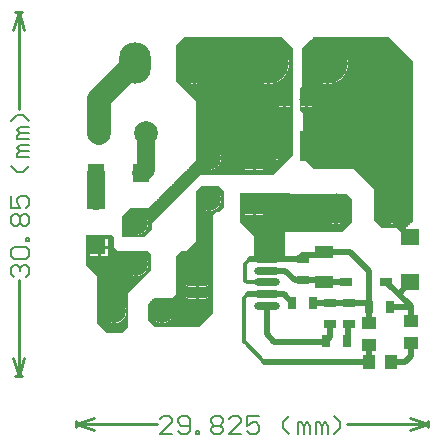
<source format=gbl>
*
%LPD*%
%LNVIPer01-buck.GBL*%
%FSLAX24Y24*%
%MOIN*%
%AD*%
%ADD10C,0.009843*%
%ADD11C,0.005906*%
%ADD12C,0.098425*%
%ADD13C,0.137795*%
%ADD14O,0.106299X0.137795*%
%ADD15C,0.07874*%
%ADD16O,0.047244X0.07874*%
%ADD17C,0.000394*%
%ADD18R,0.064961X0.057087*%
%ADD19R,0.057087X0.064961*%
%ADD20R,0.03937X0.031496*%
%ADD21R,0.03937X0.051181*%
%ADD22R,0.031496X0.03937*%
%ADD23R,0.059055X0.043307*%
%ADD24R,0.051181X0.03937*%
%ADD25O,0.086614X0.027559*%
%ADD26O,0.086614X0.027559*%
%ADD27R,0.086614X0.027559*%
%ADD28C,0.059055*%
%ADD29C,0.07874*%
%ADD30C,0.019685*%
%ADD31C,0.011811*%
%ADD32R,0.114961X0.090551*%
%ADD33R,0.100787X0.099606*%
G54D10*
%SRX1Y1I0.0J0.0*%
G1X100098Y79213D2*
G1X100531Y79213D1*
G1X100098Y79213D2*
G1X100098Y79350D1*
G1X102394Y80866D2*
G1X102886Y80866D1*
G1X102394Y80866D2*
G1X102394Y81358D1*
G1X101902Y80866D2*
G1X102394Y80866D1*
G1X102394Y80374D2*
G1X102394Y80866D1*
G1X99657Y80965D2*
G1X99980Y80965D1*
G1X99657Y80965D2*
G1X99657Y81248D1*
G1X99331Y80965D2*
G1X99657Y80965D1*
G1X99657Y80677D2*
G1X99657Y80965D1*
G1X104362Y80866D2*
G1X104362Y81358D1*
G1X104362Y80866D2*
G1X104854Y80866D1*
G1X103870Y80866D2*
G1X104362Y80866D1*
G1X104362Y80374D2*
G1X104362Y80866D1*
G1X102118Y85728D2*
G1X102118Y86417D1*
G1X102118Y85728D2*
G1X102807Y85728D1*
G1X102118Y85039D2*
G1X102118Y85728D1*
G1X101429Y85728D2*
G1X102118Y85728D1*
G1X101409Y84535D2*
G1X101606Y84535D1*
G1X101409Y84535D2*
G1X101409Y84791D1*
G1X101409Y84280D2*
G1X101409Y84535D1*
G1X101213Y84535D2*
G1X101409Y84535D1*
G1X101673Y82902D2*
G1X101673Y83295D1*
G1X101673Y82902D2*
G1X102067Y82902D1*
G1X101673Y82508D2*
G1X101673Y82902D1*
G1X95748Y79035D2*
G1X96142Y79035D1*
G1X95748Y79035D2*
G1X95748Y79429D1*
G1X95748Y78642D2*
G1X95748Y79035D1*
G1X95354Y79035D2*
G1X95748Y79035D1*
G1X95020Y77461D2*
G1X95413Y77461D1*
G1X95020Y77461D2*
G1X95020Y77854D1*
G1X95020Y77067D2*
G1X95020Y77461D1*
G1X94488Y79606D2*
G1X94815Y79606D1*
G1X94488Y79606D2*
G1X94488Y79890D1*
G1X94165Y79606D2*
G1X94488Y79606D1*
G1X94488Y79319D2*
G1X94488Y79606D1*
G1X94626Y77461D2*
G1X95020Y77461D1*
G1X96201Y77461D2*
G1X96594Y77461D1*
G1X96594Y77067D2*
G1X96594Y77461D1*
G1X96594Y77854D1*
G1X96594Y77461D2*
G1X96988Y77461D1*
G1X97323Y77638D2*
G1X97756Y77638D1*
G1X97756Y77776D1*
G1X97323Y78031D2*
G1X97756Y78031D1*
G1X97323Y78425D2*
G1X97756Y78425D1*
G1X97323Y78819D2*
G1X97756Y78819D1*
G1X97756Y77894D2*
G1X97756Y78031D1*
G1X98189Y78031D1*
G1X97756Y78031D2*
G1X97756Y78169D1*
G1X97756Y78287D2*
G1X97756Y78425D1*
G1X98189Y78425D1*
G1X97756Y78425D2*
G1X97756Y78563D1*
G1X97756Y78681D2*
G1X97756Y78819D1*
G1X98189Y78819D1*
G1X97756Y78819D2*
G1X97756Y78957D1*
G1X97323Y79213D2*
G1X97756Y79213D1*
G1X97756Y79075D2*
G1X97756Y79213D1*
G1X98189Y79213D1*
G1X97756Y79213D2*
G1X97756Y79350D1*
G1X97756Y77500D2*
G1X97756Y77638D1*
G1X98189Y77638D1*
G1X97787Y81201D2*
G1X98181Y81201D1*
G1X98181Y80807D2*
G1X98181Y81201D1*
G1X98181Y81594D1*
G1X98181Y81201D2*
G1X98575Y81201D1*
G1X95354Y80413D2*
G1X95748Y80413D1*
G1X95748Y80020D2*
G1X95748Y80413D1*
G1X95748Y80807D1*
G1X95748Y80413D2*
G1X96142Y80413D1*
G1X97126Y85736D2*
G1X97657Y85736D1*
G1X97657Y85047D2*
G1X97657Y85736D1*
G1X97657Y86425D1*
G1X97787Y82579D2*
G1X98181Y82579D1*
G1X97657Y85736D2*
G1X98189Y85736D1*
G1X98181Y82185D2*
G1X98181Y82579D1*
G1X98181Y82972D1*
G1X98181Y82579D2*
G1X98575Y82579D1*
G1X99657Y82173D2*
G1X99657Y82461D1*
G1X99331Y82461D2*
G1X99657Y82461D1*
G1X99980Y82461D1*
G1X99657Y82461D2*
G1X99657Y82744D1*
G1X100492Y82508D2*
G1X100492Y82902D1*
G1X100098Y82902D2*
G1X100492Y82902D1*
G1X100492Y83295D1*
G1X100492Y82902D2*
G1X100886Y82902D1*
G1X99461Y85728D2*
G1X100150Y85728D1*
G1X100150Y85039D2*
G1X100150Y85728D1*
G1X100150Y86417D1*
G1X100661Y84280D2*
G1X100661Y84535D1*
G1X100465Y84535D2*
G1X100661Y84535D1*
G1X100661Y84791D1*
G1X100661Y84535D2*
G1X100858Y84535D1*
G1X100150Y85728D2*
G1X100839Y85728D1*
G1X91720Y87441D2*
G1X91921Y87441D1*
G1X91720Y75295D2*
G1X91921Y75295D1*
G1X91823Y87441D2*
G1X92020Y86839D1*
G1X91622Y86839D2*
G1X91823Y87441D1*
G1X91823Y75295D2*
G1X92020Y75894D1*
G1X91622Y75894D2*
G1X91823Y75295D1*
G1X91823Y84224D2*
G1X91823Y87441D1*
G1X91823Y75295D2*
G1X91823Y78508D1*
G1X105472Y73618D2*
G1X105472Y73819D1*
G1X93732Y73618D2*
G1X93732Y73819D1*
G1X104874Y73520D2*
G1X105472Y73720D1*
G1X104874Y73917D2*
G1X105472Y73720D1*
G1X93732Y73720D2*
G1X94331Y73520D1*
G1X93732Y73720D2*
G1X94331Y73917D1*
G1X102760Y73720D2*
G1X105472Y73720D1*
G1X93732Y73720D2*
G1X96441Y73720D1*
G1X91681Y78606D2*
G54D11*
G1X91583Y78709D1*
G1X91583Y78909D1*
G1X91681Y79008D1*
G1X91780Y79008D1*
G1X91882Y78909D1*
G1X91882Y78807D1*
G1X91882Y78909D1*
G1X91980Y79008D1*
G1X92083Y79008D1*
G1X92181Y78909D1*
G1X92181Y78709D1*
G1X92083Y78606D1*
G1X91681Y79209D2*
G1X91583Y79307D1*
G1X91583Y79508D1*
G1X91681Y79606D1*
G1X92083Y79606D1*
G1X92181Y79508D1*
G1X92181Y79307D1*
G1X92083Y79209D1*
G1X91681Y79209D1*
G1X92181Y79807D2*
G1X92083Y79807D1*
G1X92083Y79906D1*
G1X92181Y79906D1*
G1X92181Y79807D1*
G1X91681Y80307D2*
G1X91583Y80406D1*
G1X91583Y80606D1*
G1X91681Y80709D1*
G1X91780Y80709D1*
G1X91882Y80606D1*
G1X91980Y80709D1*
G1X92083Y80709D1*
G1X92181Y80606D1*
G1X92181Y80406D1*
G1X92083Y80307D1*
G1X91980Y80307D1*
G1X91882Y80406D1*
G1X91780Y80307D1*
G1X91681Y80307D1*
G1X91882Y80406D2*
G1X91882Y80606D1*
G1X91583Y81307D2*
G1X91583Y80906D1*
G1X91882Y80906D1*
G1X91780Y81106D1*
G1X91780Y81209D1*
G1X91882Y81307D1*
G1X92083Y81307D1*
G1X92181Y81209D1*
G1X92181Y81008D1*
G1X92083Y80906D1*
G1X92181Y82307D2*
G1X91980Y82106D1*
G1X91780Y82106D1*
G1X91583Y82307D1*
G1X92181Y82606D2*
G1X91780Y82606D1*
G1X91780Y82705D1*
G1X91882Y82807D1*
G1X92181Y82807D1*
G1X91882Y82807D1*
G1X91780Y82906D1*
G1X91882Y83008D1*
G1X92181Y83008D1*
G1X92181Y83205D2*
G1X91780Y83205D1*
G1X91780Y83307D1*
G1X91882Y83406D1*
G1X92181Y83406D1*
G1X91882Y83406D1*
G1X91780Y83508D1*
G1X91882Y83606D1*
G1X92181Y83606D1*
G1X92181Y83807D2*
G1X91980Y84008D1*
G1X91780Y84008D1*
G1X91583Y83807D1*
G1X96941Y73358D2*
G1X96543Y73358D1*
G1X96941Y73760D1*
G1X96941Y73858D1*
G1X96843Y73961D1*
G1X96642Y73961D1*
G1X96543Y73858D1*
G1X97142Y73461D2*
G1X97244Y73358D1*
G1X97441Y73358D1*
G1X97543Y73461D1*
G1X97543Y73858D1*
G1X97441Y73961D1*
G1X97244Y73961D1*
G1X97142Y73858D1*
G1X97142Y73760D1*
G1X97244Y73657D1*
G1X97543Y73657D1*
G1X97744Y73358D2*
G1X97744Y73461D1*
G1X97843Y73461D1*
G1X97843Y73358D1*
G1X97744Y73358D1*
G1X98240Y73858D2*
G1X98343Y73961D1*
G1X98543Y73961D1*
G1X98642Y73858D1*
G1X98642Y73760D1*
G1X98543Y73657D1*
G1X98642Y73559D1*
G1X98642Y73461D1*
G1X98543Y73358D1*
G1X98343Y73358D1*
G1X98240Y73461D1*
G1X98240Y73559D1*
G1X98343Y73657D1*
G1X98240Y73760D1*
G1X98240Y73858D1*
G1X98343Y73657D2*
G1X98543Y73657D1*
G1X99240Y73358D2*
G1X98843Y73358D1*
G1X99240Y73760D1*
G1X99240Y73858D1*
G1X99142Y73961D1*
G1X98941Y73961D1*
G1X98843Y73858D1*
G1X99843Y73961D2*
G1X99441Y73961D1*
G1X99441Y73657D1*
G1X99642Y73760D1*
G1X99740Y73760D1*
G1X99843Y73657D1*
G1X99843Y73461D1*
G1X99740Y73358D1*
G1X99543Y73358D1*
G1X99441Y73461D1*
G1X100843Y73358D2*
G1X100642Y73559D1*
G1X100642Y73760D1*
G1X100843Y73961D1*
G1X101142Y73358D2*
G1X101142Y73760D1*
G1X101240Y73760D1*
G1X101343Y73657D1*
G1X101343Y73358D1*
G1X101343Y73657D1*
G1X101441Y73760D1*
G1X101539Y73657D1*
G1X101539Y73358D1*
G1X101740Y73358D2*
G1X101740Y73760D1*
G1X101843Y73760D1*
G1X101941Y73657D1*
G1X101941Y73358D1*
G1X101941Y73657D1*
G1X102039Y73760D1*
G1X102142Y73657D1*
G1X102142Y73358D1*
G1X102343Y73358D2*
G1X102539Y73559D1*
G1X102539Y73760D1*
G1X102343Y73961D1*
G54D12*
G1X104362Y80866D3*
G1X102394Y80866D3*
G54D13*
G1X100150Y85728D3*
G1X102118Y85728D3*
G54D14*
G1X97657Y85736D3*
G1X95689Y85736D3*
G54D15*
G1X95020Y77461D3*
G1X96083Y83406D3*
G1X94508Y83406D3*
G1X96594Y77461D3*
G1X98181Y82579D3*
G1X98181Y81201D3*
G1X95748Y79035D3*
G1X95748Y80413D3*
G54D16*
G1X100669Y82953D3*
G1X101457Y82953D3*
G1X100535Y79213D2*
G54D17*
G1X100492Y79311D1*
G1X100394Y79350D1*
G1X99803Y79350D2*
G1X99732Y79331D1*
G1X99681Y79276D1*
G1X102886Y80866D2*
G1X102874Y80965D1*
G1X102846Y81059D1*
G1X102799Y81146D1*
G1X102732Y81224D1*
G1X102654Y81283D1*
G1X102563Y81327D1*
G1X102469Y81354D1*
G1X102366Y81358D1*
G1X102268Y81343D1*
G1X102173Y81307D1*
G1X102091Y81256D1*
G1X102016Y81185D1*
G1X101961Y81106D1*
G1X101921Y81012D1*
G1X101902Y80913D1*
G1X101902Y80815D1*
G1X101921Y80717D1*
G1X101961Y80626D1*
G1X102016Y80543D1*
G1X102091Y80472D1*
G1X102173Y80421D1*
G1X102268Y80386D1*
G1X102366Y80370D1*
G1X102469Y80378D1*
G1X102563Y80402D1*
G1X102654Y80445D1*
G1X102732Y80508D1*
G1X102799Y80583D1*
G1X102846Y80669D1*
G1X102874Y80764D1*
G1X102886Y80866D1*
G1X104854Y80866D2*
G1X104843Y80965D1*
G1X104815Y81059D1*
G1X104768Y81146D1*
G1X104701Y81224D1*
G1X104622Y81283D1*
G1X104531Y81327D1*
G1X104437Y81354D1*
G1X104335Y81358D1*
G1X104236Y81343D1*
G1X104142Y81307D1*
G1X104059Y81256D1*
G1X103984Y81185D1*
G1X103929Y81106D1*
G1X103890Y81012D1*
G1X103870Y80913D1*
G1X103870Y80815D1*
G1X103890Y80717D1*
G1X103929Y80626D1*
G1X103984Y80543D1*
G1X104059Y80472D1*
G1X104142Y80421D1*
G1X104236Y80386D1*
G1X104335Y80370D1*
G1X104437Y80378D1*
G1X104531Y80402D1*
G1X104622Y80445D1*
G1X104701Y80508D1*
G1X104768Y80583D1*
G1X104815Y80669D1*
G1X104843Y80764D1*
G1X104854Y80866D1*
G1X102807Y85728D2*
G1X102799Y85827D1*
G1X102780Y85925D1*
G1X102740Y86020D1*
G1X102693Y86106D1*
G1X102630Y86189D1*
G1X102559Y86260D1*
G1X102476Y86315D1*
G1X102386Y86362D1*
G1X102291Y86394D1*
G1X102193Y86413D1*
G1X102091Y86417D1*
G1X101992Y86406D1*
G1X101894Y86382D1*
G1X101799Y86343D1*
G1X101713Y86287D1*
G1X101638Y86224D1*
G1X101571Y86150D1*
G1X101516Y86067D1*
G1X101472Y85972D1*
G1X101441Y85878D1*
G1X101429Y85776D1*
G1X101429Y85677D1*
G1X101441Y85579D1*
G1X101472Y85480D1*
G1X101516Y85390D1*
G1X101571Y85303D1*
G1X101638Y85228D1*
G1X101713Y85165D1*
G1X101799Y85114D1*
G1X101894Y85075D1*
G1X101992Y85047D1*
G1X102091Y85035D1*
G1X102193Y85039D1*
G1X102291Y85059D1*
G1X102386Y85091D1*
G1X102476Y85138D1*
G1X102559Y85197D1*
G1X102630Y85268D1*
G1X102693Y85346D1*
G1X102740Y85433D1*
G1X102780Y85528D1*
G1X102799Y85626D1*
G1X102807Y85728D1*
G1X102071Y82902D2*
G1X102055Y83000D1*
G1X102020Y83091D1*
G1X101965Y83169D1*
G1X101890Y83236D1*
G1X101799Y83276D1*
G1X101705Y83295D1*
G1X101606Y83291D1*
G1X101512Y83264D1*
G1X101429Y83213D1*
G1X101358Y83142D1*
G1X101311Y83055D1*
G1X101311Y82748D2*
G1X101358Y82661D1*
G1X101429Y82591D1*
G1X101512Y82539D1*
G1X101606Y82512D1*
G1X101705Y82508D1*
G1X101799Y82528D1*
G1X101890Y82571D1*
G1X101965Y82634D1*
G1X102020Y82713D1*
G1X102055Y82803D1*
G1X102071Y82902D1*
G1X96146Y79035D2*
G1X96130Y79134D1*
G1X96094Y79224D1*
G1X96035Y79303D1*
G1X95961Y79370D1*
G1X95870Y79409D1*
G1X95772Y79429D1*
G1X95673Y79421D1*
G1X95579Y79394D1*
G1X95496Y79339D1*
G1X95429Y79268D1*
G1X95382Y79181D1*
G1X95354Y79083D1*
G1X95354Y78984D1*
G1X95382Y78890D1*
G1X95429Y78803D1*
G1X95496Y78728D1*
G1X95579Y78677D1*
G1X95673Y78646D1*
G1X95772Y78638D1*
G1X95870Y78657D1*
G1X95961Y78701D1*
G1X96035Y78764D1*
G1X96094Y78843D1*
G1X96130Y78937D1*
G1X96146Y79035D1*
G1X95417Y77461D2*
G1X95402Y77559D1*
G1X95366Y77650D1*
G1X95307Y77728D1*
G1X95232Y77795D1*
G1X95142Y77835D1*
G1X95043Y77854D1*
G1X94945Y77846D1*
G1X94850Y77819D1*
G1X94768Y77764D1*
G1X94701Y77693D1*
G1X94654Y77606D1*
G1X94626Y77508D1*
G1X94626Y77409D1*
G1X94654Y77315D1*
G1X94701Y77228D1*
G1X94768Y77154D1*
G1X94850Y77102D1*
G1X94945Y77071D1*
G1X95043Y77063D1*
G1X95142Y77083D1*
G1X95232Y77126D1*
G1X95307Y77189D1*
G1X95366Y77268D1*
G1X95402Y77362D1*
G1X95417Y77461D1*
G1X96992Y77461D2*
G1X96976Y77559D1*
G1X96941Y77650D1*
G1X96882Y77728D1*
G1X96807Y77795D1*
G1X96717Y77835D1*
G1X96618Y77854D1*
G1X96520Y77846D1*
G1X96425Y77819D1*
G1X96343Y77764D1*
G1X96276Y77693D1*
G1X96228Y77606D1*
G1X96201Y77508D1*
G1X96201Y77409D1*
G1X96228Y77315D1*
G1X96276Y77228D1*
G1X96343Y77154D1*
G1X96425Y77102D1*
G1X96520Y77071D1*
G1X96618Y77063D1*
G1X96717Y77083D1*
G1X96807Y77126D1*
G1X96882Y77189D1*
G1X96941Y77268D1*
G1X96976Y77362D1*
G1X96992Y77461D1*
G1X97461Y77776D2*
G1X97362Y77736D1*
G1X97323Y77638D1*
G1X97362Y77539D1*
G1X97461Y77496D1*
G1X97461Y78169D2*
G1X97362Y78130D1*
G1X97323Y78031D1*
G1X97362Y77933D1*
G1X97461Y77890D1*
G1X97461Y78563D2*
G1X97362Y78524D1*
G1X97323Y78425D1*
G1X97362Y78327D1*
G1X97461Y78283D1*
G1X97461Y78957D2*
G1X97362Y78917D1*
G1X97323Y78819D1*
G1X97362Y78720D1*
G1X97461Y78677D1*
G1X98051Y77496D2*
G1X98150Y77539D1*
G1X98193Y77638D1*
G1X98150Y77736D1*
G1X98051Y77776D1*
G1X98051Y77890D2*
G1X98150Y77933D1*
G1X98193Y78031D1*
G1X98150Y78130D1*
G1X98051Y78169D1*
G1X98051Y78283D2*
G1X98150Y78327D1*
G1X98193Y78425D1*
G1X98150Y78524D1*
G1X98051Y78563D1*
G1X98051Y78677D2*
G1X98150Y78720D1*
G1X98193Y78819D1*
G1X98150Y78917D1*
G1X98051Y78957D1*
G1X98575Y81201D2*
G1X98563Y81299D1*
G1X98528Y81390D1*
G1X98469Y81469D1*
G1X98390Y81535D1*
G1X98303Y81575D1*
G1X98205Y81594D1*
G1X98106Y81587D1*
G1X98012Y81559D1*
G1X97925Y81504D1*
G1X97858Y81433D1*
G1X97811Y81346D1*
G1X97787Y81248D1*
G1X97787Y81150D1*
G1X97811Y81055D1*
G1X97858Y80969D1*
G1X97925Y80894D1*
G1X98012Y80843D1*
G1X98106Y80811D1*
G1X98205Y80803D1*
G1X98303Y80823D1*
G1X98390Y80866D1*
G1X98469Y80929D1*
G1X98528Y81008D1*
G1X98563Y81102D1*
G1X98575Y81201D1*
G1X96146Y80413D2*
G1X96130Y80512D1*
G1X96094Y80602D1*
G1X96035Y80681D1*
G1X95961Y80748D1*
G1X95870Y80787D1*
G1X95772Y80807D1*
G1X95673Y80799D1*
G1X95579Y80772D1*
G1X95496Y80717D1*
G1X95429Y80646D1*
G1X95382Y80559D1*
G1X95354Y80461D1*
G1X95354Y80362D1*
G1X95382Y80268D1*
G1X95429Y80181D1*
G1X95496Y80106D1*
G1X95579Y80055D1*
G1X95673Y80024D1*
G1X95772Y80016D1*
G1X95870Y80035D1*
G1X95961Y80079D1*
G1X96035Y80142D1*
G1X96094Y80220D1*
G1X96130Y80315D1*
G1X96146Y80413D1*
G1X98575Y82579D2*
G1X98563Y82677D1*
G1X98528Y82768D1*
G1X98469Y82846D1*
G1X98390Y82913D1*
G1X98303Y82953D1*
G1X98205Y82972D1*
G1X98106Y82965D1*
G1X98012Y82937D1*
G1X97925Y82882D1*
G1X97858Y82811D1*
G1X97811Y82724D1*
G1X97787Y82626D1*
G1X97787Y82528D1*
G1X97811Y82433D1*
G1X97858Y82346D1*
G1X97925Y82272D1*
G1X98012Y82220D1*
G1X98106Y82189D1*
G1X98205Y82181D1*
G1X98303Y82201D1*
G1X98390Y82244D1*
G1X98469Y82307D1*
G1X98528Y82386D1*
G1X98563Y82480D1*
G1X98575Y82579D1*
G1X97126Y85579D2*
G1X97134Y85480D1*
G1X97161Y85386D1*
G1X97205Y85299D1*
G1X97264Y85220D1*
G1X97335Y85154D1*
G1X97421Y85102D1*
G1X97512Y85067D1*
G1X97610Y85047D1*
G1X97709Y85047D1*
G1X97803Y85067D1*
G1X97894Y85102D1*
G1X97980Y85154D1*
G1X98051Y85220D1*
G1X98110Y85299D1*
G1X98154Y85386D1*
G1X98181Y85480D1*
G1X98193Y85579D1*
G1X98193Y85894D2*
G1X98181Y85992D1*
G1X98154Y86087D1*
G1X98110Y86173D1*
G1X98051Y86252D1*
G1X97980Y86319D1*
G1X97894Y86370D1*
G1X97803Y86406D1*
G1X97709Y86425D1*
G1X97610Y86425D1*
G1X97512Y86406D1*
G1X97421Y86370D1*
G1X97335Y86319D1*
G1X97264Y86252D1*
G1X97205Y86173D1*
G1X97161Y86087D1*
G1X97134Y85992D1*
G1X97126Y85894D1*
G1X100890Y82902D2*
G1X100874Y83000D1*
G1X100839Y83094D1*
G1X100780Y83173D1*
G1X100705Y83236D1*
G1X100614Y83280D1*
G1X100516Y83295D1*
G1X100417Y83291D1*
G1X100323Y83260D1*
G1X100240Y83209D1*
G1X100173Y83134D1*
G1X100126Y83047D1*
G1X100098Y82953D1*
G1X100098Y82854D1*
G1X100126Y82756D1*
G1X100173Y82669D1*
G1X100240Y82598D1*
G1X100323Y82543D1*
G1X100417Y82512D1*
G1X100516Y82508D1*
G1X100614Y82528D1*
G1X100705Y82567D1*
G1X100780Y82630D1*
G1X100839Y82713D1*
G1X100874Y82803D1*
G1X100890Y82902D1*
G1X100839Y85728D2*
G1X100831Y85827D1*
G1X100811Y85925D1*
G1X100772Y86020D1*
G1X100724Y86106D1*
G1X100661Y86189D1*
G1X100591Y86260D1*
G1X100508Y86315D1*
G1X100417Y86362D1*
G1X100323Y86394D1*
G1X100224Y86413D1*
G1X100122Y86417D1*
G1X100024Y86406D1*
G1X99925Y86382D1*
G1X99831Y86343D1*
G1X99744Y86287D1*
G1X99669Y86224D1*
G1X99602Y86150D1*
G1X99547Y86067D1*
G1X99504Y85972D1*
G1X99472Y85878D1*
G1X99461Y85776D1*
G1X99461Y85677D1*
G1X99472Y85579D1*
G1X99504Y85480D1*
G1X99547Y85390D1*
G1X99602Y85303D1*
G1X99669Y85228D1*
G1X99744Y85165D1*
G1X99831Y85114D1*
G1X99925Y85075D1*
G1X100024Y85047D1*
G1X100122Y85035D1*
G1X100224Y85039D1*
G1X100323Y85059D1*
G1X100417Y85091D1*
G1X100508Y85138D1*
G1X100591Y85197D1*
G1X100661Y85268D1*
G1X100724Y85346D1*
G1X100772Y85433D1*
G1X100811Y85528D1*
G1X100831Y85626D1*
G1X100839Y85728D1*
G1X100441Y79343D2*
G1X100441Y80181D1*
G1X100417Y79350D2*
G1X100417Y80181D1*
G1X100421Y79350D2*
G1X100421Y80181D1*
G1X100425Y79346D2*
G1X100425Y80181D1*
G1X100429Y79346D2*
G1X100429Y80181D1*
G1X100433Y79346D2*
G1X100433Y80181D1*
G1X100437Y79346D2*
G1X100437Y80181D1*
G1X100413Y79350D2*
G1X100413Y80181D1*
G1X100386Y79350D2*
G1X100386Y80181D1*
G1X100390Y79350D2*
G1X100390Y80181D1*
G1X100394Y79350D2*
G1X100394Y80181D1*
G1X100398Y79350D2*
G1X100398Y80181D1*
G1X100402Y79350D2*
G1X100402Y80181D1*
G1X100406Y79350D2*
G1X100406Y80181D1*
G1X100409Y79350D2*
G1X100409Y80181D1*
G1X100382Y79350D2*
G1X100382Y80181D1*
G1X100354Y79350D2*
G1X100354Y80181D1*
G1X100358Y79350D2*
G1X100358Y80181D1*
G1X100362Y79350D2*
G1X100362Y80181D1*
G1X100366Y79350D2*
G1X100366Y80181D1*
G1X100370Y79350D2*
G1X100370Y80181D1*
G1X100374Y79350D2*
G1X100374Y80181D1*
G1X100378Y79350D2*
G1X100378Y80181D1*
G1X100350Y79350D2*
G1X100350Y80181D1*
G1X100323Y79350D2*
G1X100323Y80181D1*
G1X100327Y79350D2*
G1X100327Y80181D1*
G1X100331Y79350D2*
G1X100331Y80181D1*
G1X100335Y79350D2*
G1X100335Y80181D1*
G1X100339Y79350D2*
G1X100339Y80181D1*
G1X100343Y79350D2*
G1X100343Y80181D1*
G1X100346Y79350D2*
G1X100346Y80181D1*
G1X100319Y79350D2*
G1X100319Y80181D1*
G1X100295Y79350D2*
G1X100295Y80181D1*
G1X100299Y79350D2*
G1X100299Y80181D1*
G1X100303Y79350D2*
G1X100303Y80181D1*
G1X100307Y79350D2*
G1X100307Y80181D1*
G1X100311Y79350D2*
G1X100311Y80181D1*
G1X100315Y79350D2*
G1X100315Y80181D1*
G1X100291Y79350D2*
G1X100291Y80181D1*
G1X100437Y79343D2*
G1X100669Y79343D1*
G1X100425Y79346D2*
G1X100669Y79346D1*
G1X100264Y79350D2*
G1X100264Y80181D1*
G1X100268Y79350D2*
G1X100268Y80181D1*
G1X100272Y79350D2*
G1X100272Y80181D1*
G1X100276Y79350D2*
G1X100276Y80181D1*
G1X100280Y79350D2*
G1X100280Y80181D1*
G1X100283Y79350D2*
G1X100283Y80181D1*
G1X100287Y79350D2*
G1X100287Y80181D1*
G1X100260Y79350D2*
G1X100260Y80181D1*
G1X100232Y79350D2*
G1X100232Y80181D1*
G1X100236Y79350D2*
G1X100236Y80181D1*
G1X100240Y79350D2*
G1X100240Y80181D1*
G1X100244Y79350D2*
G1X100244Y80181D1*
G1X100248Y79350D2*
G1X100248Y80181D1*
G1X100252Y79350D2*
G1X100252Y80181D1*
G1X100256Y79350D2*
G1X100256Y80181D1*
G1X100228Y79350D2*
G1X100228Y80181D1*
G1X100201Y79350D2*
G1X100201Y80181D1*
G1X100205Y79350D2*
G1X100205Y80181D1*
G1X100209Y79350D2*
G1X100209Y80181D1*
G1X100213Y79350D2*
G1X100213Y80181D1*
G1X100217Y79350D2*
G1X100217Y80181D1*
G1X100220Y79350D2*
G1X100220Y80181D1*
G1X100224Y79350D2*
G1X100224Y80181D1*
G1X100197Y79350D2*
G1X100197Y80181D1*
G1X100173Y79350D2*
G1X100173Y80181D1*
G1X100177Y79350D2*
G1X100177Y80181D1*
G1X100181Y79350D2*
G1X100181Y80181D1*
G1X100185Y79350D2*
G1X100185Y80181D1*
G1X100189Y79350D2*
G1X100189Y80181D1*
G1X100193Y79350D2*
G1X100193Y80181D1*
G1X100169Y79350D2*
G1X100169Y80181D1*
G1X100142Y79350D2*
G1X100142Y80181D1*
G1X100146Y79350D2*
G1X100146Y80181D1*
G1X100150Y79350D2*
G1X100150Y80181D1*
G1X100154Y79350D2*
G1X100154Y80181D1*
G1X100157Y79350D2*
G1X100157Y80181D1*
G1X100161Y79350D2*
G1X100161Y80181D1*
G1X100165Y79350D2*
G1X100165Y80181D1*
G1X100138Y79350D2*
G1X100138Y80181D1*
G1X100110Y79350D2*
G1X100110Y80181D1*
G1X100114Y79350D2*
G1X100114Y80181D1*
G1X100118Y79350D2*
G1X100118Y80181D1*
G1X100122Y79350D2*
G1X100122Y80181D1*
G1X100126Y79350D2*
G1X100126Y80181D1*
G1X100130Y79350D2*
G1X100130Y80181D1*
G1X100134Y79350D2*
G1X100134Y80181D1*
G1X100106Y79350D2*
G1X100106Y80181D1*
G1X100079Y79350D2*
G1X100079Y80181D1*
G1X100083Y79350D2*
G1X100083Y80181D1*
G1X100087Y79350D2*
G1X100087Y80181D1*
G1X100091Y79350D2*
G1X100091Y80181D1*
G1X100094Y79350D2*
G1X100094Y80181D1*
G1X100098Y79350D2*
G1X100098Y80181D1*
G1X100102Y79350D2*
G1X100102Y80181D1*
G1X100075Y79350D2*
G1X100075Y80181D1*
G1X100051Y79350D2*
G1X100051Y80181D1*
G1X100055Y79350D2*
G1X100055Y80181D1*
G1X100059Y79350D2*
G1X100059Y80181D1*
G1X100063Y79350D2*
G1X100063Y80181D1*
G1X100067Y79350D2*
G1X100067Y80181D1*
G1X100071Y79350D2*
G1X100071Y80181D1*
G1X100047Y79350D2*
G1X100047Y80181D1*
G1X100020Y79350D2*
G1X100020Y80181D1*
G1X100024Y79350D2*
G1X100024Y80181D1*
G1X100028Y79350D2*
G1X100028Y80181D1*
G1X100031Y79350D2*
G1X100031Y80181D1*
G1X100035Y79350D2*
G1X100035Y80181D1*
G1X100039Y79350D2*
G1X100039Y80181D1*
G1X100043Y79350D2*
G1X100043Y80181D1*
G1X100016Y79350D2*
G1X100016Y80181D1*
G1X99988Y79350D2*
G1X99988Y80181D1*
G1X99992Y79350D2*
G1X99992Y80181D1*
G1X99996Y79350D2*
G1X99996Y80181D1*
G1X100000Y79350D2*
G1X100000Y80181D1*
G1X100004Y79350D2*
G1X100004Y80181D1*
G1X100008Y79350D2*
G1X100008Y80181D1*
G1X100012Y79350D2*
G1X100012Y80181D1*
G1X99984Y79350D2*
G1X99984Y80181D1*
G1X99957Y79350D2*
G1X99957Y80181D1*
G1X99961Y79350D2*
G1X99961Y80181D1*
G1X99965Y79350D2*
G1X99965Y80181D1*
G1X99969Y79350D2*
G1X99969Y80181D1*
G1X99972Y79350D2*
G1X99972Y80181D1*
G1X99976Y79350D2*
G1X99976Y80181D1*
G1X99980Y79350D2*
G1X99980Y80181D1*
G1X99953Y79350D2*
G1X99953Y80181D1*
G1X99929Y79350D2*
G1X99929Y80181D1*
G1X99933Y79350D2*
G1X99933Y80181D1*
G1X99937Y79350D2*
G1X99937Y80181D1*
G1X99941Y79350D2*
G1X99941Y80181D1*
G1X99945Y79350D2*
G1X99945Y80181D1*
G1X99949Y79350D2*
G1X99949Y80181D1*
G1X99925Y79350D2*
G1X99925Y80181D1*
G1X99898Y79350D2*
G1X99898Y80181D1*
G1X99902Y79350D2*
G1X99902Y80181D1*
G1X99906Y79350D2*
G1X99906Y80181D1*
G1X99909Y79350D2*
G1X99909Y80181D1*
G1X99913Y79350D2*
G1X99913Y80181D1*
G1X99917Y79350D2*
G1X99917Y80181D1*
G1X99921Y79350D2*
G1X99921Y80181D1*
G1X100661Y79260D2*
G1X100661Y80181D1*
G1X100665Y79264D2*
G1X100665Y80181D1*
G1X100669Y79268D2*
G1X100669Y80181D1*
G1X100669Y79272D2*
G1X100669Y80181D1*
G1X100657Y79256D2*
G1X100657Y80181D1*
G1X100654Y79252D2*
G1X100654Y80181D1*
G1X100630Y79228D2*
G1X100630Y80181D1*
G1X100634Y79232D2*
G1X100634Y80181D1*
G1X100638Y79236D2*
G1X100638Y80181D1*
G1X100642Y79240D2*
G1X100642Y80181D1*
G1X100646Y79244D2*
G1X100646Y80181D1*
G1X100650Y79248D2*
G1X100650Y80181D1*
G1X100626Y79224D2*
G1X100626Y80181D1*
G1X100622Y79220D2*
G1X100622Y80181D1*
G1X100598Y79213D2*
G1X100598Y80181D1*
G1X100602Y79213D2*
G1X100602Y80181D1*
G1X100606Y79213D2*
G1X100606Y80181D1*
G1X100610Y79213D2*
G1X100610Y80181D1*
G1X100614Y79213D2*
G1X100614Y80181D1*
G1X100618Y79217D2*
G1X100618Y80181D1*
G1X100594Y79213D2*
G1X100594Y80181D1*
G1X100567Y79213D2*
G1X100567Y80181D1*
G1X100449Y79339D2*
G1X100669Y79339D1*
G1X100571Y79213D2*
G1X100571Y80181D1*
G1X100575Y79213D2*
G1X100575Y80181D1*
G1X100579Y79213D2*
G1X100579Y80181D1*
G1X100583Y79213D2*
G1X100583Y80181D1*
G1X100587Y79213D2*
G1X100587Y80181D1*
G1X100591Y79213D2*
G1X100591Y80181D1*
G1X100563Y79213D2*
G1X100563Y80181D1*
G1X100539Y79213D2*
G1X100539Y80181D1*
G1X100543Y79213D2*
G1X100543Y80181D1*
G1X100547Y79213D2*
G1X100547Y80181D1*
G1X100551Y79213D2*
G1X100551Y80181D1*
G1X100555Y79213D2*
G1X100555Y80181D1*
G1X100559Y79213D2*
G1X100559Y80181D1*
G1X100512Y79283D2*
G1X100669Y79283D1*
G1X100512Y79287D2*
G1X100669Y79287D1*
G1X100508Y79291D2*
G1X100669Y79291D1*
G1X100516Y79280D2*
G1X100669Y79280D1*
G1X100528Y79256D2*
G1X100657Y79256D1*
G1X100524Y79260D2*
G1X100661Y79260D1*
G1X100524Y79264D2*
G1X100665Y79264D1*
G1X100520Y79268D2*
G1X100669Y79268D1*
G1X100520Y79272D2*
G1X100669Y79272D1*
G1X100516Y79276D2*
G1X100669Y79276D1*
G1X100610Y79213D2*
G1X100669Y79272D1*
G1X100528Y79252D2*
G1X100654Y79252D1*
G1X100528Y79248D2*
G1X100650Y79248D1*
G1X100531Y79224D2*
G1X100626Y79224D1*
G1X100531Y79228D2*
G1X100630Y79228D1*
G1X100531Y79232D2*
G1X100634Y79232D1*
G1X100531Y79236D2*
G1X100638Y79236D1*
G1X100531Y79240D2*
G1X100642Y79240D1*
G1X100492Y79311D2*
G1X100669Y79311D1*
G1X100484Y79315D2*
G1X100669Y79315D1*
G1X100480Y79319D2*
G1X100669Y79319D1*
G1X100476Y79323D2*
G1X100669Y79323D1*
G1X100469Y79327D2*
G1X100669Y79327D1*
G1X100465Y79331D2*
G1X100669Y79331D1*
G1X100457Y79335D2*
G1X100669Y79335D1*
G1X100496Y79307D2*
G1X100669Y79307D1*
G1X100504Y79295D2*
G1X100669Y79295D1*
G1X100500Y79299D2*
G1X100669Y79299D1*
G1X100496Y79303D2*
G1X100669Y79303D1*
G1X100528Y79244D2*
G1X100646Y79244D1*
G1X100531Y79220D2*
G1X100622Y79220D1*
G1X100535Y79217D2*
G1X100618Y79217D1*
G1X100535Y79213D2*
G1X100614Y79213D1*
G1X100535Y79213D2*
G1X100610Y79213D1*
G1X100508Y79295D2*
G1X100508Y80181D1*
G1X100512Y79287D2*
G1X100512Y80181D1*
G1X100516Y79280D2*
G1X100516Y80181D1*
G1X100476Y79323D2*
G1X100476Y80181D1*
G1X100480Y79323D2*
G1X100480Y80181D1*
G1X100484Y79319D2*
G1X100484Y80181D1*
G1X100488Y79315D2*
G1X100488Y80181D1*
G1X100472Y79327D2*
G1X100472Y80181D1*
G1X100445Y79343D2*
G1X100445Y80181D1*
G1X100520Y79276D2*
G1X100520Y80181D1*
G1X100535Y79213D2*
G1X100535Y80181D1*
G1X100504Y79299D2*
G1X100504Y80181D1*
G1X100524Y79264D2*
G1X100524Y80181D1*
G1X100528Y79256D2*
G1X100528Y80181D1*
G1X100531Y79240D2*
G1X100531Y80181D1*
G1X100492Y79311D2*
G1X100492Y80181D1*
G1X100496Y79307D2*
G1X100496Y80181D1*
G1X100500Y79303D2*
G1X100500Y80181D1*
G1X99894Y79350D2*
G1X99894Y80181D1*
G1X99866Y79350D2*
G1X99866Y80181D1*
G1X99870Y79350D2*
G1X99870Y80181D1*
G1X99874Y79350D2*
G1X99874Y80181D1*
G1X99878Y79350D2*
G1X99878Y80181D1*
G1X99882Y79350D2*
G1X99882Y80181D1*
G1X99886Y79350D2*
G1X99886Y80181D1*
G1X99890Y79350D2*
G1X99890Y80181D1*
G1X99862Y79350D2*
G1X99862Y80181D1*
G1X100449Y79339D2*
G1X100449Y80181D1*
G1X100453Y79339D2*
G1X100453Y80181D1*
G1X100457Y79335D2*
G1X100457Y80181D1*
G1X100461Y79335D2*
G1X100461Y80181D1*
G1X100465Y79331D2*
G1X100465Y80181D1*
G1X100469Y79331D2*
G1X100469Y80181D1*
G1X99835Y79350D2*
G1X99835Y80181D1*
G1X99839Y79350D2*
G1X99839Y80181D1*
G1X99843Y79350D2*
G1X99843Y80181D1*
G1X99846Y79350D2*
G1X99846Y80181D1*
G1X99850Y79350D2*
G1X99850Y80181D1*
G1X99854Y79350D2*
G1X99854Y80181D1*
G1X99858Y79350D2*
G1X99858Y80181D1*
G1X99831Y79350D2*
G1X99831Y80181D1*
G1X99807Y79350D2*
G1X99807Y80181D1*
G1X99811Y79350D2*
G1X99811Y80181D1*
G1X99815Y79350D2*
G1X99815Y80181D1*
G1X99819Y79350D2*
G1X99819Y80181D1*
G1X99823Y79350D2*
G1X99823Y80181D1*
G1X99803Y79350D2*
G1X100394Y79350D1*
G1X99827Y79350D2*
G1X99827Y80181D1*
G1X99803Y79350D2*
G1X99803Y80181D1*
G1X99776Y79346D2*
G1X99776Y80181D1*
G1X99780Y79350D2*
G1X99780Y80181D1*
G1X99783Y79350D2*
G1X99783Y80181D1*
G1X99787Y79350D2*
G1X99787Y80181D1*
G1X99791Y79350D2*
G1X99791Y80181D1*
G1X99795Y79350D2*
G1X99795Y80181D1*
G1X99799Y79350D2*
G1X99799Y80181D1*
G1X99772Y79346D2*
G1X99772Y80181D1*
G1X99756Y79343D2*
G1X99756Y80181D1*
G1X99760Y79343D2*
G1X99760Y80181D1*
G1X99764Y79346D2*
G1X99764Y80181D1*
G1X99768Y79346D2*
G1X99768Y80181D1*
G1X99744Y79339D2*
G1X99744Y80181D1*
G1X99748Y79339D2*
G1X99748Y80181D1*
G1X99752Y79343D2*
G1X99752Y80181D1*
G1X99713Y79315D2*
G1X99713Y80181D1*
G1X99717Y79319D2*
G1X99717Y80181D1*
G1X99720Y79323D2*
G1X99720Y80181D1*
G1X99724Y79327D2*
G1X99724Y80181D1*
G1X99528Y80134D2*
G1X100669Y80134D1*
G1X99559Y80102D2*
G1X100669Y80102D1*
G1X99555Y80106D2*
G1X100669Y80106D1*
G1X99587Y80075D2*
G1X100669Y80075D1*
G1X99583Y80079D2*
G1X100669Y80079D1*
G1X99579Y80083D2*
G1X100669Y80083D1*
G1X99575Y80087D2*
G1X100669Y80087D1*
G1X99571Y80091D2*
G1X100669Y80091D1*
G1X99567Y80094D2*
G1X100669Y80094D1*
G1X99591Y80071D2*
G1X100669Y80071D1*
G1X99618Y80043D2*
G1X100669Y80043D1*
G1X99563Y80098D2*
G1X100669Y80098D1*
G1X99614Y80047D2*
G1X100669Y80047D1*
G1X99610Y80051D2*
G1X100669Y80051D1*
G1X99606Y80055D2*
G1X100669Y80055D1*
G1X99602Y80059D2*
G1X100669Y80059D1*
G1X99598Y80063D2*
G1X100669Y80063D1*
G1X99594Y80067D2*
G1X100669Y80067D1*
G1X99528Y80165D2*
G1X100669Y80165D1*
G1X99528Y80169D2*
G1X100669Y80169D1*
G1X99528Y80173D2*
G1X100669Y80173D1*
G1X99528Y80177D2*
G1X100669Y80177D1*
G1X99528Y80181D2*
G1X100669Y80181D1*
G1X99528Y80161D2*
G1X100669Y80161D1*
G1X99528Y80138D2*
G1X100669Y80138D1*
G1X99528Y80142D2*
G1X100669Y80142D1*
G1X99528Y80146D2*
G1X100669Y80146D1*
G1X99528Y80150D2*
G1X100669Y80150D1*
G1X99528Y80154D2*
G1X100669Y80154D1*
G1X99528Y80157D2*
G1X100669Y80157D1*
G1X99551Y80110D2*
G1X100669Y80110D1*
G1X99547Y80114D2*
G1X100669Y80114D1*
G1X99543Y80118D2*
G1X100669Y80118D1*
G1X99539Y80122D2*
G1X100669Y80122D1*
G1X99535Y80126D2*
G1X100669Y80126D1*
G1X99531Y80130D2*
G1X100669Y80130D1*
G1X99650Y80012D2*
G1X100669Y80012D1*
G1X99657Y79984D2*
G1X100669Y79984D1*
G1X99657Y79988D2*
G1X100669Y79988D1*
G1X99657Y79992D2*
G1X100669Y79992D1*
G1X99657Y79996D2*
G1X100669Y79996D1*
G1X99657Y80000D2*
G1X100669Y80000D1*
G1X99657Y80004D2*
G1X100669Y80004D1*
G1X99654Y80008D2*
G1X100669Y80008D1*
G1X99657Y79980D2*
G1X100669Y79980D1*
G1X99657Y79953D2*
G1X100669Y79953D1*
G1X99657Y79957D2*
G1X100669Y79957D1*
G1X99657Y79961D2*
G1X100669Y79961D1*
G1X99657Y79965D2*
G1X100669Y79965D1*
G1X99657Y79969D2*
G1X100669Y79969D1*
G1X99657Y79972D2*
G1X100669Y79972D1*
G1X99657Y79976D2*
G1X100669Y79976D1*
G1X99657Y79949D2*
G1X100669Y79949D1*
G1X99657Y79921D2*
G1X100669Y79921D1*
G1X99622Y80039D2*
G1X100669Y80039D1*
G1X99646Y80016D2*
G1X100669Y80016D1*
G1X99642Y80020D2*
G1X100669Y80020D1*
G1X99638Y80024D2*
G1X100669Y80024D1*
G1X99634Y80028D2*
G1X100669Y80028D1*
G1X99630Y80031D2*
G1X100669Y80031D1*
G1X99626Y80035D2*
G1X100669Y80035D1*
G1X99657Y79925D2*
G1X100669Y79925D1*
G1X99657Y79929D2*
G1X100669Y79929D1*
G1X99657Y79933D2*
G1X100669Y79933D1*
G1X99657Y79937D2*
G1X100669Y79937D1*
G1X99657Y79941D2*
G1X100669Y79941D1*
G1X99657Y79945D2*
G1X100669Y79945D1*
G1X99657Y79894D2*
G1X100669Y79894D1*
G1X99657Y79898D2*
G1X100669Y79898D1*
G1X99657Y79902D2*
G1X100669Y79902D1*
G1X99657Y79906D2*
G1X100669Y79906D1*
G1X99618Y80047D2*
G1X99618Y80181D1*
G1X99591Y80075D2*
G1X99591Y80181D1*
G1X99587Y80079D2*
G1X99587Y80181D1*
G1X99594Y80071D2*
G1X99594Y80181D1*
G1X99598Y80067D2*
G1X99598Y80181D1*
G1X99602Y80063D2*
G1X99602Y80181D1*
G1X99606Y80059D2*
G1X99606Y80181D1*
G1X99610Y80055D2*
G1X99610Y80181D1*
G1X99614Y80051D2*
G1X99614Y80181D1*
G1X99650Y80016D2*
G1X99650Y80181D1*
G1X99654Y80012D2*
G1X99654Y80181D1*
G1X99622Y80043D2*
G1X99622Y80181D1*
G1X99626Y80039D2*
G1X99626Y80181D1*
G1X99630Y80035D2*
G1X99630Y80181D1*
G1X99634Y80031D2*
G1X99634Y80181D1*
G1X99638Y80028D2*
G1X99638Y80181D1*
G1X99642Y80024D2*
G1X99642Y80181D1*
G1X99646Y80020D2*
G1X99646Y80181D1*
G1X99528Y80138D2*
G1X99528Y80181D1*
G1X99559Y80106D2*
G1X99559Y80181D1*
G1X99528Y80138D2*
G1X99528Y80181D1*
G1X99531Y80134D2*
G1X99531Y80181D1*
G1X99535Y80130D2*
G1X99535Y80181D1*
G1X99539Y80126D2*
G1X99539Y80181D1*
G1X99543Y80122D2*
G1X99543Y80181D1*
G1X99547Y80118D2*
G1X99547Y80181D1*
G1X99551Y80114D2*
G1X99551Y80181D1*
G1X99563Y80102D2*
G1X99563Y80181D1*
G1X99567Y80098D2*
G1X99567Y80181D1*
G1X99571Y80094D2*
G1X99571Y80181D1*
G1X99528Y80138D2*
G1X99657Y80008D1*
G1X99575Y80091D2*
G1X99575Y80181D1*
G1X99579Y80087D2*
G1X99579Y80181D1*
G1X99583Y80083D2*
G1X99583Y80181D1*
G1X99555Y80110D2*
G1X99555Y80181D1*
G1X99657Y79917D2*
G1X100669Y79917D1*
G1X99657Y79909D2*
G1X100669Y79909D1*
G1X99657Y79913D2*
G1X100669Y79913D1*
G1X99657Y79890D2*
G1X100669Y79890D1*
G1X99657Y79862D2*
G1X100669Y79862D1*
G1X99657Y79866D2*
G1X100669Y79866D1*
G1X99657Y79870D2*
G1X100669Y79870D1*
G1X99657Y79874D2*
G1X100669Y79874D1*
G1X99657Y79878D2*
G1X100669Y79878D1*
G1X99657Y79882D2*
G1X100669Y79882D1*
G1X99657Y79886D2*
G1X100669Y79886D1*
G1X99657Y79858D2*
G1X100669Y79858D1*
G1X99657Y79831D2*
G1X100669Y79831D1*
G1X99657Y79835D2*
G1X100669Y79835D1*
G1X99657Y79839D2*
G1X100669Y79839D1*
G1X99657Y79843D2*
G1X100669Y79843D1*
G1X99657Y79846D2*
G1X100669Y79846D1*
G1X99657Y79850D2*
G1X100669Y79850D1*
G1X99657Y79854D2*
G1X100669Y79854D1*
G1X99657Y79827D2*
G1X100669Y79827D1*
G1X99657Y79799D2*
G1X100669Y79799D1*
G1X99657Y79803D2*
G1X100669Y79803D1*
G1X99657Y79807D2*
G1X100669Y79807D1*
G1X99657Y79811D2*
G1X100669Y79811D1*
G1X99657Y79815D2*
G1X100669Y79815D1*
G1X99657Y79819D2*
G1X100669Y79819D1*
G1X99657Y79823D2*
G1X100669Y79823D1*
G1X99657Y79795D2*
G1X100669Y79795D1*
G1X99657Y79772D2*
G1X100669Y79772D1*
G1X99657Y79776D2*
G1X100669Y79776D1*
G1X99657Y79780D2*
G1X100669Y79780D1*
G1X99657Y79783D2*
G1X100669Y79783D1*
G1X99657Y79787D2*
G1X100669Y79787D1*
G1X99657Y79791D2*
G1X100669Y79791D1*
G1X99657Y79740D2*
G1X100669Y79740D1*
G1X99657Y79768D2*
G1X100669Y79768D1*
G1X99657Y79744D2*
G1X100669Y79744D1*
G1X99657Y79748D2*
G1X100669Y79748D1*
G1X99657Y79752D2*
G1X100669Y79752D1*
G1X99657Y79756D2*
G1X100669Y79756D1*
G1X99657Y79760D2*
G1X100669Y79760D1*
G1X99657Y79764D2*
G1X100669Y79764D1*
G1X99657Y79736D2*
G1X100669Y79736D1*
G1X99657Y79709D2*
G1X100669Y79709D1*
G1X99657Y79713D2*
G1X100669Y79713D1*
G1X99657Y79717D2*
G1X100669Y79717D1*
G1X99657Y79720D2*
G1X100669Y79720D1*
G1X99657Y79724D2*
G1X100669Y79724D1*
G1X99657Y79728D2*
G1X100669Y79728D1*
G1X99657Y79732D2*
G1X100669Y79732D1*
G1X99657Y79705D2*
G1X100669Y79705D1*
G1X99657Y79677D2*
G1X100669Y79677D1*
G1X99657Y79681D2*
G1X100669Y79681D1*
G1X99657Y79685D2*
G1X100669Y79685D1*
G1X99657Y79689D2*
G1X100669Y79689D1*
G1X99657Y79693D2*
G1X100669Y79693D1*
G1X99657Y79697D2*
G1X100669Y79697D1*
G1X99657Y79701D2*
G1X100669Y79701D1*
G1X99657Y79673D2*
G1X100669Y79673D1*
G1X99657Y79650D2*
G1X100669Y79650D1*
G1X99657Y79654D2*
G1X100669Y79654D1*
G1X99657Y79657D2*
G1X100669Y79657D1*
G1X99657Y79661D2*
G1X100669Y79661D1*
G1X99657Y79665D2*
G1X100669Y79665D1*
G1X99657Y79669D2*
G1X100669Y79669D1*
G1X99657Y79646D2*
G1X100669Y79646D1*
G1X99657Y79618D2*
G1X100669Y79618D1*
G1X99657Y79622D2*
G1X100669Y79622D1*
G1X99657Y79626D2*
G1X100669Y79626D1*
G1X99657Y79630D2*
G1X100669Y79630D1*
G1X99657Y79634D2*
G1X100669Y79634D1*
G1X99657Y79638D2*
G1X100669Y79638D1*
G1X99657Y79642D2*
G1X100669Y79642D1*
G1X99657Y79614D2*
G1X100669Y79614D1*
G1X99657Y79587D2*
G1X100669Y79587D1*
G1X99657Y79591D2*
G1X100669Y79591D1*
G1X99657Y79594D2*
G1X100669Y79594D1*
G1X99657Y79598D2*
G1X100669Y79598D1*
G1X99657Y79602D2*
G1X100669Y79602D1*
G1X99657Y79606D2*
G1X100669Y79606D1*
G1X99657Y79610D2*
G1X100669Y79610D1*
G1X99657Y79583D2*
G1X100669Y79583D1*
G1X99657Y79555D2*
G1X100669Y79555D1*
G1X99657Y79559D2*
G1X100669Y79559D1*
G1X99657Y79563D2*
G1X100669Y79563D1*
G1X99657Y79567D2*
G1X100669Y79567D1*
G1X99657Y79571D2*
G1X100669Y79571D1*
G1X99657Y79575D2*
G1X100669Y79575D1*
G1X99657Y79579D2*
G1X100669Y79579D1*
G1X99657Y79551D2*
G1X100669Y79551D1*
G1X99657Y79528D2*
G1X100669Y79528D1*
G1X99657Y79531D2*
G1X100669Y79531D1*
G1X99657Y79535D2*
G1X100669Y79535D1*
G1X99657Y79539D2*
G1X100669Y79539D1*
G1X99657Y79543D2*
G1X100669Y79543D1*
G1X99657Y79547D2*
G1X100669Y79547D1*
G1X99657Y79524D2*
G1X100669Y79524D1*
G1X99657Y79496D2*
G1X100669Y79496D1*
G1X99657Y79500D2*
G1X100669Y79500D1*
G1X99657Y79504D2*
G1X100669Y79504D1*
G1X99657Y79508D2*
G1X100669Y79508D1*
G1X99657Y79512D2*
G1X100669Y79512D1*
G1X99657Y79516D2*
G1X100669Y79516D1*
G1X99657Y79520D2*
G1X100669Y79520D1*
G1X99657Y79465D2*
G1X100669Y79465D1*
G1X99657Y79469D2*
G1X100669Y79469D1*
G1X99740Y79335D2*
G1X99740Y80181D1*
G1X99728Y79327D2*
G1X99728Y80181D1*
G1X99732Y79331D2*
G1X99732Y80181D1*
G1X99736Y79335D2*
G1X99736Y80181D1*
G1X99709Y79315D2*
G1X99709Y80181D1*
G1X99685Y79283D2*
G1X99685Y80181D1*
G1X99689Y79291D2*
G1X99689Y80181D1*
G1X99693Y79295D2*
G1X99693Y80181D1*
G1X99697Y79299D2*
G1X99697Y80181D1*
G1X99701Y79307D2*
G1X99701Y80181D1*
G1X99705Y79311D2*
G1X99705Y80181D1*
G1X99681Y79276D2*
G1X99681Y80181D1*
G1X99657Y79299D2*
G1X99657Y80181D1*
G1X99661Y79295D2*
G1X99661Y80181D1*
G1X99665Y79291D2*
G1X99665Y80181D1*
G1X99669Y79287D2*
G1X99669Y80181D1*
G1X99673Y79283D2*
G1X99673Y80181D1*
G1X99677Y79280D2*
G1X99677Y80181D1*
G1X99657Y79492D2*
G1X100669Y79492D1*
G1X99657Y79472D2*
G1X100669Y79472D1*
G1X99657Y79476D2*
G1X100669Y79476D1*
G1X99657Y79480D2*
G1X100669Y79480D1*
G1X99657Y79484D2*
G1X100669Y79484D1*
G1X99657Y79488D2*
G1X100669Y79488D1*
G1X99657Y79461D2*
G1X100669Y79461D1*
G1X99657Y79433D2*
G1X100669Y79433D1*
G1X99657Y79437D2*
G1X100669Y79437D1*
G1X99657Y79441D2*
G1X100669Y79441D1*
G1X99657Y79445D2*
G1X100669Y79445D1*
G1X99657Y79449D2*
G1X100669Y79449D1*
G1X99657Y79453D2*
G1X100669Y79453D1*
G1X99657Y79299D2*
G1X99657Y80008D1*
G1X99657Y79457D2*
G1X100669Y79457D1*
G1X99657Y79429D2*
G1X100669Y79429D1*
G1X99657Y79406D2*
G1X100669Y79406D1*
G1X99657Y79409D2*
G1X100669Y79409D1*
G1X99657Y79413D2*
G1X100669Y79413D1*
G1X99657Y79417D2*
G1X100669Y79417D1*
G1X99657Y79421D2*
G1X100669Y79421D1*
G1X99657Y79425D2*
G1X100669Y79425D1*
G1X99657Y79402D2*
G1X100669Y79402D1*
G1X99657Y79374D2*
G1X100669Y79374D1*
G1X99657Y79378D2*
G1X100669Y79378D1*
G1X99657Y79382D2*
G1X100669Y79382D1*
G1X99657Y79386D2*
G1X100669Y79386D1*
G1X99657Y79390D2*
G1X100669Y79390D1*
G1X99657Y79394D2*
G1X100669Y79394D1*
G1X99657Y79398D2*
G1X100669Y79398D1*
G1X99657Y79370D2*
G1X100669Y79370D1*
G1X99657Y79350D2*
G1X100669Y79350D1*
G1X99657Y79354D2*
G1X100669Y79354D1*
G1X99657Y79358D2*
G1X100669Y79358D1*
G1X99657Y79362D2*
G1X100669Y79362D1*
G1X99657Y79366D2*
G1X100669Y79366D1*
G1X99657Y79346D2*
G1X99776Y79346D1*
G1X99657Y79343D2*
G1X99760Y79343D1*
G1X99657Y79339D2*
G1X99748Y79339D1*
G1X99657Y79335D2*
G1X99740Y79335D1*
G1X99657Y79315D2*
G1X99713Y79315D1*
G1X99657Y79319D2*
G1X99717Y79319D1*
G1X99657Y79323D2*
G1X99720Y79323D1*
G1X99657Y79327D2*
G1X99728Y79327D1*
G1X99657Y79331D2*
G1X99732Y79331D1*
G1X99657Y79311D2*
G1X99709Y79311D1*
G1X99657Y79307D2*
G1X99705Y79307D1*
G1X99657Y79295D2*
G1X99693Y79295D1*
G1X99657Y79299D2*
G1X99697Y79299D1*
G1X99657Y79303D2*
G1X99701Y79303D1*
G1X99657Y79299D2*
G1X99681Y79276D1*
G1X102862Y81020D2*
G1X102913Y81020D1*
G1X102858Y81024D2*
G1X102913Y81024D1*
G1X102858Y81028D2*
G1X102913Y81028D1*
G1X102858Y81031D2*
G1X102913Y81031D1*
G1X102835Y81083D2*
G1X102913Y81083D1*
G1X102835Y81087D2*
G1X102913Y81087D1*
G1X102831Y81091D2*
G1X102913Y81091D1*
G1X102827Y81094D2*
G1X102913Y81094D1*
G1X102854Y81035D2*
G1X102913Y81035D1*
G1X102862Y81016D2*
G1X102913Y81016D1*
G1X102870Y80992D2*
G1X102913Y80992D1*
G1X102866Y80996D2*
G1X102913Y80996D1*
G1X102866Y81000D2*
G1X102913Y81000D1*
G1X102866Y81004D2*
G1X102913Y81004D1*
G1X102866Y81008D2*
G1X102913Y81008D1*
G1X102862Y81012D2*
G1X102913Y81012D1*
G1X102827Y81102D2*
G1X102827Y81268D1*
G1X102831Y81094D2*
G1X102831Y81264D1*
G1X102858Y81031D2*
G1X102858Y81236D1*
G1X102862Y81020D2*
G1X102862Y81232D1*
G1X102835Y81087D2*
G1X102835Y81260D1*
G1X102839Y81079D2*
G1X102839Y81256D1*
G1X102854Y81039D2*
G1X102854Y81240D1*
G1X102843Y81071D2*
G1X102843Y81252D1*
G1X102866Y81008D2*
G1X102866Y81228D1*
G1X102870Y80992D2*
G1X102870Y81224D1*
G1X102870Y80988D2*
G1X102913Y80988D1*
G1X102874Y80976D2*
G1X102874Y81220D1*
G1X102846Y81059D2*
G1X102846Y81248D1*
G1X102850Y81051D2*
G1X102850Y81244D1*
G1X102878Y80961D2*
G1X102913Y80961D1*
G1X102874Y80965D2*
G1X102913Y80965D1*
G1X102874Y80969D2*
G1X102913Y80969D1*
G1X102874Y80972D2*
G1X102913Y80972D1*
G1X102874Y80976D2*
G1X102913Y80976D1*
G1X102870Y80980D2*
G1X102913Y80980D1*
G1X102870Y80984D2*
G1X102913Y80984D1*
G1X102878Y80957D2*
G1X102913Y80957D1*
G1X102882Y80929D2*
G1X102913Y80929D1*
G1X102882Y80933D2*
G1X102913Y80933D1*
G1X102882Y80937D2*
G1X102913Y80937D1*
G1X102882Y80941D2*
G1X102913Y80941D1*
G1X102878Y80945D2*
G1X102913Y80945D1*
G1X102878Y80949D2*
G1X102913Y80949D1*
G1X102878Y80953D2*
G1X102913Y80953D1*
G1X102882Y80925D2*
G1X102913Y80925D1*
G1X102882Y80913D2*
G1X102913Y80913D1*
G1X102882Y80917D2*
G1X102913Y80917D1*
G1X102890Y80445D2*
G1X102890Y81205D1*
G1X102894Y80449D2*
G1X102894Y81201D1*
G1X102913Y80469D2*
G1X102913Y81181D1*
G1X102913Y80472D2*
G1X102913Y81181D1*
G1X102878Y80957D2*
G1X102878Y81217D1*
G1X102882Y80937D2*
G1X102882Y81213D1*
G1X102886Y80898D2*
G1X102886Y81209D1*
G1X102898Y80453D2*
G1X102898Y81197D1*
G1X102882Y80921D2*
G1X102913Y80921D1*
G1X102902Y80457D2*
G1X102902Y81193D1*
G1X102906Y80461D2*
G1X102906Y81189D1*
G1X102909Y80465D2*
G1X102909Y81185D1*
G1X102882Y80807D2*
G1X102913Y80807D1*
G1X102882Y80811D2*
G1X102913Y80811D1*
G1X102882Y80803D2*
G1X102913Y80803D1*
G1X102748Y81205D2*
G1X102886Y81205D1*
G1X102744Y81209D2*
G1X102882Y81209D1*
G1X102776Y81173D2*
G1X102913Y81173D1*
G1X102752Y81201D2*
G1X102890Y81201D1*
G1X102717Y81236D2*
G1X102854Y81236D1*
G1X102713Y81240D2*
G1X102850Y81240D1*
G1X102728Y81366D2*
G1X102913Y81181D1*
G1X102740Y81213D2*
G1X102878Y81213D1*
G1X102772Y81177D2*
G1X102913Y81177D1*
G1X102772Y81181D2*
G1X102909Y81181D1*
G1X102799Y81142D2*
G1X102913Y81142D1*
G1X102799Y81146D2*
G1X102913Y81146D1*
G1X102768Y81185D2*
G1X102906Y81185D1*
G1X102764Y81189D2*
G1X102902Y81189D1*
G1X102760Y81193D2*
G1X102898Y81193D1*
G1X102756Y81197D2*
G1X102894Y81197D1*
G1X102681Y81264D2*
G1X102827Y81264D1*
G1X102677Y81268D2*
G1X102823Y81268D1*
G1X102720Y81232D2*
G1X102858Y81232D1*
G1X102709Y81244D2*
G1X102846Y81244D1*
G1X102634Y81295D2*
G1X102795Y81295D1*
G1X102626Y81299D2*
G1X102791Y81299D1*
G1X102669Y81272D2*
G1X102819Y81272D1*
G1X102685Y81260D2*
G1X102831Y81260D1*
G1X102736Y81217D2*
G1X102874Y81217D1*
G1X102732Y81220D2*
G1X102870Y81220D1*
G1X102728Y81224D2*
G1X102866Y81224D1*
G1X102724Y81228D2*
G1X102862Y81228D1*
G1X102701Y81248D2*
G1X102843Y81248D1*
G1X102697Y81252D2*
G1X102839Y81252D1*
G1X102693Y81256D2*
G1X102835Y81256D1*
G1X102795Y81150D2*
G1X102913Y81150D1*
G1X102780Y81169D2*
G1X102913Y81169D1*
G1X102803Y81138D2*
G1X102913Y81138D1*
G1X102819Y81114D2*
G1X102913Y81114D1*
G1X102791Y81154D2*
G1X102913Y81154D1*
G1X102787Y81157D2*
G1X102913Y81157D1*
G1X102787Y81161D2*
G1X102913Y81161D1*
G1X102783Y81165D2*
G1X102913Y81165D1*
G1X102815Y81118D2*
G1X102913Y81118D1*
G1X102811Y81122D2*
G1X102913Y81122D1*
G1X102827Y81098D2*
G1X102913Y81098D1*
G1X102823Y81102D2*
G1X102913Y81102D1*
G1X102811Y81126D2*
G1X102913Y81126D1*
G1X102807Y81130D2*
G1X102913Y81130D1*
G1X102807Y81134D2*
G1X102913Y81134D1*
G1X102819Y81110D2*
G1X102913Y81110D1*
G1X102839Y81079D2*
G1X102913Y81079D1*
G1X102850Y81051D2*
G1X102913Y81051D1*
G1X102846Y81055D2*
G1X102913Y81055D1*
G1X102846Y81059D2*
G1X102913Y81059D1*
G1X102823Y81106D2*
G1X102913Y81106D1*
G1X102823Y81106D2*
G1X102823Y81272D1*
G1X102843Y81063D2*
G1X102913Y81063D1*
G1X102843Y81067D2*
G1X102913Y81067D1*
G1X102839Y81071D2*
G1X102913Y81071D1*
G1X102839Y81075D2*
G1X102913Y81075D1*
G1X102850Y81047D2*
G1X102913Y81047D1*
G1X102854Y81039D2*
G1X102913Y81039D1*
G1X102850Y81043D2*
G1X102913Y81043D1*
G1X102878Y80776D2*
G1X102913Y80776D1*
G1X102878Y80780D2*
G1X102913Y80780D1*
G1X102878Y80783D2*
G1X102913Y80783D1*
G1X102882Y80787D2*
G1X102913Y80787D1*
G1X102882Y80791D2*
G1X102913Y80791D1*
G1X102882Y80795D2*
G1X102913Y80795D1*
G1X102882Y80799D2*
G1X102913Y80799D1*
G1X102878Y80772D2*
G1X102913Y80772D1*
G1X102874Y80748D2*
G1X102913Y80748D1*
G1X102874Y80752D2*
G1X102913Y80752D1*
G1X102874Y80756D2*
G1X102913Y80756D1*
G1X102874Y80760D2*
G1X102913Y80760D1*
G1X102874Y80764D2*
G1X102913Y80764D1*
G1X102878Y80768D2*
G1X102913Y80768D1*
G1X102870Y80744D2*
G1X102913Y80744D1*
G1X102862Y80717D2*
G1X102913Y80717D1*
G1X102866Y80720D2*
G1X102913Y80720D1*
G1X102866Y80724D2*
G1X102913Y80724D1*
G1X102866Y80728D2*
G1X102913Y80728D1*
G1X102870Y80732D2*
G1X102913Y80732D1*
G1X102870Y80736D2*
G1X102913Y80736D1*
G1X102870Y80740D2*
G1X102913Y80740D1*
G1X102862Y80713D2*
G1X102913Y80713D1*
G1X102854Y80693D2*
G1X102913Y80693D1*
G1X102858Y80697D2*
G1X102913Y80697D1*
G1X102858Y80701D2*
G1X102913Y80701D1*
G1X102858Y80705D2*
G1X102913Y80705D1*
G1X102862Y80709D2*
G1X102913Y80709D1*
G1X102854Y80685D2*
G1X102913Y80685D1*
G1X102854Y80689D2*
G1X102913Y80689D1*
G1X102850Y80681D2*
G1X102913Y80681D1*
G1X102839Y80654D2*
G1X102913Y80654D1*
G1X102843Y80657D2*
G1X102913Y80657D1*
G1X102843Y80661D2*
G1X102913Y80661D1*
G1X102886Y80441D2*
G1X102886Y80831D1*
G1X102882Y80437D2*
G1X102882Y80795D1*
G1X102846Y80665D2*
G1X102913Y80665D1*
G1X102846Y80669D2*
G1X102913Y80669D1*
G1X102846Y80673D2*
G1X102913Y80673D1*
G1X102850Y80677D2*
G1X102913Y80677D1*
G1X102839Y80650D2*
G1X102913Y80650D1*
G1X102827Y80626D2*
G1X102913Y80626D1*
G1X102827Y80630D2*
G1X102913Y80630D1*
G1X102831Y80634D2*
G1X102913Y80634D1*
G1X102831Y80638D2*
G1X102913Y80638D1*
G1X102835Y80642D2*
G1X102913Y80642D1*
G1X102835Y80646D2*
G1X102913Y80646D1*
G1X102823Y80622D2*
G1X102913Y80622D1*
G1X102874Y80429D2*
G1X102874Y80752D1*
G1X102878Y80433D2*
G1X102878Y80772D1*
G1X102866Y80421D2*
G1X102866Y80724D1*
G1X102870Y80425D2*
G1X102870Y80736D1*
G1X102858Y80413D2*
G1X102858Y80701D1*
G1X102862Y80417D2*
G1X102862Y80709D1*
G1X102854Y80409D2*
G1X102854Y80689D1*
G1X102839Y80394D2*
G1X102839Y80654D1*
G1X102843Y80398D2*
G1X102843Y80661D1*
G1X102846Y80402D2*
G1X102846Y80669D1*
G1X102850Y80406D2*
G1X102850Y80677D1*
G1X102827Y80382D2*
G1X102827Y80630D1*
G1X102831Y80386D2*
G1X102831Y80638D1*
G1X102835Y80390D2*
G1X102835Y80642D1*
G1X102823Y80378D2*
G1X102823Y80622D1*
G1X102807Y80594D2*
G1X102913Y80594D1*
G1X102807Y80598D2*
G1X102913Y80598D1*
G1X102811Y80602D2*
G1X102913Y80602D1*
G1X102815Y80606D2*
G1X102913Y80606D1*
G1X102815Y80610D2*
G1X102913Y80610D1*
G1X102819Y80614D2*
G1X102913Y80614D1*
G1X102823Y80618D2*
G1X102913Y80618D1*
G1X102803Y80591D2*
G1X102913Y80591D1*
G1X102795Y80579D2*
G1X102913Y80579D1*
G1X102799Y80583D2*
G1X102913Y80583D1*
G1X102803Y80587D2*
G1X102913Y80587D1*
G1X102783Y80563D2*
G1X102913Y80563D1*
G1X102787Y80567D2*
G1X102913Y80567D1*
G1X102791Y80571D2*
G1X102913Y80571D1*
G1X102791Y80575D2*
G1X102913Y80575D1*
G1X102780Y80559D2*
G1X102913Y80559D1*
G1X102764Y80539D2*
G1X102913Y80539D1*
G1X102768Y80543D2*
G1X102913Y80543D1*
G1X102772Y80547D2*
G1X102913Y80547D1*
G1X102776Y80551D2*
G1X102913Y80551D1*
G1X102780Y80555D2*
G1X102913Y80555D1*
G1X102760Y80531D2*
G1X102913Y80531D1*
G1X102760Y80535D2*
G1X102913Y80535D1*
G1X102756Y80528D2*
G1X102913Y80528D1*
G1X102736Y80508D2*
G1X102913Y80508D1*
G1X102740Y80512D2*
G1X102913Y80512D1*
G1X102744Y80516D2*
G1X102913Y80516D1*
G1X102748Y80520D2*
G1X102913Y80520D1*
G1X102752Y80524D2*
G1X102913Y80524D1*
G1X102732Y80504D2*
G1X102913Y80504D1*
G1X102728Y80500D2*
G1X102913Y80500D1*
G1X102705Y80480D2*
G1X102913Y80480D1*
G1X102709Y80484D2*
G1X102913Y80484D1*
G1X102713Y80488D2*
G1X102913Y80488D1*
G1X102717Y80492D2*
G1X102913Y80492D1*
G1X102724Y80496D2*
G1X102913Y80496D1*
G1X102693Y80472D2*
G1X102913Y80472D1*
G1X102701Y80476D2*
G1X102913Y80476D1*
G1X102689Y80469D2*
G1X102913Y80469D1*
G1X102673Y80457D2*
G1X102902Y80457D1*
G1X102677Y80461D2*
G1X102906Y80461D1*
G1X102685Y80465D2*
G1X102909Y80465D1*
G1X102650Y80441D2*
G1X102886Y80441D1*
G1X102654Y80445D2*
G1X102890Y80445D1*
G1X102661Y80449D2*
G1X102894Y80449D1*
G1X102665Y80453D2*
G1X102898Y80453D1*
G1X102642Y80437D2*
G1X102882Y80437D1*
G1X102614Y80421D2*
G1X102866Y80421D1*
G1X102622Y80425D2*
G1X102870Y80425D1*
G1X102626Y80429D2*
G1X102874Y80429D1*
G1X102634Y80433D2*
G1X102878Y80433D1*
G1X102587Y80409D2*
G1X102854Y80409D1*
G1X102594Y80413D2*
G1X102858Y80413D1*
G1X102606Y80417D2*
G1X102862Y80417D1*
G1X102579Y80406D2*
G1X102850Y80406D1*
G1X102555Y80398D2*
G1X102843Y80398D1*
G1X102567Y80402D2*
G1X102846Y80402D1*
G1X102531Y80390D2*
G1X102835Y80390D1*
G1X102547Y80394D2*
G1X102839Y80394D1*
G1X102504Y80382D2*
G1X102827Y80382D1*
G1X102520Y80386D2*
G1X102831Y80386D1*
G1X102484Y80378D2*
G1X102823Y80378D1*
G1X102614Y81307D2*
G1X102614Y81366D1*
G1X102618Y81303D2*
G1X102618Y81366D1*
G1X102622Y81303D2*
G1X102622Y81366D1*
G1X102626Y81299D2*
G1X102626Y81366D1*
G1X102449Y81354D2*
G1X102736Y81354D1*
G1X102630Y81299D2*
G1X102630Y81366D1*
G1X102634Y81295D2*
G1X102634Y81366D1*
G1X102610Y81307D2*
G1X102610Y81366D1*
G1X102583Y81323D2*
G1X102583Y81366D1*
G1X102587Y81319D2*
G1X102587Y81366D1*
G1X102591Y81319D2*
G1X102591Y81366D1*
G1X102594Y81315D2*
G1X102594Y81366D1*
G1X102598Y81315D2*
G1X102598Y81366D1*
G1X102602Y81311D2*
G1X102602Y81366D1*
G1X102606Y81311D2*
G1X102606Y81366D1*
G1X102579Y81323D2*
G1X102579Y81366D1*
G1X102551Y81335D2*
G1X102551Y81366D1*
G1X102555Y81331D2*
G1X102555Y81366D1*
G1X102559Y81331D2*
G1X102559Y81366D1*
G1X102563Y81327D2*
G1X102563Y81366D1*
G1X102567Y81327D2*
G1X102567Y81366D1*
G1X102547Y81335D2*
G1X102547Y81366D1*
G1X102539Y81339D2*
G1X102539Y81366D1*
G1X102543Y81335D2*
G1X102543Y81366D1*
G1X102244Y81335D2*
G1X102244Y81366D1*
G1X102217Y81327D2*
G1X102217Y81366D1*
G1X102220Y81327D2*
G1X102220Y81366D1*
G1X102224Y81331D2*
G1X102224Y81366D1*
G1X102228Y81331D2*
G1X102228Y81366D1*
G1X102232Y81331D2*
G1X102232Y81366D1*
G1X102236Y81335D2*
G1X102236Y81366D1*
G1X102240Y81335D2*
G1X102240Y81366D1*
G1X102736Y81220D2*
G1X102736Y81358D1*
G1X102705Y81248D2*
G1X102705Y81366D1*
G1X102740Y81217D2*
G1X102740Y81354D1*
G1X102732Y81224D2*
G1X102732Y81362D1*
G1X102709Y81244D2*
G1X102709Y81366D1*
G1X102713Y81240D2*
G1X102713Y81366D1*
G1X102717Y81236D2*
G1X102717Y81366D1*
G1X102720Y81236D2*
G1X102720Y81366D1*
G1X102701Y81252D2*
G1X102701Y81366D1*
G1X102673Y81272D2*
G1X102673Y81366D1*
G1X102724Y81232D2*
G1X102724Y81366D1*
G1X102728Y81228D2*
G1X102728Y81366D1*
G1X102677Y81268D2*
G1X102677Y81366D1*
G1X102681Y81268D2*
G1X102681Y81366D1*
G1X102669Y81276D2*
G1X102669Y81366D1*
G1X102685Y81264D2*
G1X102685Y81366D1*
G1X102689Y81260D2*
G1X102689Y81366D1*
G1X102646Y81287D2*
G1X102646Y81366D1*
G1X102693Y81256D2*
G1X102693Y81366D1*
G1X102697Y81256D2*
G1X102697Y81366D1*
G1X102650Y81287D2*
G1X102650Y81366D1*
G1X102654Y81283D2*
G1X102654Y81366D1*
G1X102657Y81283D2*
G1X102657Y81366D1*
G1X102661Y81280D2*
G1X102661Y81366D1*
G1X102665Y81276D2*
G1X102665Y81366D1*
G1X102642Y81291D2*
G1X102642Y81366D1*
G1X102638Y81295D2*
G1X102638Y81366D1*
G1X102571Y81327D2*
G1X102571Y81366D1*
G1X102575Y81323D2*
G1X102575Y81366D1*
G1X102213Y81327D2*
G1X102213Y81366D1*
G1X102185Y81315D2*
G1X102185Y81366D1*
G1X102189Y81315D2*
G1X102189Y81366D1*
G1X102193Y81315D2*
G1X102193Y81366D1*
G1X102197Y81319D2*
G1X102197Y81366D1*
G1X100858Y81366D2*
G1X102728Y81366D1*
G1X102201Y81319D2*
G1X102201Y81366D1*
G1X102205Y81323D2*
G1X102205Y81366D1*
G1X102209Y81323D2*
G1X102209Y81366D1*
G1X102181Y81311D2*
G1X102181Y81366D1*
G1X102157Y81299D2*
G1X102157Y81366D1*
G1X102161Y81303D2*
G1X102161Y81366D1*
G1X102165Y81303D2*
G1X102165Y81366D1*
G1X102169Y81307D2*
G1X102169Y81366D1*
G1X102173Y81307D2*
G1X102173Y81366D1*
G1X102177Y81311D2*
G1X102177Y81366D1*
G1X102154Y81295D2*
G1X102154Y81366D1*
G1X102126Y81280D2*
G1X102126Y81366D1*
G1X102130Y81283D2*
G1X102130Y81366D1*
G1X102134Y81287D2*
G1X102134Y81366D1*
G1X102138Y81287D2*
G1X102138Y81366D1*
G1X102142Y81291D2*
G1X102142Y81366D1*
G1X102146Y81291D2*
G1X102146Y81366D1*
G1X102150Y81295D2*
G1X102150Y81366D1*
G1X102122Y81280D2*
G1X102122Y81366D1*
G1X102106Y81268D2*
G1X102106Y81366D1*
G1X102110Y81272D2*
G1X102110Y81366D1*
G1X102114Y81272D2*
G1X102114Y81366D1*
G1X102118Y81276D2*
G1X102118Y81366D1*
G1X102094Y81260D2*
G1X102094Y81366D1*
G1X102098Y81260D2*
G1X102098Y81366D1*
G1X102102Y81264D2*
G1X102102Y81366D1*
G1X102091Y81256D2*
G1X102091Y81366D1*
G1X102067Y81236D2*
G1X102067Y81366D1*
G1X102071Y81240D2*
G1X102071Y81366D1*
G1X102075Y81244D2*
G1X102075Y81366D1*
G1X102079Y81248D2*
G1X102079Y81366D1*
G1X102083Y81248D2*
G1X102083Y81366D1*
G1X102087Y81252D2*
G1X102087Y81366D1*
G1X102063Y81232D2*
G1X102063Y81366D1*
G1X102059Y81228D2*
G1X102059Y81366D1*
G1X102035Y81205D2*
G1X102035Y81366D1*
G1X102039Y81209D2*
G1X102039Y81366D1*
G1X102043Y81213D2*
G1X102043Y81366D1*
G1X102047Y81217D2*
G1X102047Y81366D1*
G1X102051Y81220D2*
G1X102051Y81366D1*
G1X102055Y81224D2*
G1X102055Y81366D1*
G1X102031Y81201D2*
G1X102031Y81366D1*
G1X102008Y81173D2*
G1X102008Y81366D1*
G1X102012Y81181D2*
G1X102012Y81366D1*
G1X102016Y81185D2*
G1X102016Y81366D1*
G1X102020Y81189D2*
G1X102020Y81366D1*
G1X102024Y81193D2*
G1X102024Y81366D1*
G1X102028Y81197D2*
G1X102028Y81366D1*
G1X102004Y81169D2*
G1X102004Y81366D1*
G1X102000Y81165D2*
G1X102000Y81366D1*
G1X101988Y81150D2*
G1X101988Y81366D1*
G1X101992Y81154D2*
G1X101992Y81366D1*
G1X101996Y81157D2*
G1X101996Y81366D1*
G1X101972Y81126D2*
G1X101972Y81366D1*
G1X101976Y81130D2*
G1X101976Y81366D1*
G1X101980Y81138D2*
G1X101980Y81366D1*
G1X101984Y81142D2*
G1X101984Y81366D1*
G1X102795Y81150D2*
G1X102795Y81299D1*
G1X102799Y81146D2*
G1X102799Y81295D1*
G1X102791Y81157D2*
G1X102791Y81303D1*
G1X102803Y81142D2*
G1X102803Y81291D1*
G1X102665Y81276D2*
G1X102815Y81276D1*
G1X102657Y81280D2*
G1X102811Y81280D1*
G1X102654Y81283D2*
G1X102807Y81283D1*
G1X102646Y81287D2*
G1X102803Y81287D1*
G1X102807Y81134D2*
G1X102807Y81287D1*
G1X102811Y81130D2*
G1X102811Y81283D1*
G1X102815Y81122D2*
G1X102815Y81280D1*
G1X102819Y81114D2*
G1X102819Y81276D1*
G1X102807Y80362D2*
G1X102807Y80594D1*
G1X102811Y80366D2*
G1X102811Y80602D1*
G1X102815Y80370D2*
G1X102815Y80606D1*
G1X102819Y80374D2*
G1X102819Y80614D1*
G1X102768Y81185D2*
G1X102768Y81327D1*
G1X102744Y81213D2*
G1X102744Y81350D1*
G1X102772Y81181D2*
G1X102772Y81323D1*
G1X102764Y81193D2*
G1X102764Y81331D1*
G1X102748Y81209D2*
G1X102748Y81346D1*
G1X102752Y81205D2*
G1X102752Y81343D1*
G1X102756Y81201D2*
G1X102756Y81339D1*
G1X102760Y81197D2*
G1X102760Y81335D1*
G1X102795Y80350D2*
G1X102795Y80579D1*
G1X102776Y81177D2*
G1X102776Y81319D1*
G1X102799Y80354D2*
G1X102799Y80583D1*
G1X102803Y80358D2*
G1X102803Y80591D1*
G1X102780Y81173D2*
G1X102780Y81315D1*
G1X102783Y81169D2*
G1X102783Y81311D1*
G1X102787Y81161D2*
G1X102787Y81307D1*
G1X102791Y80346D2*
G1X102791Y80571D1*
G1X102783Y80339D2*
G1X102783Y80563D1*
G1X102787Y80343D2*
G1X102787Y80567D1*
G1X102768Y80323D2*
G1X102768Y80543D1*
G1X102772Y80327D2*
G1X102772Y80547D1*
G1X102776Y80331D2*
G1X102776Y80551D1*
G1X102780Y80335D2*
G1X102780Y80559D1*
G1X102764Y80319D2*
G1X102764Y80539D1*
G1X102756Y80311D2*
G1X102756Y80531D1*
G1X102760Y80315D2*
G1X102760Y80535D1*
G1X102736Y80291D2*
G1X102736Y80508D1*
G1X102740Y80295D2*
G1X102740Y80512D1*
G1X102744Y80299D2*
G1X102744Y80516D1*
G1X102748Y80303D2*
G1X102748Y80520D1*
G1X102752Y80307D2*
G1X102752Y80524D1*
G1X102732Y80287D2*
G1X102732Y80504D1*
G1X102724Y80280D2*
G1X102724Y80500D1*
G1X102728Y80283D2*
G1X102728Y80504D1*
G1X102705Y80260D2*
G1X102705Y80480D1*
G1X102709Y80264D2*
G1X102709Y80484D1*
G1X102713Y80268D2*
G1X102713Y80488D1*
G1X102717Y80272D2*
G1X102717Y80492D1*
G1X102720Y80276D2*
G1X102720Y80496D1*
G1X102701Y80256D2*
G1X102701Y80480D1*
G1X102689Y80244D2*
G1X102689Y80469D1*
G1X102693Y80248D2*
G1X102693Y80472D1*
G1X102697Y80252D2*
G1X102697Y80476D1*
G1X102673Y80228D2*
G1X102673Y80457D1*
G1X102677Y80232D2*
G1X102677Y80461D1*
G1X102681Y80236D2*
G1X102681Y80465D1*
G1X102685Y80240D2*
G1X102685Y80465D1*
G1X102563Y81327D2*
G1X102764Y81327D1*
G1X102551Y81331D2*
G1X102760Y81331D1*
G1X102575Y81323D2*
G1X102768Y81323D1*
G1X102539Y81335D2*
G1X102756Y81335D1*
G1X102528Y81339D2*
G1X102752Y81339D1*
G1X102512Y81343D2*
G1X102748Y81343D1*
G1X101969Y81118D2*
G1X101969Y81366D1*
G1X101953Y81091D2*
G1X101953Y81366D1*
G1X102618Y81303D2*
G1X102787Y81303D1*
G1X102610Y81307D2*
G1X102783Y81307D1*
G1X102638Y81291D2*
G1X102799Y81291D1*
G1X102602Y81311D2*
G1X102780Y81311D1*
G1X102496Y81346D2*
G1X102744Y81346D1*
G1X102476Y81350D2*
G1X102740Y81350D1*
G1X102591Y81315D2*
G1X102776Y81315D1*
G1X102583Y81319D2*
G1X102772Y81319D1*
G1X101957Y81098D2*
G1X101957Y81366D1*
G1X101961Y81102D2*
G1X101961Y81366D1*
G1X101965Y81110D2*
G1X101965Y81366D1*
G1X101941Y81063D2*
G1X101941Y81366D1*
G1X101945Y81075D2*
G1X101945Y81366D1*
G1X101949Y81083D2*
G1X101949Y81366D1*
G1X101937Y81055D2*
G1X101937Y81366D1*
G1X101925Y81024D2*
G1X101925Y81366D1*
G1X101929Y81035D2*
G1X101929Y81366D1*
G1X101933Y81047D2*
G1X101933Y81366D1*
G1X101917Y81000D2*
G1X101917Y81366D1*
G1X101921Y81012D2*
G1X101921Y81366D1*
G1X101913Y80984D2*
G1X101913Y81366D1*
G1X101909Y80969D2*
G1X101909Y81366D1*
G1X101906Y80945D2*
G1X101906Y81366D1*
G1X102669Y80224D2*
G1X102669Y80457D1*
G1X102646Y80201D2*
G1X102646Y80441D1*
G1X102650Y80205D2*
G1X102650Y80441D1*
G1X102654Y80209D2*
G1X102654Y80445D1*
G1X102657Y80213D2*
G1X102657Y80449D1*
G1X102661Y80217D2*
G1X102661Y80449D1*
G1X102665Y80220D2*
G1X102665Y80453D1*
G1X102642Y80197D2*
G1X102642Y80437D1*
G1X102614Y80169D2*
G1X102614Y80421D1*
G1X102618Y80173D2*
G1X102618Y80425D1*
G1X102622Y80177D2*
G1X102622Y80425D1*
G1X102626Y80181D2*
G1X102626Y80429D1*
G1X102461Y80374D2*
G1X102819Y80374D1*
G1X102421Y80370D2*
G1X102815Y80370D1*
G1X102630Y80185D2*
G1X102630Y80433D1*
G1X102634Y80189D2*
G1X102634Y80433D1*
G1X102638Y80193D2*
G1X102638Y80437D1*
G1X102610Y80165D2*
G1X102610Y80421D1*
G1X102583Y80138D2*
G1X102583Y80409D1*
G1X102587Y80142D2*
G1X102587Y80409D1*
G1X101902Y80917D2*
G1X101902Y81366D1*
G1X102591Y80146D2*
G1X102591Y80413D1*
G1X102594Y80150D2*
G1X102594Y80413D1*
G1X102598Y80154D2*
G1X102598Y80417D1*
G1X102602Y80157D2*
G1X102602Y80417D1*
G1X102606Y80161D2*
G1X102606Y80417D1*
G1X102551Y80138D2*
G1X102551Y80398D1*
G1X102555Y80138D2*
G1X102555Y80398D1*
G1X102559Y80138D2*
G1X102559Y80398D1*
G1X102059Y80138D2*
G1X102059Y80500D1*
G1X102035Y80138D2*
G1X102035Y80524D1*
G1X102039Y80138D2*
G1X102039Y80520D1*
G1X102043Y80138D2*
G1X102043Y80516D1*
G1X102047Y80138D2*
G1X102047Y80512D1*
G1X102051Y80138D2*
G1X102051Y80508D1*
G1X102004Y80138D2*
G1X102004Y80559D1*
G1X102008Y80138D2*
G1X102008Y80555D1*
G1X102579Y80138D2*
G1X102913Y80472D1*
G1X102094Y80138D2*
G1X102094Y80472D1*
G1X102098Y80138D2*
G1X102098Y80469D1*
G1X102091Y80138D2*
G1X102091Y80472D1*
G1X102063Y80138D2*
G1X102063Y80496D1*
G1X102067Y80138D2*
G1X102067Y80492D1*
G1X102055Y80138D2*
G1X102055Y80504D1*
G1X102031Y80138D2*
G1X102031Y80528D1*
G1X101972Y80138D2*
G1X101972Y80606D1*
G1X101976Y80138D2*
G1X101976Y80598D1*
G1X102000Y80138D2*
G1X102000Y80567D1*
G1X101980Y80138D2*
G1X101980Y80594D1*
G1X101984Y80138D2*
G1X101984Y80587D1*
G1X101941Y80138D2*
G1X101941Y80665D1*
G1X101945Y80138D2*
G1X101945Y80657D1*
G1X101949Y80138D2*
G1X101949Y80650D1*
G1X102012Y80138D2*
G1X102012Y80551D1*
G1X102016Y80138D2*
G1X102016Y80547D1*
G1X102020Y80138D2*
G1X102020Y80539D1*
G1X102024Y80138D2*
G1X102024Y80535D1*
G1X102028Y80138D2*
G1X102028Y80531D1*
G1X101988Y80138D2*
G1X101988Y80583D1*
G1X101992Y80138D2*
G1X101992Y80575D1*
G1X101996Y80138D2*
G1X101996Y80571D1*
G1X101913Y80138D2*
G1X101913Y80744D1*
G1X101917Y80138D2*
G1X101917Y80732D1*
G1X101921Y80138D2*
G1X101921Y80717D1*
G1X101925Y80138D2*
G1X101925Y80705D1*
G1X101882Y80138D2*
G1X101882Y81366D1*
G1X101886Y80138D2*
G1X101886Y81366D1*
G1X101909Y80138D2*
G1X101909Y80764D1*
G1X101890Y80138D2*
G1X101890Y81366D1*
G1X101953Y80138D2*
G1X101953Y80642D1*
G1X101957Y80138D2*
G1X101957Y80634D1*
G1X101969Y80138D2*
G1X101969Y80610D1*
G1X101961Y80138D2*
G1X101961Y80626D1*
G1X101965Y80138D2*
G1X101965Y80618D1*
G1X101929Y80138D2*
G1X101929Y80693D1*
G1X101937Y80138D2*
G1X101937Y80673D1*
G1X101933Y80138D2*
G1X101933Y80685D1*
G1X101894Y80138D2*
G1X101894Y81366D1*
G1X101898Y80138D2*
G1X101898Y81366D1*
G1X101878Y80138D2*
G1X101878Y81366D1*
G1X101850Y80138D2*
G1X101850Y81366D1*
G1X101854Y80138D2*
G1X101854Y81366D1*
G1X101858Y80138D2*
G1X101858Y81366D1*
G1X101862Y80138D2*
G1X101862Y81366D1*
G1X101866Y80138D2*
G1X101866Y81366D1*
G1X101902Y80138D2*
G1X101902Y80811D1*
G1X101906Y80138D2*
G1X101906Y80783D1*
G1X101870Y80138D2*
G1X101870Y81366D1*
G1X101874Y80138D2*
G1X101874Y81366D1*
G1X101846Y80138D2*
G1X101846Y81366D1*
G1X101819Y80138D2*
G1X101819Y81366D1*
G1X101823Y80138D2*
G1X101823Y81366D1*
G1X101827Y80138D2*
G1X101827Y81366D1*
G1X101831Y80138D2*
G1X101831Y81366D1*
G1X101835Y80138D2*
G1X101835Y81366D1*
G1X101839Y80138D2*
G1X101839Y81366D1*
G1X101843Y80138D2*
G1X101843Y81366D1*
G1X101815Y80138D2*
G1X101815Y81366D1*
G1X101787Y80138D2*
G1X101787Y81366D1*
G1X101791Y80138D2*
G1X101791Y81366D1*
G1X101795Y80138D2*
G1X101795Y81366D1*
G1X101799Y80138D2*
G1X101799Y81366D1*
G1X101803Y80138D2*
G1X101803Y81366D1*
G1X101807Y80138D2*
G1X101807Y81366D1*
G1X101811Y80138D2*
G1X101811Y81366D1*
G1X101783Y80138D2*
G1X101783Y81366D1*
G1X101760Y80138D2*
G1X101760Y81366D1*
G1X101764Y80138D2*
G1X101764Y81366D1*
G1X101768Y80138D2*
G1X101768Y81366D1*
G1X101772Y80138D2*
G1X101772Y81366D1*
G1X101776Y80138D2*
G1X101776Y81366D1*
G1X101780Y80138D2*
G1X101780Y81366D1*
G1X101756Y80138D2*
G1X101756Y81366D1*
G1X101728Y80138D2*
G1X101728Y81366D1*
G1X101732Y80138D2*
G1X101732Y81366D1*
G1X101736Y80138D2*
G1X101736Y81366D1*
G1X101740Y80138D2*
G1X101740Y81366D1*
G1X101744Y80138D2*
G1X101744Y81366D1*
G1X101748Y80138D2*
G1X101748Y81366D1*
G1X101752Y80138D2*
G1X101752Y81366D1*
G1X101724Y80138D2*
G1X101724Y81366D1*
G1X101697Y80138D2*
G1X101697Y81366D1*
G1X101701Y80138D2*
G1X101701Y81366D1*
G1X101705Y80138D2*
G1X101705Y81366D1*
G1X101709Y80138D2*
G1X101709Y81366D1*
G1X101713Y80138D2*
G1X101713Y81366D1*
G1X101717Y80138D2*
G1X101717Y81366D1*
G1X101720Y80138D2*
G1X101720Y81366D1*
G1X101693Y80138D2*
G1X101693Y81366D1*
G1X101665Y80138D2*
G1X101665Y81366D1*
G1X101669Y80138D2*
G1X101669Y81366D1*
G1X101673Y80138D2*
G1X101673Y81366D1*
G1X101677Y80138D2*
G1X101677Y81366D1*
G1X101681Y80138D2*
G1X101681Y81366D1*
G1X101685Y80138D2*
G1X101685Y81366D1*
G1X101689Y80138D2*
G1X101689Y81366D1*
G1X101661Y80138D2*
G1X101661Y81366D1*
G1X101638Y80138D2*
G1X101638Y81366D1*
G1X101642Y80138D2*
G1X101642Y81366D1*
G1X101646Y80138D2*
G1X101646Y81366D1*
G1X101650Y80138D2*
G1X101650Y81366D1*
G1X101654Y80138D2*
G1X101654Y81366D1*
G1X101657Y80138D2*
G1X101657Y81366D1*
G1X101634Y80138D2*
G1X101634Y81366D1*
G1X101606Y80138D2*
G1X101606Y81366D1*
G1X101610Y80138D2*
G1X101610Y81366D1*
G1X101614Y80138D2*
G1X101614Y81366D1*
G1X101618Y80138D2*
G1X101618Y81366D1*
G1X101622Y80138D2*
G1X101622Y81366D1*
G1X101626Y80138D2*
G1X101626Y81366D1*
G1X101630Y80138D2*
G1X101630Y81366D1*
G1X101602Y80138D2*
G1X101602Y81366D1*
G1X101575Y80138D2*
G1X101575Y81366D1*
G1X101579Y80138D2*
G1X101579Y81366D1*
G1X102579Y80138D2*
G1X102579Y80406D1*
G1X102563Y80138D2*
G1X102563Y80402D1*
G1X102567Y80138D2*
G1X102567Y80402D1*
G1X102571Y80138D2*
G1X102571Y80406D1*
G1X102575Y80138D2*
G1X102575Y80406D1*
G1X102547Y80138D2*
G1X102547Y80394D1*
G1X102524Y80138D2*
G1X102524Y80390D1*
G1X102528Y80138D2*
G1X102528Y80390D1*
G1X102531Y80138D2*
G1X102531Y80390D1*
G1X102535Y80138D2*
G1X102535Y80394D1*
G1X102539Y80138D2*
G1X102539Y80394D1*
G1X102543Y80138D2*
G1X102543Y80394D1*
G1X102520Y80138D2*
G1X102520Y80386D1*
G1X102492Y80138D2*
G1X102492Y80382D1*
G1X102496Y80138D2*
G1X102496Y80382D1*
G1X102500Y80138D2*
G1X102500Y80382D1*
G1X102504Y80138D2*
G1X102504Y80382D1*
G1X102508Y80138D2*
G1X102508Y80386D1*
G1X102512Y80138D2*
G1X102512Y80386D1*
G1X102516Y80138D2*
G1X102516Y80386D1*
G1X102488Y80138D2*
G1X102488Y80382D1*
G1X102469Y80138D2*
G1X102469Y80378D1*
G1X102472Y80138D2*
G1X102472Y80378D1*
G1X102476Y80138D2*
G1X102476Y80378D1*
G1X102480Y80138D2*
G1X102480Y80378D1*
G1X102484Y80138D2*
G1X102484Y80378D1*
G1X102461Y80138D2*
G1X102461Y80374D1*
G1X102465Y80138D2*
G1X102465Y80374D1*
G1X102457Y80138D2*
G1X102457Y80374D1*
G1X102429Y80138D2*
G1X102429Y80374D1*
G1X102433Y80138D2*
G1X102433Y80374D1*
G1X102437Y80138D2*
G1X102437Y80374D1*
G1X102441Y80138D2*
G1X102441Y80374D1*
G1X102445Y80138D2*
G1X102445Y80374D1*
G1X102449Y80138D2*
G1X102449Y80374D1*
G1X102453Y80138D2*
G1X102453Y80374D1*
G1X102425Y80138D2*
G1X102425Y80370D1*
G1X102402Y80138D2*
G1X102402Y80370D1*
G1X102406Y80138D2*
G1X102406Y80370D1*
G1X102409Y80138D2*
G1X102409Y80370D1*
G1X102413Y80138D2*
G1X102413Y80370D1*
G1X102417Y80138D2*
G1X102417Y80370D1*
G1X102421Y80138D2*
G1X102421Y80370D1*
G1X102398Y80138D2*
G1X102398Y80370D1*
G1X102370Y80138D2*
G1X102370Y80370D1*
G1X102374Y80138D2*
G1X102374Y80370D1*
G1X102378Y80138D2*
G1X102378Y80370D1*
G1X102382Y80138D2*
G1X102382Y80370D1*
G1X102386Y80138D2*
G1X102386Y80370D1*
G1X102390Y80138D2*
G1X102390Y80370D1*
G1X102394Y80138D2*
G1X102394Y80370D1*
G1X102366Y80138D2*
G1X102366Y80370D1*
G1X102307Y80138D2*
G1X102307Y80378D1*
G1X102311Y80138D2*
G1X102311Y80378D1*
G1X102315Y80138D2*
G1X102315Y80378D1*
G1X102339Y80138D2*
G1X102339Y80374D1*
G1X102343Y80138D2*
G1X102343Y80374D1*
G1X102346Y80138D2*
G1X102346Y80374D1*
G1X102350Y80138D2*
G1X102350Y80374D1*
G1X102354Y80138D2*
G1X102354Y80374D1*
G1X102358Y80138D2*
G1X102358Y80370D1*
G1X102362Y80138D2*
G1X102362Y80370D1*
G1X102319Y80138D2*
G1X102319Y80378D1*
G1X102303Y80138D2*
G1X102303Y80378D1*
G1X102280Y80138D2*
G1X102280Y80386D1*
G1X102283Y80138D2*
G1X102283Y80382D1*
G1X102287Y80138D2*
G1X102287Y80382D1*
G1X102291Y80138D2*
G1X102291Y80382D1*
G1X102295Y80138D2*
G1X102295Y80382D1*
G1X102299Y80138D2*
G1X102299Y80378D1*
G1X102335Y80138D2*
G1X102335Y80374D1*
G1X102323Y80138D2*
G1X102323Y80374D1*
G1X102327Y80138D2*
G1X102327Y80374D1*
G1X102331Y80138D2*
G1X102331Y80374D1*
G1X102276Y80138D2*
G1X102276Y80386D1*
G1X102248Y80138D2*
G1X102248Y80394D1*
G1X102252Y80138D2*
G1X102252Y80390D1*
G1X102256Y80138D2*
G1X102256Y80390D1*
G1X102260Y80138D2*
G1X102260Y80390D1*
G1X102264Y80138D2*
G1X102264Y80390D1*
G1X102268Y80138D2*
G1X102268Y80386D1*
G1X102272Y80138D2*
G1X102272Y80386D1*
G1X102244Y80138D2*
G1X102244Y80394D1*
G1X102185Y80138D2*
G1X102185Y80417D1*
G1X102189Y80138D2*
G1X102189Y80413D1*
G1X102193Y80138D2*
G1X102193Y80413D1*
G1X102217Y80138D2*
G1X102217Y80402D1*
G1X102220Y80138D2*
G1X102220Y80402D1*
G1X102224Y80138D2*
G1X102224Y80402D1*
G1X102228Y80138D2*
G1X102228Y80398D1*
G1X102232Y80138D2*
G1X102232Y80398D1*
G1X102236Y80138D2*
G1X102236Y80398D1*
G1X102240Y80138D2*
G1X102240Y80394D1*
G1X102197Y80138D2*
G1X102197Y80409D1*
G1X102201Y80138D2*
G1X102201Y80409D1*
G1X102205Y80138D2*
G1X102205Y80409D1*
G1X102181Y80138D2*
G1X102181Y80417D1*
G1X102157Y80138D2*
G1X102157Y80429D1*
G1X102126Y80138D2*
G1X102126Y80449D1*
G1X102130Y80138D2*
G1X102130Y80445D1*
G1X102134Y80138D2*
G1X102134Y80445D1*
G1X102213Y80138D2*
G1X102213Y80406D1*
G1X102209Y80138D2*
G1X102209Y80406D1*
G1X102161Y80138D2*
G1X102161Y80429D1*
G1X102165Y80138D2*
G1X102165Y80425D1*
G1X102169Y80138D2*
G1X102169Y80425D1*
G1X102173Y80138D2*
G1X102173Y80421D1*
G1X102177Y80138D2*
G1X102177Y80421D1*
G1X102154Y80138D2*
G1X102154Y80433D1*
G1X102138Y80138D2*
G1X102138Y80441D1*
G1X102142Y80138D2*
G1X102142Y80441D1*
G1X102122Y80138D2*
G1X102122Y80453D1*
G1X102071Y80138D2*
G1X102071Y80488D1*
G1X102075Y80138D2*
G1X102075Y80488D1*
G1X102079Y80138D2*
G1X102079Y80484D1*
G1X102083Y80138D2*
G1X102083Y80480D1*
G1X102087Y80138D2*
G1X102087Y80476D1*
G1X102146Y80138D2*
G1X102146Y80437D1*
G1X102150Y80138D2*
G1X102150Y80433D1*
G1X102102Y80138D2*
G1X102102Y80465D1*
G1X102106Y80138D2*
G1X102106Y80461D1*
G1X102110Y80138D2*
G1X102110Y80461D1*
G1X102114Y80138D2*
G1X102114Y80457D1*
G1X102118Y80138D2*
G1X102118Y80453D1*
G1X101583Y80138D2*
G1X101583Y81366D1*
G1X101587Y80138D2*
G1X101587Y81366D1*
G1X101591Y80138D2*
G1X101591Y81366D1*
G1X101594Y80138D2*
G1X101594Y81366D1*
G1X101598Y80138D2*
G1X101598Y81366D1*
G1X101571Y80138D2*
G1X101571Y81366D1*
G1X101543Y80138D2*
G1X101543Y81366D1*
G1X101547Y80138D2*
G1X101547Y81366D1*
G1X101551Y80138D2*
G1X101551Y81366D1*
G1X101555Y80138D2*
G1X101555Y81366D1*
G1X101559Y80138D2*
G1X101559Y81366D1*
G1X101563Y80138D2*
G1X101563Y81366D1*
G1X101567Y80138D2*
G1X101567Y81366D1*
G1X101539Y80138D2*
G1X101539Y81366D1*
G1X101516Y80138D2*
G1X101516Y81366D1*
G1X101520Y80138D2*
G1X101520Y81366D1*
G1X101524Y80138D2*
G1X101524Y81366D1*
G1X101528Y80138D2*
G1X101528Y81366D1*
G1X101531Y80138D2*
G1X101531Y81366D1*
G1X101535Y80138D2*
G1X101535Y81366D1*
G1X101512Y80138D2*
G1X101512Y81366D1*
G1X101484Y80138D2*
G1X101484Y81366D1*
G1X101488Y80138D2*
G1X101488Y81366D1*
G1X101492Y80138D2*
G1X101492Y81366D1*
G1X101496Y80138D2*
G1X101496Y81366D1*
G1X101500Y80138D2*
G1X101500Y81366D1*
G1X101504Y80138D2*
G1X101504Y81366D1*
G1X101508Y80138D2*
G1X101508Y81366D1*
G1X101480Y80138D2*
G1X101480Y81366D1*
G1X101453Y80138D2*
G1X101453Y81366D1*
G1X101457Y80138D2*
G1X101457Y81366D1*
G1X101461Y80138D2*
G1X101461Y81366D1*
G1X101465Y80138D2*
G1X101465Y81366D1*
G1X101469Y80138D2*
G1X101469Y81366D1*
G1X101472Y80138D2*
G1X101472Y81366D1*
G1X101476Y80138D2*
G1X101476Y81366D1*
G1X101449Y80138D2*
G1X101449Y81366D1*
G1X101421Y80138D2*
G1X101421Y81366D1*
G1X101425Y80138D2*
G1X101425Y81366D1*
G1X101429Y80138D2*
G1X101429Y81366D1*
G1X101433Y80138D2*
G1X101433Y81366D1*
G1X101437Y80138D2*
G1X101437Y81366D1*
G1X101441Y80138D2*
G1X101441Y81366D1*
G1X101445Y80138D2*
G1X101445Y81366D1*
G1X101417Y80138D2*
G1X101417Y81366D1*
G1X101394Y80138D2*
G1X101394Y81366D1*
G1X101398Y80138D2*
G1X101398Y81366D1*
G1X101402Y80138D2*
G1X101402Y81366D1*
G1X101406Y80138D2*
G1X101406Y81366D1*
G1X101409Y80138D2*
G1X101409Y81366D1*
G1X101413Y80138D2*
G1X101413Y81366D1*
G1X101390Y80138D2*
G1X101390Y81366D1*
G1X101362Y80138D2*
G1X101362Y81366D1*
G1X101366Y80138D2*
G1X101366Y81366D1*
G1X101370Y80138D2*
G1X101370Y81366D1*
G1X101374Y80138D2*
G1X101374Y81366D1*
G1X101378Y80138D2*
G1X101378Y81366D1*
G1X101382Y80138D2*
G1X101382Y81366D1*
G1X101386Y80138D2*
G1X101386Y81366D1*
G1X101358Y80138D2*
G1X101358Y81366D1*
G1X101331Y80138D2*
G1X101331Y81366D1*
G1X101335Y80138D2*
G1X101335Y81366D1*
G1X101339Y80138D2*
G1X101339Y81366D1*
G1X100843Y80138D2*
G1X100843Y81406D1*
G1X100846Y80138D2*
G1X100846Y81406D1*
G1X100850Y80138D2*
G1X100850Y81406D1*
G1X100854Y80138D2*
G1X100854Y81406D1*
G1X100839Y80138D2*
G1X100839Y81406D1*
G1X100811Y80138D2*
G1X100811Y81406D1*
G1X100815Y80138D2*
G1X100815Y81406D1*
G1X100819Y80138D2*
G1X100819Y81406D1*
G1X100823Y80138D2*
G1X100823Y81406D1*
G1X100827Y80138D2*
G1X100827Y81406D1*
G1X100831Y80138D2*
G1X100831Y81406D1*
G1X100835Y80138D2*
G1X100835Y81406D1*
G1X100807Y80138D2*
G1X100807Y81406D1*
G1X100783Y80138D2*
G1X100783Y81406D1*
G1X100787Y80138D2*
G1X100787Y81406D1*
G1X100791Y80138D2*
G1X100791Y81406D1*
G1X100795Y80138D2*
G1X100795Y81406D1*
G1X100799Y80138D2*
G1X100799Y81406D1*
G1X100803Y80138D2*
G1X100803Y81406D1*
G1X100780Y80138D2*
G1X100780Y81406D1*
G1X100752Y80138D2*
G1X100752Y81406D1*
G1X100756Y80138D2*
G1X100756Y81406D1*
G1X100760Y80138D2*
G1X100760Y81406D1*
G1X100764Y80138D2*
G1X100764Y81406D1*
G1X100768Y80138D2*
G1X100768Y81406D1*
G1X100772Y80138D2*
G1X100772Y81406D1*
G1X100776Y80138D2*
G1X100776Y81406D1*
G1X100748Y80138D2*
G1X100748Y81406D1*
G1X100720Y80138D2*
G1X100720Y81406D1*
G1X100724Y80138D2*
G1X100724Y81406D1*
G1X100728Y80138D2*
G1X100728Y81406D1*
G1X100732Y80138D2*
G1X100732Y81406D1*
G1X100736Y80138D2*
G1X100736Y81406D1*
G1X100740Y80138D2*
G1X100740Y81406D1*
G1X100744Y80138D2*
G1X100744Y81406D1*
G1X100717Y80138D2*
G1X100717Y81406D1*
G1X100689Y80138D2*
G1X100689Y81406D1*
G1X100693Y80138D2*
G1X100693Y81406D1*
G1X100697Y80138D2*
G1X100697Y81406D1*
G1X100701Y80138D2*
G1X100701Y81406D1*
G1X100705Y80138D2*
G1X100705Y81406D1*
G1X100709Y80138D2*
G1X100709Y81406D1*
G1X100713Y80138D2*
G1X100713Y81406D1*
G1X100685Y80138D2*
G1X100685Y81406D1*
G1X100661Y80138D2*
G1X100661Y81406D1*
G1X100665Y80138D2*
G1X100665Y81406D1*
G1X100669Y80138D2*
G1X100669Y81406D1*
G1X100673Y80138D2*
G1X100673Y81406D1*
G1X100677Y80138D2*
G1X100677Y81406D1*
G1X100681Y80138D2*
G1X100681Y81406D1*
G1X100657Y80138D2*
G1X100657Y81406D1*
G1X100630Y80138D2*
G1X100630Y81406D1*
G1X100634Y80138D2*
G1X100634Y81406D1*
G1X100638Y80138D2*
G1X100638Y81406D1*
G1X100642Y80138D2*
G1X100642Y81406D1*
G1X100646Y80138D2*
G1X100646Y81406D1*
G1X100650Y80138D2*
G1X100650Y81406D1*
G1X100654Y80138D2*
G1X100654Y81406D1*
G1X100598Y80138D2*
G1X100598Y81406D1*
G1X100602Y80138D2*
G1X100602Y81406D1*
G1X100606Y80138D2*
G1X100606Y81406D1*
G1X100610Y80138D2*
G1X100610Y81406D1*
G1X101343Y80138D2*
G1X101343Y81366D1*
G1X101346Y80138D2*
G1X101346Y81366D1*
G1X101350Y80138D2*
G1X101350Y81366D1*
G1X101354Y80138D2*
G1X101354Y81366D1*
G1X101327Y80138D2*
G1X101327Y81366D1*
G1X101299Y80138D2*
G1X101299Y81366D1*
G1X101303Y80138D2*
G1X101303Y81366D1*
G1X101307Y80138D2*
G1X101307Y81366D1*
G1X101311Y80138D2*
G1X101311Y81366D1*
G1X101315Y80138D2*
G1X101315Y81366D1*
G1X101319Y80138D2*
G1X101319Y81366D1*
G1X101323Y80138D2*
G1X101323Y81366D1*
G1X101295Y80138D2*
G1X101295Y81366D1*
G1X101272Y80138D2*
G1X101272Y81366D1*
G1X101276Y80138D2*
G1X101276Y81366D1*
G1X101280Y80138D2*
G1X101280Y81366D1*
G1X101283Y80138D2*
G1X101283Y81366D1*
G1X101287Y80138D2*
G1X101287Y81366D1*
G1X101291Y80138D2*
G1X101291Y81366D1*
G1X101268Y80138D2*
G1X101268Y81366D1*
G1X101240Y80138D2*
G1X101240Y81366D1*
G1X101244Y80138D2*
G1X101244Y81366D1*
G1X101248Y80138D2*
G1X101248Y81366D1*
G1X101252Y80138D2*
G1X101252Y81366D1*
G1X101256Y80138D2*
G1X101256Y81366D1*
G1X101260Y80138D2*
G1X101260Y81366D1*
G1X101264Y80138D2*
G1X101264Y81366D1*
G1X101236Y80138D2*
G1X101236Y81366D1*
G1X101209Y80138D2*
G1X101209Y81366D1*
G1X101213Y80138D2*
G1X101213Y81366D1*
G1X101217Y80138D2*
G1X101217Y81366D1*
G1X101220Y80138D2*
G1X101220Y81366D1*
G1X101224Y80138D2*
G1X101224Y81366D1*
G1X101228Y80138D2*
G1X101228Y81366D1*
G1X101232Y80138D2*
G1X101232Y81366D1*
G1X101205Y80138D2*
G1X101205Y81366D1*
G1X101177Y80138D2*
G1X101177Y81366D1*
G1X101181Y80138D2*
G1X101181Y81366D1*
G1X101185Y80138D2*
G1X101185Y81366D1*
G1X101189Y80138D2*
G1X101189Y81366D1*
G1X101193Y80138D2*
G1X101193Y81366D1*
G1X101197Y80138D2*
G1X101197Y81366D1*
G1X101201Y80138D2*
G1X101201Y81366D1*
G1X101173Y80138D2*
G1X101173Y81366D1*
G1X101150Y80138D2*
G1X101150Y81366D1*
G1X101154Y80138D2*
G1X101154Y81366D1*
G1X101157Y80138D2*
G1X101157Y81366D1*
G1X101161Y80138D2*
G1X101161Y81366D1*
G1X101165Y80138D2*
G1X101165Y81366D1*
G1X101169Y80138D2*
G1X101169Y81366D1*
G1X101146Y80138D2*
G1X101146Y81366D1*
G1X101118Y80138D2*
G1X101118Y81366D1*
G1X101122Y80138D2*
G1X101122Y81366D1*
G1X101126Y80138D2*
G1X101126Y81366D1*
G1X101130Y80138D2*
G1X101130Y81366D1*
G1X101134Y80138D2*
G1X101134Y81366D1*
G1X101138Y80138D2*
G1X101138Y81366D1*
G1X101142Y80138D2*
G1X101142Y81366D1*
G1X101114Y80138D2*
G1X101114Y81366D1*
G1X101087Y80138D2*
G1X101087Y81366D1*
G1X101091Y80138D2*
G1X101091Y81366D1*
G1X101094Y80138D2*
G1X101094Y81366D1*
G1X101098Y80138D2*
G1X101098Y81366D1*
G1X101102Y80138D2*
G1X101102Y81366D1*
G1X101106Y80138D2*
G1X101106Y81366D1*
G1X101110Y80138D2*
G1X101110Y81366D1*
G1X101083Y80138D2*
G1X101083Y81366D1*
G1X101055Y80138D2*
G1X101055Y81366D1*
G1X101059Y80138D2*
G1X101059Y81366D1*
G1X101063Y80138D2*
G1X101063Y81366D1*
G1X101067Y80138D2*
G1X101067Y81366D1*
G1X101071Y80138D2*
G1X101071Y81366D1*
G1X101075Y80138D2*
G1X101075Y81366D1*
G1X101079Y80138D2*
G1X101079Y81366D1*
G1X101051Y80138D2*
G1X101051Y81366D1*
G1X101028Y80138D2*
G1X101028Y81366D1*
G1X101031Y80138D2*
G1X101031Y81366D1*
G1X101035Y80138D2*
G1X101035Y81366D1*
G1X101039Y80138D2*
G1X101039Y81366D1*
G1X101043Y80138D2*
G1X101043Y81366D1*
G1X101047Y80138D2*
G1X101047Y81366D1*
G1X101024Y80138D2*
G1X101024Y81366D1*
G1X100996Y80138D2*
G1X100996Y81366D1*
G1X101000Y80138D2*
G1X101000Y81366D1*
G1X101004Y80138D2*
G1X101004Y81366D1*
G1X101008Y80138D2*
G1X101008Y81366D1*
G1X101012Y80138D2*
G1X101012Y81366D1*
G1X101016Y80138D2*
G1X101016Y81366D1*
G1X101020Y80138D2*
G1X101020Y81366D1*
G1X100992Y80138D2*
G1X100992Y81366D1*
G1X100965Y80138D2*
G1X100965Y81366D1*
G1X100969Y80138D2*
G1X100969Y81366D1*
G1X100972Y80138D2*
G1X100972Y81366D1*
G1X100976Y80138D2*
G1X100976Y81366D1*
G1X100980Y80138D2*
G1X100980Y81366D1*
G1X100984Y80138D2*
G1X100984Y81366D1*
G1X100988Y80138D2*
G1X100988Y81366D1*
G1X100961Y80138D2*
G1X100961Y81366D1*
G1X100933Y80138D2*
G1X100933Y81366D1*
G1X100937Y80138D2*
G1X100937Y81366D1*
G1X100941Y80138D2*
G1X100941Y81366D1*
G1X100945Y80138D2*
G1X100945Y81366D1*
G1X100949Y80138D2*
G1X100949Y81366D1*
G1X100953Y80138D2*
G1X100953Y81366D1*
G1X100957Y80138D2*
G1X100957Y81366D1*
G1X100929Y80138D2*
G1X100929Y81366D1*
G1X100906Y80138D2*
G1X100906Y81366D1*
G1X100909Y80138D2*
G1X100909Y81366D1*
G1X100913Y80138D2*
G1X100913Y81366D1*
G1X100917Y80138D2*
G1X100917Y81366D1*
G1X100921Y80138D2*
G1X100921Y81366D1*
G1X100925Y80138D2*
G1X100925Y81366D1*
G1X100902Y80138D2*
G1X100902Y81366D1*
G1X100874Y80138D2*
G1X100874Y81366D1*
G1X100878Y80138D2*
G1X100878Y81366D1*
G1X100882Y80138D2*
G1X100882Y81366D1*
G1X100886Y80138D2*
G1X100886Y81366D1*
G1X100890Y80138D2*
G1X100890Y81366D1*
G1X100894Y80138D2*
G1X100894Y81366D1*
G1X100898Y80138D2*
G1X100898Y81366D1*
G1X100870Y80138D2*
G1X100870Y81366D1*
G1X100858Y80138D2*
G1X100858Y81366D1*
G1X100862Y80138D2*
G1X100862Y81366D1*
G1X100866Y80138D2*
G1X100866Y81366D1*
G1X99957Y81252D2*
G1X99957Y81406D1*
G1X99961Y81252D2*
G1X99961Y81406D1*
G1X99965Y81252D2*
G1X99965Y81406D1*
G1X99969Y81252D2*
G1X99969Y81406D1*
G1X99972Y81252D2*
G1X99972Y81406D1*
G1X99976Y81252D2*
G1X99976Y81406D1*
G1X99980Y81252D2*
G1X99980Y81406D1*
G1X99953Y81252D2*
G1X99953Y81406D1*
G1X99984Y81236D2*
G1X102067Y81236D1*
G1X99984Y81240D2*
G1X102071Y81240D1*
G1X99984Y81244D2*
G1X102079Y81244D1*
G1X99984Y81248D2*
G1X102083Y81248D1*
G1X99929Y81252D2*
G1X99929Y81406D1*
G1X99933Y81252D2*
G1X99933Y81406D1*
G1X99937Y81252D2*
G1X99937Y81406D1*
G1X99941Y81252D2*
G1X99941Y81406D1*
G1X99945Y81252D2*
G1X99945Y81406D1*
G1X99949Y81252D2*
G1X99949Y81406D1*
G1X99925Y81252D2*
G1X99925Y81406D1*
G1X99898Y81252D2*
G1X99898Y81406D1*
G1X99902Y81252D2*
G1X99902Y81406D1*
G1X99906Y81252D2*
G1X99906Y81406D1*
G1X99909Y81252D2*
G1X99909Y81406D1*
G1X99913Y81252D2*
G1X99913Y81406D1*
G1X99917Y81252D2*
G1X99917Y81406D1*
G1X99921Y81252D2*
G1X99921Y81406D1*
G1X99894Y81252D2*
G1X99894Y81406D1*
G1X99866Y81252D2*
G1X99866Y81406D1*
G1X99870Y81252D2*
G1X99870Y81406D1*
G1X99874Y81252D2*
G1X99874Y81406D1*
G1X99878Y81252D2*
G1X99878Y81406D1*
G1X99882Y81252D2*
G1X99882Y81406D1*
G1X99984Y81232D2*
G1X102063Y81232D1*
G1X99984Y81228D2*
G1X102059Y81228D1*
G1X99984Y81205D2*
G1X102035Y81205D1*
G1X99984Y81209D2*
G1X102039Y81209D1*
G1X99984Y81213D2*
G1X102043Y81213D1*
G1X99984Y81217D2*
G1X102047Y81217D1*
G1X99984Y81220D2*
G1X102051Y81220D1*
G1X99984Y81224D2*
G1X102055Y81224D1*
G1X99984Y81201D2*
G1X102031Y81201D1*
G1X99984Y81197D2*
G1X102028Y81197D1*
G1X99984Y81173D2*
G1X102008Y81173D1*
G1X99984Y81177D2*
G1X102012Y81177D1*
G1X99984Y81181D2*
G1X102012Y81181D1*
G1X99984Y81185D2*
G1X102016Y81185D1*
G1X99984Y81189D2*
G1X102020Y81189D1*
G1X99984Y81193D2*
G1X102024Y81193D1*
G1X99886Y81252D2*
G1X99886Y81406D1*
G1X99890Y81252D2*
G1X99890Y81406D1*
G1X99862Y81252D2*
G1X99862Y81406D1*
G1X99835Y81252D2*
G1X99835Y81406D1*
G1X99839Y81252D2*
G1X99839Y81406D1*
G1X99843Y81252D2*
G1X99843Y81406D1*
G1X99846Y81252D2*
G1X99846Y81406D1*
G1X99850Y81252D2*
G1X99850Y81406D1*
G1X99984Y81169D2*
G1X102004Y81169D1*
G1X99984Y81161D2*
G1X101996Y81161D1*
G1X99984Y81165D2*
G1X102000Y81165D1*
G1X99984Y80677D2*
G1X99984Y81252D1*
G1X99984Y81142D2*
G1X101984Y81142D1*
G1X99984Y81146D2*
G1X101988Y81146D1*
G1X99984Y81150D2*
G1X101988Y81150D1*
G1X99193Y81358D2*
G1X102732Y81358D1*
G1X99193Y81362D2*
G1X102728Y81362D1*
G1X99193Y81354D2*
G1X102335Y81354D1*
G1X99193Y81350D2*
G1X102307Y81350D1*
G1X99193Y81343D2*
G1X102272Y81343D1*
G1X99193Y81346D2*
G1X102287Y81346D1*
G1X99193Y81335D2*
G1X102244Y81335D1*
G1X99193Y81339D2*
G1X102256Y81339D1*
G1X99193Y81327D2*
G1X102220Y81327D1*
G1X99193Y81331D2*
G1X102232Y81331D1*
G1X99193Y81323D2*
G1X102209Y81323D1*
G1X99193Y81311D2*
G1X102181Y81311D1*
G1X99193Y81315D2*
G1X102193Y81315D1*
G1X99193Y81319D2*
G1X102201Y81319D1*
G1X99193Y81295D2*
G1X102154Y81295D1*
G1X99193Y81299D2*
G1X102157Y81299D1*
G1X99854Y81252D2*
G1X99854Y81406D1*
G1X99858Y81252D2*
G1X99858Y81406D1*
G1X99831Y81252D2*
G1X99831Y81406D1*
G1X99807Y81252D2*
G1X99807Y81406D1*
G1X99193Y81303D2*
G1X102165Y81303D1*
G1X99224Y81406D2*
G1X100827Y81406D1*
G1X99193Y81307D2*
G1X102173Y81307D1*
G1X99193Y81291D2*
G1X102146Y81291D1*
G1X99193Y81276D2*
G1X102118Y81276D1*
G1X99193Y81280D2*
G1X102126Y81280D1*
G1X99193Y81283D2*
G1X102130Y81283D1*
G1X99193Y81287D2*
G1X102138Y81287D1*
G1X99193Y81264D2*
G1X102102Y81264D1*
G1X99193Y81268D2*
G1X102106Y81268D1*
G1X99193Y81272D2*
G1X102114Y81272D1*
G1X99811Y81252D2*
G1X99811Y81406D1*
G1X99815Y81252D2*
G1X99815Y81406D1*
G1X99819Y81252D2*
G1X99819Y81406D1*
G1X99823Y81252D2*
G1X99823Y81406D1*
G1X99827Y81252D2*
G1X99827Y81406D1*
G1X99803Y81252D2*
G1X99803Y81406D1*
G1X99776Y81252D2*
G1X99776Y81406D1*
G1X99780Y81252D2*
G1X99780Y81406D1*
G1X99783Y81252D2*
G1X99783Y81406D1*
G1X99787Y81252D2*
G1X99787Y81406D1*
G1X99791Y81252D2*
G1X99791Y81406D1*
G1X99795Y81252D2*
G1X99795Y81406D1*
G1X99193Y81260D2*
G1X102098Y81260D1*
G1X99331Y81252D2*
G1X99984Y81252D1*
G1X99193Y81256D2*
G1X102091Y81256D1*
G1X99193Y81252D2*
G1X102087Y81252D1*
G1X99799Y81252D2*
G1X99799Y81406D1*
G1X99772Y81252D2*
G1X99772Y81406D1*
G1X99744Y81252D2*
G1X99744Y81406D1*
G1X99748Y81252D2*
G1X99748Y81406D1*
G1X99752Y81252D2*
G1X99752Y81406D1*
G1X99756Y81252D2*
G1X99756Y81406D1*
G1X99760Y81252D2*
G1X99760Y81406D1*
G1X99764Y81252D2*
G1X99764Y81406D1*
G1X99768Y81252D2*
G1X99768Y81406D1*
G1X99740Y81252D2*
G1X99740Y81406D1*
G1X99713Y81252D2*
G1X99713Y81406D1*
G1X99717Y81252D2*
G1X99717Y81406D1*
G1X99720Y81252D2*
G1X99720Y81406D1*
G1X99724Y81252D2*
G1X99724Y81406D1*
G1X99728Y81252D2*
G1X99728Y81406D1*
G1X99984Y81154D2*
G1X101992Y81154D1*
G1X99984Y81157D2*
G1X101996Y81157D1*
G1X99984Y81138D2*
G1X101980Y81138D1*
G1X99984Y81114D2*
G1X101965Y81114D1*
G1X99984Y81118D2*
G1X101969Y81118D1*
G1X99984Y81122D2*
G1X101972Y81122D1*
G1X99984Y81126D2*
G1X101972Y81126D1*
G1X99984Y81130D2*
G1X101976Y81130D1*
G1X99984Y81134D2*
G1X101980Y81134D1*
G1X99984Y81110D2*
G1X101965Y81110D1*
G1X99984Y81083D2*
G1X101949Y81083D1*
G1X99984Y81087D2*
G1X101953Y81087D1*
G1X99984Y81091D2*
G1X101953Y81091D1*
G1X99984Y81094D2*
G1X101957Y81094D1*
G1X99984Y81098D2*
G1X101957Y81098D1*
G1X99984Y81102D2*
G1X101961Y81102D1*
G1X99984Y81106D2*
G1X101961Y81106D1*
G1X99984Y81079D2*
G1X101949Y81079D1*
G1X99984Y81055D2*
G1X101937Y81055D1*
G1X99984Y81059D2*
G1X101937Y81059D1*
G1X99984Y81063D2*
G1X101941Y81063D1*
G1X99984Y81067D2*
G1X101941Y81067D1*
G1X99984Y81071D2*
G1X101945Y81071D1*
G1X99984Y81075D2*
G1X101945Y81075D1*
G1X99984Y81051D2*
G1X101933Y81051D1*
G1X99984Y81047D2*
G1X101933Y81047D1*
G1X99984Y81020D2*
G1X101925Y81020D1*
G1X99984Y81024D2*
G1X101925Y81024D1*
G1X99984Y81028D2*
G1X101925Y81028D1*
G1X99984Y81031D2*
G1X101929Y81031D1*
G1X99984Y81035D2*
G1X101929Y81035D1*
G1X99984Y81039D2*
G1X101929Y81039D1*
G1X99984Y81043D2*
G1X101933Y81043D1*
G1X99984Y81016D2*
G1X101921Y81016D1*
G1X99984Y80992D2*
G1X101913Y80992D1*
G1X99984Y80996D2*
G1X101917Y80996D1*
G1X99984Y81000D2*
G1X101917Y81000D1*
G1X99984Y81004D2*
G1X101917Y81004D1*
G1X99984Y81008D2*
G1X101921Y81008D1*
G1X99984Y81012D2*
G1X101921Y81012D1*
G1X99984Y80988D2*
G1X101913Y80988D1*
G1X99984Y80961D2*
G1X101909Y80961D1*
G1X99984Y80965D2*
G1X101909Y80965D1*
G1X99984Y80969D2*
G1X101909Y80969D1*
G1X99984Y80972D2*
G1X101909Y80972D1*
G1X99984Y80976D2*
G1X101909Y80976D1*
G1X99984Y80980D2*
G1X101913Y80980D1*
G1X99984Y80984D2*
G1X101913Y80984D1*
G1X99984Y80957D2*
G1X101906Y80957D1*
G1X99984Y80949D2*
G1X101906Y80949D1*
G1X99984Y80953D2*
G1X101906Y80953D1*
G1X99984Y80929D2*
G1X101902Y80929D1*
G1X99984Y80933D2*
G1X101902Y80933D1*
G1X99984Y80937D2*
G1X101902Y80937D1*
G1X99984Y80941D2*
G1X101906Y80941D1*
G1X99984Y80945D2*
G1X101906Y80945D1*
G1X99984Y80925D2*
G1X101902Y80925D1*
G1X99984Y80898D2*
G1X101898Y80898D1*
G1X99984Y80902D2*
G1X101898Y80902D1*
G1X99984Y80906D2*
G1X101902Y80906D1*
G1X99984Y80909D2*
G1X101902Y80909D1*
G1X99984Y80913D2*
G1X101902Y80913D1*
G1X99984Y80917D2*
G1X101902Y80917D1*
G1X99984Y80921D2*
G1X101902Y80921D1*
G1X99984Y80894D2*
G1X101898Y80894D1*
G1X99984Y80870D2*
G1X101898Y80870D1*
G1X99984Y80874D2*
G1X101898Y80874D1*
G1X99984Y80878D2*
G1X101898Y80878D1*
G1X99984Y80882D2*
G1X101898Y80882D1*
G1X99984Y80886D2*
G1X101898Y80886D1*
G1X99984Y80890D2*
G1X101898Y80890D1*
G1X99984Y80866D2*
G1X101898Y80866D1*
G1X99984Y80839D2*
G1X101898Y80839D1*
G1X99984Y80843D2*
G1X101898Y80843D1*
G1X99984Y80846D2*
G1X101898Y80846D1*
G1X99984Y80850D2*
G1X101898Y80850D1*
G1X99984Y80854D2*
G1X101898Y80854D1*
G1X99984Y80776D2*
G1X101906Y80776D1*
G1X99984Y80780D2*
G1X101906Y80780D1*
G1X99984Y80858D2*
G1X101898Y80858D1*
G1X99984Y80862D2*
G1X101898Y80862D1*
G1X99984Y80835D2*
G1X101898Y80835D1*
G1X99984Y80807D2*
G1X101902Y80807D1*
G1X99984Y80811D2*
G1X101902Y80811D1*
G1X99984Y80815D2*
G1X101902Y80815D1*
G1X99984Y80819D2*
G1X101902Y80819D1*
G1X99984Y80823D2*
G1X101898Y80823D1*
G1X99984Y80827D2*
G1X101898Y80827D1*
G1X99984Y80831D2*
G1X101898Y80831D1*
G1X99984Y80803D2*
G1X101902Y80803D1*
G1X99984Y80783D2*
G1X101906Y80783D1*
G1X99984Y80787D2*
G1X101906Y80787D1*
G1X99984Y80791D2*
G1X101902Y80791D1*
G1X99984Y80772D2*
G1X101906Y80772D1*
G1X99984Y80748D2*
G1X101913Y80748D1*
G1X99984Y80752D2*
G1X101909Y80752D1*
G1X99984Y80756D2*
G1X101909Y80756D1*
G1X99984Y80760D2*
G1X101909Y80760D1*
G1X99984Y80764D2*
G1X101909Y80764D1*
G1X99984Y80768D2*
G1X101906Y80768D1*
G1X99984Y80744D2*
G1X101913Y80744D1*
G1X99984Y80717D2*
G1X101921Y80717D1*
G1X99984Y80720D2*
G1X101917Y80720D1*
G1X99984Y80724D2*
G1X101917Y80724D1*
G1X99984Y80728D2*
G1X101917Y80728D1*
G1X99193Y80654D2*
G1X101945Y80654D1*
G1X99984Y80732D2*
G1X101917Y80732D1*
G1X99193Y80657D2*
G1X101941Y80657D1*
G1X99193Y80661D2*
G1X101941Y80661D1*
G1X99984Y80795D2*
G1X101902Y80795D1*
G1X99984Y80799D2*
G1X101902Y80799D1*
G1X99984Y80736D2*
G1X101913Y80736D1*
G1X99984Y80740D2*
G1X101913Y80740D1*
G1X99984Y80713D2*
G1X101921Y80713D1*
G1X99984Y80685D2*
G1X101933Y80685D1*
G1X99984Y80689D2*
G1X101929Y80689D1*
G1X99984Y80693D2*
G1X101929Y80693D1*
G1X99984Y80697D2*
G1X101925Y80697D1*
G1X99984Y80701D2*
G1X101925Y80701D1*
G1X99984Y80705D2*
G1X101925Y80705D1*
G1X99984Y80709D2*
G1X101921Y80709D1*
G1X99984Y80681D2*
G1X101933Y80681D1*
G1X99984Y80677D2*
G1X101933Y80677D1*
G1X99331Y80677D2*
G1X99984Y80677D1*
G1X99732Y81252D2*
G1X99732Y81406D1*
G1X99736Y81252D2*
G1X99736Y81406D1*
G1X99709Y81252D2*
G1X99709Y81406D1*
G1X99685Y81252D2*
G1X99685Y81406D1*
G1X99689Y81252D2*
G1X99689Y81406D1*
G1X99693Y81252D2*
G1X99693Y81406D1*
G1X99697Y81252D2*
G1X99697Y81406D1*
G1X99701Y81252D2*
G1X99701Y81406D1*
G1X99705Y81252D2*
G1X99705Y81406D1*
G1X99681Y81252D2*
G1X99681Y81406D1*
G1X99654Y81252D2*
G1X99654Y81406D1*
G1X99657Y81252D2*
G1X99657Y81406D1*
G1X99661Y81252D2*
G1X99661Y81406D1*
G1X99665Y81252D2*
G1X99665Y81406D1*
G1X99669Y81252D2*
G1X99669Y81406D1*
G1X99673Y81252D2*
G1X99673Y81406D1*
G1X99677Y81252D2*
G1X99677Y81406D1*
G1X99650Y81252D2*
G1X99650Y81406D1*
G1X99622Y81252D2*
G1X99622Y81406D1*
G1X99626Y81252D2*
G1X99626Y81406D1*
G1X99630Y81252D2*
G1X99630Y81406D1*
G1X99634Y81252D2*
G1X99634Y81406D1*
G1X99638Y81252D2*
G1X99638Y81406D1*
G1X99642Y81252D2*
G1X99642Y81406D1*
G1X99646Y81252D2*
G1X99646Y81406D1*
G1X99618Y81252D2*
G1X99618Y81406D1*
G1X99591Y81252D2*
G1X99591Y81406D1*
G1X99594Y81252D2*
G1X99594Y81406D1*
G1X99598Y81252D2*
G1X99598Y81406D1*
G1X99602Y81252D2*
G1X99602Y81406D1*
G1X99606Y81252D2*
G1X99606Y81406D1*
G1X99610Y81252D2*
G1X99610Y81406D1*
G1X99614Y81252D2*
G1X99614Y81406D1*
G1X99587Y81252D2*
G1X99587Y81406D1*
G1X99563Y81252D2*
G1X99563Y81406D1*
G1X99567Y81252D2*
G1X99567Y81406D1*
G1X99571Y81252D2*
G1X99571Y81406D1*
G1X99575Y81252D2*
G1X99575Y81406D1*
G1X99579Y81252D2*
G1X99579Y81406D1*
G1X99583Y81252D2*
G1X99583Y81406D1*
G1X99559Y81252D2*
G1X99559Y81406D1*
G1X99531Y81252D2*
G1X99531Y81406D1*
G1X99535Y81252D2*
G1X99535Y81406D1*
G1X99539Y81252D2*
G1X99539Y81406D1*
G1X99543Y81252D2*
G1X99543Y81406D1*
G1X99547Y81252D2*
G1X99547Y81406D1*
G1X99551Y81252D2*
G1X99551Y81406D1*
G1X99555Y81252D2*
G1X99555Y81406D1*
G1X99528Y81252D2*
G1X99528Y81406D1*
G1X99500Y81252D2*
G1X99500Y81406D1*
G1X99504Y81252D2*
G1X99504Y81406D1*
G1X99508Y81252D2*
G1X99508Y81406D1*
G1X99512Y81252D2*
G1X99512Y81406D1*
G1X99516Y81252D2*
G1X99516Y81406D1*
G1X99520Y81252D2*
G1X99520Y81406D1*
G1X99524Y81252D2*
G1X99524Y81406D1*
G1X99496Y81252D2*
G1X99496Y81406D1*
G1X99469Y81252D2*
G1X99469Y81406D1*
G1X99472Y81252D2*
G1X99472Y81406D1*
G1X99476Y81252D2*
G1X99476Y81406D1*
G1X99480Y81252D2*
G1X99480Y81406D1*
G1X99484Y81252D2*
G1X99484Y81406D1*
G1X99488Y81252D2*
G1X99488Y81406D1*
G1X99492Y81252D2*
G1X99492Y81406D1*
G1X99465Y81252D2*
G1X99465Y81406D1*
G1X99441Y81252D2*
G1X99441Y81406D1*
G1X99445Y81252D2*
G1X99445Y81406D1*
G1X99449Y81252D2*
G1X99449Y81406D1*
G1X99453Y81252D2*
G1X99453Y81406D1*
G1X99457Y81252D2*
G1X99457Y81406D1*
G1X99461Y81252D2*
G1X99461Y81406D1*
G1X99437Y81252D2*
G1X99437Y81406D1*
G1X99409Y81252D2*
G1X99409Y81406D1*
G1X99413Y81252D2*
G1X99413Y81406D1*
G1X99417Y81252D2*
G1X99417Y81406D1*
G1X99421Y81252D2*
G1X99421Y81406D1*
G1X99425Y81252D2*
G1X99425Y81406D1*
G1X99429Y81252D2*
G1X99429Y81406D1*
G1X99433Y81252D2*
G1X99433Y81406D1*
G1X99406Y81252D2*
G1X99406Y81406D1*
G1X99378Y81252D2*
G1X99378Y81406D1*
G1X99382Y81252D2*
G1X99382Y81406D1*
G1X99386Y81252D2*
G1X99386Y81406D1*
G1X99390Y81252D2*
G1X99390Y81406D1*
G1X99394Y81252D2*
G1X99394Y81406D1*
G1X99398Y81252D2*
G1X99398Y81406D1*
G1X99402Y81252D2*
G1X99402Y81406D1*
G1X99374Y81252D2*
G1X99374Y81406D1*
G1X99346Y81252D2*
G1X99346Y81406D1*
G1X99350Y81252D2*
G1X99350Y81406D1*
G1X99354Y81252D2*
G1X99354Y81406D1*
G1X99193Y81378D2*
G1X99224Y81406D1*
G1X99358Y81252D2*
G1X99358Y81406D1*
G1X99362Y81252D2*
G1X99362Y81406D1*
G1X99366Y81252D2*
G1X99366Y81406D1*
G1X99370Y81252D2*
G1X99370Y81406D1*
G1X99343Y81252D2*
G1X99343Y81406D1*
G1X99331Y81252D2*
G1X99331Y81406D1*
G1X99335Y81252D2*
G1X99335Y81406D1*
G1X99339Y81252D2*
G1X99339Y81406D1*
G1X99193Y81236D2*
G1X99331Y81236D1*
G1X99193Y81240D2*
G1X99331Y81240D1*
G1X99193Y81244D2*
G1X99331Y81244D1*
G1X99193Y81248D2*
G1X99331Y81248D1*
G1X99193Y81232D2*
G1X99331Y81232D1*
G1X99193Y81205D2*
G1X99331Y81205D1*
G1X99193Y81209D2*
G1X99331Y81209D1*
G1X99193Y81213D2*
G1X99331Y81213D1*
G1X99193Y81217D2*
G1X99331Y81217D1*
G1X99193Y81220D2*
G1X99331Y81220D1*
G1X99193Y81224D2*
G1X99331Y81224D1*
G1X99193Y81228D2*
G1X99331Y81228D1*
G1X99331Y80677D2*
G1X99331Y81252D1*
G1X99193Y81201D2*
G1X99331Y81201D1*
G1X99193Y81173D2*
G1X99331Y81173D1*
G1X99193Y81177D2*
G1X99331Y81177D1*
G1X99193Y81181D2*
G1X99331Y81181D1*
G1X99193Y81185D2*
G1X99331Y81185D1*
G1X99193Y81189D2*
G1X99331Y81189D1*
G1X99193Y81193D2*
G1X99331Y81193D1*
G1X99193Y81197D2*
G1X99331Y81197D1*
G1X99193Y81169D2*
G1X99331Y81169D1*
G1X99193Y81142D2*
G1X99331Y81142D1*
G1X99193Y81146D2*
G1X99331Y81146D1*
G1X99193Y81150D2*
G1X99331Y81150D1*
G1X99193Y81154D2*
G1X99331Y81154D1*
G1X99193Y81157D2*
G1X99331Y81157D1*
G1X99193Y81161D2*
G1X99331Y81161D1*
G1X99193Y81165D2*
G1X99331Y81165D1*
G1X99193Y81138D2*
G1X99331Y81138D1*
G1X99193Y81114D2*
G1X99331Y81114D1*
G1X99193Y81118D2*
G1X99331Y81118D1*
G1X99193Y81122D2*
G1X99331Y81122D1*
G1X99193Y81126D2*
G1X99331Y81126D1*
G1X99193Y81130D2*
G1X99331Y81130D1*
G1X99193Y81134D2*
G1X99331Y81134D1*
G1X99193Y81110D2*
G1X99331Y81110D1*
G1X99193Y81083D2*
G1X99331Y81083D1*
G1X99193Y81087D2*
G1X99331Y81087D1*
G1X99193Y81091D2*
G1X99331Y81091D1*
G1X99193Y81094D2*
G1X99331Y81094D1*
G1X99193Y81098D2*
G1X99331Y81098D1*
G1X99193Y81102D2*
G1X99331Y81102D1*
G1X99193Y81106D2*
G1X99331Y81106D1*
G1X99193Y81079D2*
G1X99331Y81079D1*
G1X99193Y81051D2*
G1X99331Y81051D1*
G1X99193Y81055D2*
G1X99331Y81055D1*
G1X99193Y81059D2*
G1X99331Y81059D1*
G1X99193Y81063D2*
G1X99331Y81063D1*
G1X99193Y81067D2*
G1X99331Y81067D1*
G1X99193Y81071D2*
G1X99331Y81071D1*
G1X99193Y81075D2*
G1X99331Y81075D1*
G1X99193Y81047D2*
G1X99331Y81047D1*
G1X99193Y81020D2*
G1X99331Y81020D1*
G1X99193Y81024D2*
G1X99331Y81024D1*
G1X99193Y81028D2*
G1X99331Y81028D1*
G1X99193Y81031D2*
G1X99331Y81031D1*
G1X99193Y81035D2*
G1X99331Y81035D1*
G1X99193Y81039D2*
G1X99331Y81039D1*
G1X99193Y81043D2*
G1X99331Y81043D1*
G1X99193Y81016D2*
G1X99331Y81016D1*
G1X99193Y80992D2*
G1X99331Y80992D1*
G1X99193Y80996D2*
G1X99331Y80996D1*
G1X99193Y81000D2*
G1X99331Y81000D1*
G1X99193Y81004D2*
G1X99331Y81004D1*
G1X99193Y81008D2*
G1X99331Y81008D1*
G1X99193Y81012D2*
G1X99331Y81012D1*
G1X99193Y80988D2*
G1X99331Y80988D1*
G1X99193Y80961D2*
G1X99331Y80961D1*
G1X99193Y80965D2*
G1X99331Y80965D1*
G1X99193Y80969D2*
G1X99331Y80969D1*
G1X99193Y80972D2*
G1X99331Y80972D1*
G1X99193Y80976D2*
G1X99331Y80976D1*
G1X99193Y80980D2*
G1X99331Y80980D1*
G1X99193Y80984D2*
G1X99331Y80984D1*
G1X99193Y80957D2*
G1X99331Y80957D1*
G1X99193Y80929D2*
G1X99331Y80929D1*
G1X99193Y80933D2*
G1X99331Y80933D1*
G1X99193Y80937D2*
G1X99331Y80937D1*
G1X99193Y80941D2*
G1X99331Y80941D1*
G1X99193Y80945D2*
G1X99331Y80945D1*
G1X99193Y80949D2*
G1X99331Y80949D1*
G1X99193Y80953D2*
G1X99331Y80953D1*
G1X99193Y80925D2*
G1X99331Y80925D1*
G1X99193Y80898D2*
G1X99331Y80898D1*
G1X99193Y80902D2*
G1X99331Y80902D1*
G1X99193Y80906D2*
G1X99331Y80906D1*
G1X99193Y80909D2*
G1X99331Y80909D1*
G1X99193Y80913D2*
G1X99331Y80913D1*
G1X99193Y80917D2*
G1X99331Y80917D1*
G1X99193Y80921D2*
G1X99331Y80921D1*
G1X99193Y80894D2*
G1X99331Y80894D1*
G1X99193Y80870D2*
G1X99331Y80870D1*
G1X99193Y80874D2*
G1X99331Y80874D1*
G1X99193Y80878D2*
G1X99331Y80878D1*
G1X99193Y80882D2*
G1X99331Y80882D1*
G1X99193Y80886D2*
G1X99331Y80886D1*
G1X99193Y80890D2*
G1X99331Y80890D1*
G1X99193Y80866D2*
G1X99331Y80866D1*
G1X99193Y80839D2*
G1X99331Y80839D1*
G1X99193Y80843D2*
G1X99331Y80843D1*
G1X99193Y80846D2*
G1X99331Y80846D1*
G1X99193Y80850D2*
G1X99331Y80850D1*
G1X99193Y80854D2*
G1X99331Y80854D1*
G1X99193Y80858D2*
G1X99331Y80858D1*
G1X99193Y80862D2*
G1X99331Y80862D1*
G1X99193Y80835D2*
G1X99331Y80835D1*
G1X99193Y80807D2*
G1X99331Y80807D1*
G1X99193Y80811D2*
G1X99331Y80811D1*
G1X99193Y80815D2*
G1X99331Y80815D1*
G1X99193Y80819D2*
G1X99331Y80819D1*
G1X99193Y80823D2*
G1X99331Y80823D1*
G1X99193Y80827D2*
G1X99331Y80827D1*
G1X99193Y80831D2*
G1X99331Y80831D1*
G1X99193Y80803D2*
G1X99331Y80803D1*
G1X99193Y80776D2*
G1X99331Y80776D1*
G1X99193Y80780D2*
G1X99331Y80780D1*
G1X99193Y80783D2*
G1X99331Y80783D1*
G1X99193Y80787D2*
G1X99331Y80787D1*
G1X99193Y80791D2*
G1X99331Y80791D1*
G1X99193Y80795D2*
G1X99331Y80795D1*
G1X99193Y80799D2*
G1X99331Y80799D1*
G1X99193Y80772D2*
G1X99331Y80772D1*
G1X99193Y80748D2*
G1X99331Y80748D1*
G1X99193Y80752D2*
G1X99331Y80752D1*
G1X99193Y80756D2*
G1X99331Y80756D1*
G1X99193Y80760D2*
G1X99331Y80760D1*
G1X99193Y80764D2*
G1X99331Y80764D1*
G1X99193Y80768D2*
G1X99331Y80768D1*
G1X99193Y80744D2*
G1X99331Y80744D1*
G1X99193Y80717D2*
G1X99331Y80717D1*
G1X99193Y80720D2*
G1X99331Y80720D1*
G1X99193Y80724D2*
G1X99331Y80724D1*
G1X99193Y80728D2*
G1X99331Y80728D1*
G1X99193Y80732D2*
G1X99331Y80732D1*
G1X99193Y80736D2*
G1X99331Y80736D1*
G1X99193Y80740D2*
G1X99331Y80740D1*
G1X99193Y80713D2*
G1X99331Y80713D1*
G1X99193Y80685D2*
G1X99331Y80685D1*
G1X99193Y80689D2*
G1X99331Y80689D1*
G1X99193Y80693D2*
G1X99331Y80693D1*
G1X99193Y80697D2*
G1X99331Y80697D1*
G1X99193Y80701D2*
G1X99331Y80701D1*
G1X99193Y80705D2*
G1X99331Y80705D1*
G1X99193Y80709D2*
G1X99331Y80709D1*
G1X99193Y80681D2*
G1X99331Y80681D1*
G1X99193Y80677D2*
G1X99331Y80677D1*
G1X100626Y80138D2*
G1X100626Y81406D1*
G1X100614Y80138D2*
G1X100614Y81406D1*
G1X100618Y80138D2*
G1X100618Y81406D1*
G1X100622Y80138D2*
G1X100622Y81406D1*
G1X100594Y80138D2*
G1X100594Y81406D1*
G1X100567Y80138D2*
G1X100567Y81406D1*
G1X100571Y80138D2*
G1X100571Y81406D1*
G1X100575Y80138D2*
G1X100575Y81406D1*
G1X100579Y80138D2*
G1X100579Y81406D1*
G1X100583Y80138D2*
G1X100583Y81406D1*
G1X100587Y80138D2*
G1X100587Y81406D1*
G1X100591Y80138D2*
G1X100591Y81406D1*
G1X100563Y80138D2*
G1X100563Y81406D1*
G1X100539Y80138D2*
G1X100539Y81406D1*
G1X100543Y80138D2*
G1X100543Y81406D1*
G1X100547Y80138D2*
G1X100547Y81406D1*
G1X100551Y80138D2*
G1X100551Y81406D1*
G1X100555Y80138D2*
G1X100555Y81406D1*
G1X100559Y80138D2*
G1X100559Y81406D1*
G1X100535Y80138D2*
G1X100535Y81406D1*
G1X100508Y80138D2*
G1X100508Y81406D1*
G1X100512Y80138D2*
G1X100512Y81406D1*
G1X100516Y80138D2*
G1X100516Y81406D1*
G1X100520Y80138D2*
G1X100520Y81406D1*
G1X100524Y80138D2*
G1X100524Y81406D1*
G1X100528Y80138D2*
G1X100528Y81406D1*
G1X100531Y80138D2*
G1X100531Y81406D1*
G1X100504Y80138D2*
G1X100504Y81406D1*
G1X100476Y80138D2*
G1X100476Y81406D1*
G1X100480Y80138D2*
G1X100480Y81406D1*
G1X100484Y80138D2*
G1X100484Y81406D1*
G1X100488Y80138D2*
G1X100488Y81406D1*
G1X100492Y80138D2*
G1X100492Y81406D1*
G1X100496Y80138D2*
G1X100496Y81406D1*
G1X100500Y80138D2*
G1X100500Y81406D1*
G1X100472Y80138D2*
G1X100472Y81406D1*
G1X100445Y80138D2*
G1X100445Y81406D1*
G1X100449Y80138D2*
G1X100449Y81406D1*
G1X100453Y80138D2*
G1X100453Y81406D1*
G1X100457Y80138D2*
G1X100457Y81406D1*
G1X100461Y80138D2*
G1X100461Y81406D1*
G1X100465Y80138D2*
G1X100465Y81406D1*
G1X100469Y80138D2*
G1X100469Y81406D1*
G1X100441Y80138D2*
G1X100441Y81406D1*
G1X100417Y80138D2*
G1X100417Y81406D1*
G1X100421Y80138D2*
G1X100421Y81406D1*
G1X100425Y80138D2*
G1X100425Y81406D1*
G1X100429Y80138D2*
G1X100429Y81406D1*
G1X100433Y80138D2*
G1X100433Y81406D1*
G1X100437Y80138D2*
G1X100437Y81406D1*
G1X100413Y80138D2*
G1X100413Y81406D1*
G1X100386Y80138D2*
G1X100386Y81406D1*
G1X100390Y80138D2*
G1X100390Y81406D1*
G1X100394Y80138D2*
G1X100394Y81406D1*
G1X100398Y80138D2*
G1X100398Y81406D1*
G1X100402Y80138D2*
G1X100402Y81406D1*
G1X100406Y80138D2*
G1X100406Y81406D1*
G1X100409Y80138D2*
G1X100409Y81406D1*
G1X100382Y80138D2*
G1X100382Y81406D1*
G1X100354Y80138D2*
G1X100354Y81406D1*
G1X100358Y80138D2*
G1X100358Y81406D1*
G1X100362Y80138D2*
G1X100362Y81406D1*
G1X100366Y80138D2*
G1X100366Y81406D1*
G1X100370Y80138D2*
G1X100370Y81406D1*
G1X100374Y80138D2*
G1X100374Y81406D1*
G1X100378Y80138D2*
G1X100378Y81406D1*
G1X100350Y80138D2*
G1X100350Y81406D1*
G1X99193Y80665D2*
G1X101941Y80665D1*
G1X99193Y80669D2*
G1X101937Y80669D1*
G1X99193Y80673D2*
G1X101937Y80673D1*
G1X100323Y80138D2*
G1X100323Y81406D1*
G1X99193Y80650D2*
G1X101945Y80650D1*
G1X99193Y80626D2*
G1X101957Y80626D1*
G1X99193Y80630D2*
G1X101957Y80630D1*
G1X99193Y80634D2*
G1X101953Y80634D1*
G1X99193Y80638D2*
G1X101953Y80638D1*
G1X99193Y80642D2*
G1X101949Y80642D1*
G1X99193Y80646D2*
G1X101949Y80646D1*
G1X99193Y80622D2*
G1X101961Y80622D1*
G1X100327Y80138D2*
G1X100327Y81406D1*
G1X100331Y80138D2*
G1X100331Y81406D1*
G1X100335Y80138D2*
G1X100335Y81406D1*
G1X100339Y80138D2*
G1X100339Y81406D1*
G1X100343Y80138D2*
G1X100343Y81406D1*
G1X100346Y80138D2*
G1X100346Y81406D1*
G1X100319Y80138D2*
G1X100319Y81406D1*
G1X100295Y80138D2*
G1X100295Y81406D1*
G1X100299Y80138D2*
G1X100299Y81406D1*
G1X100303Y80138D2*
G1X100303Y81406D1*
G1X100307Y80138D2*
G1X100307Y81406D1*
G1X100311Y80138D2*
G1X100311Y81406D1*
G1X100315Y80138D2*
G1X100315Y81406D1*
G1X100291Y80138D2*
G1X100291Y81406D1*
G1X100264Y80138D2*
G1X100264Y81406D1*
G1X100268Y80138D2*
G1X100268Y81406D1*
G1X100272Y80138D2*
G1X100272Y81406D1*
G1X100276Y80138D2*
G1X100276Y81406D1*
G1X100280Y80138D2*
G1X100280Y81406D1*
G1X100283Y80138D2*
G1X100283Y81406D1*
G1X100287Y80138D2*
G1X100287Y81406D1*
G1X100260Y80138D2*
G1X100260Y81406D1*
G1X100232Y80138D2*
G1X100232Y81406D1*
G1X100236Y80138D2*
G1X100236Y81406D1*
G1X100240Y80138D2*
G1X100240Y81406D1*
G1X100244Y80138D2*
G1X100244Y81406D1*
G1X100248Y80138D2*
G1X100248Y81406D1*
G1X100252Y80138D2*
G1X100252Y81406D1*
G1X100256Y80138D2*
G1X100256Y81406D1*
G1X100228Y80138D2*
G1X100228Y81406D1*
G1X100201Y80138D2*
G1X100201Y81406D1*
G1X100205Y80138D2*
G1X100205Y81406D1*
G1X100209Y80138D2*
G1X100209Y81406D1*
G1X100213Y80138D2*
G1X100213Y81406D1*
G1X100217Y80138D2*
G1X100217Y81406D1*
G1X100220Y80138D2*
G1X100220Y81406D1*
G1X100224Y80138D2*
G1X100224Y81406D1*
G1X100197Y80138D2*
G1X100197Y81406D1*
G1X100173Y80138D2*
G1X100173Y81406D1*
G1X100177Y80138D2*
G1X100177Y81406D1*
G1X100181Y80138D2*
G1X100181Y81406D1*
G1X100185Y80138D2*
G1X100185Y81406D1*
G1X100189Y80138D2*
G1X100189Y81406D1*
G1X100193Y80138D2*
G1X100193Y81406D1*
G1X100169Y80138D2*
G1X100169Y81406D1*
G1X100142Y80138D2*
G1X100142Y81406D1*
G1X99311Y80350D2*
G1X102795Y80350D1*
G1X99315Y80346D2*
G1X102791Y80346D1*
G1X99343Y80319D2*
G1X102764Y80319D1*
G1X99339Y80323D2*
G1X102768Y80323D1*
G1X99307Y80354D2*
G1X102799Y80354D1*
G1X99303Y80358D2*
G1X102803Y80358D1*
G1X99299Y80362D2*
G1X102807Y80362D1*
G1X99295Y80366D2*
G1X102811Y80366D1*
G1X99335Y80327D2*
G1X102772Y80327D1*
G1X99346Y80315D2*
G1X102760Y80315D1*
G1X99374Y80287D2*
G1X102732Y80287D1*
G1X99370Y80291D2*
G1X102736Y80291D1*
G1X99331Y80331D2*
G1X102776Y80331D1*
G1X99327Y80335D2*
G1X102780Y80335D1*
G1X99323Y80339D2*
G1X102783Y80339D1*
G1X99319Y80343D2*
G1X102787Y80343D1*
G1X99366Y80295D2*
G1X102740Y80295D1*
G1X99362Y80299D2*
G1X102744Y80299D1*
G1X99358Y80303D2*
G1X102748Y80303D1*
G1X99378Y80283D2*
G1X102728Y80283D1*
G1X99291Y80370D2*
G1X102362Y80370D1*
G1X99283Y80378D2*
G1X102299Y80378D1*
G1X99354Y80307D2*
G1X102752Y80307D1*
G1X99350Y80311D2*
G1X102756Y80311D1*
G1X99402Y80260D2*
G1X102705Y80260D1*
G1X99398Y80264D2*
G1X102709Y80264D1*
G1X99394Y80268D2*
G1X102713Y80268D1*
G1X99406Y80256D2*
G1X102701Y80256D1*
G1X99390Y80272D2*
G1X102717Y80272D1*
G1X99386Y80276D2*
G1X102720Y80276D1*
G1X99382Y80280D2*
G1X102724Y80280D1*
G1X99433Y80228D2*
G1X102673Y80228D1*
G1X99429Y80232D2*
G1X102677Y80232D1*
G1X99425Y80236D2*
G1X102681Y80236D1*
G1X99437Y80224D2*
G1X102669Y80224D1*
G1X99421Y80240D2*
G1X102685Y80240D1*
G1X99417Y80244D2*
G1X102689Y80244D1*
G1X99413Y80248D2*
G1X102693Y80248D1*
G1X99409Y80252D2*
G1X102697Y80252D1*
G1X99465Y80197D2*
G1X102642Y80197D1*
G1X99461Y80201D2*
G1X102646Y80201D1*
G1X99457Y80205D2*
G1X102650Y80205D1*
G1X99469Y80193D2*
G1X102638Y80193D1*
G1X99453Y80209D2*
G1X102654Y80209D1*
G1X99449Y80213D2*
G1X102657Y80213D1*
G1X99445Y80217D2*
G1X102661Y80217D1*
G1X99441Y80220D2*
G1X102665Y80220D1*
G1X99496Y80165D2*
G1X102610Y80165D1*
G1X99492Y80169D2*
G1X102614Y80169D1*
G1X99488Y80173D2*
G1X102618Y80173D1*
G1X99500Y80161D2*
G1X102606Y80161D1*
G1X99484Y80177D2*
G1X102622Y80177D1*
G1X99480Y80181D2*
G1X102626Y80181D1*
G1X99476Y80185D2*
G1X102630Y80185D1*
G1X99472Y80189D2*
G1X102634Y80189D1*
G1X99524Y80138D2*
G1X102583Y80138D1*
G1X99520Y80142D2*
G1X102587Y80142D1*
G1X99516Y80146D2*
G1X102591Y80146D1*
G1X99512Y80150D2*
G1X102594Y80150D1*
G1X99508Y80154D2*
G1X102598Y80154D1*
G1X99504Y80157D2*
G1X102602Y80157D1*
G1X99528Y80138D2*
G1X102579Y80138D1*
G1X99193Y80563D2*
G1X102000Y80563D1*
G1X99193Y80567D2*
G1X101996Y80567D1*
G1X99193Y80528D2*
G1X102028Y80528D1*
G1X99193Y80559D2*
G1X102004Y80559D1*
G1X99193Y80531D2*
G1X102028Y80531D1*
G1X99193Y80535D2*
G1X102024Y80535D1*
G1X99193Y80539D2*
G1X102020Y80539D1*
G1X99193Y80543D2*
G1X102016Y80543D1*
G1X99193Y80504D2*
G1X102051Y80504D1*
G1X99193Y80547D2*
G1X102012Y80547D1*
G1X99193Y80508D2*
G1X102047Y80508D1*
G1X99193Y80512D2*
G1X102043Y80512D1*
G1X99193Y80516D2*
G1X102039Y80516D1*
G1X99193Y80520D2*
G1X102035Y80520D1*
G1X99193Y80524D2*
G1X102031Y80524D1*
G1X99193Y80500D2*
G1X102059Y80500D1*
G1X99193Y80594D2*
G1X101976Y80594D1*
G1X99193Y80598D2*
G1X101976Y80598D1*
G1X99193Y80602D2*
G1X101972Y80602D1*
G1X99193Y80606D2*
G1X101969Y80606D1*
G1X99193Y80610D2*
G1X101969Y80610D1*
G1X99193Y80614D2*
G1X101965Y80614D1*
G1X99193Y80591D2*
G1X101980Y80591D1*
G1X99193Y80618D2*
G1X101965Y80618D1*
G1X99193Y80571D2*
G1X101992Y80571D1*
G1X99193Y80575D2*
G1X101992Y80575D1*
G1X99193Y80579D2*
G1X101988Y80579D1*
G1X99193Y80583D2*
G1X101984Y80583D1*
G1X99193Y80551D2*
G1X102008Y80551D1*
G1X99193Y80587D2*
G1X101984Y80587D1*
G1X99193Y80555D2*
G1X102004Y80555D1*
G1X99252Y80409D2*
G1X102197Y80409D1*
G1X99248Y80413D2*
G1X102189Y80413D1*
G1X99244Y80417D2*
G1X102181Y80417D1*
G1X99256Y80406D2*
G1X102205Y80406D1*
G1X99240Y80421D2*
G1X102173Y80421D1*
G1X99220Y80441D2*
G1X102134Y80441D1*
G1X99236Y80425D2*
G1X102165Y80425D1*
G1X99232Y80429D2*
G1X102157Y80429D1*
G1X99280Y80382D2*
G1X102280Y80382D1*
G1X99276Y80386D2*
G1X102264Y80386D1*
G1X99287Y80374D2*
G1X102323Y80374D1*
G1X99272Y80390D2*
G1X102252Y80390D1*
G1X99268Y80394D2*
G1X102240Y80394D1*
G1X99228Y80433D2*
G1X102150Y80433D1*
G1X99264Y80398D2*
G1X102228Y80398D1*
G1X99260Y80402D2*
G1X102217Y80402D1*
G1X99193Y80472D2*
G1X102091Y80472D1*
G1X99193Y80476D2*
G1X102087Y80476D1*
G1X99193Y80469D2*
G1X102094Y80469D1*
G1X99193Y80480D2*
G1X102079Y80480D1*
G1X99193Y80484D2*
G1X102075Y80484D1*
G1X99193Y80488D2*
G1X102071Y80488D1*
G1X99193Y80492D2*
G1X102067Y80492D1*
G1X99193Y80496D2*
G1X102063Y80496D1*
G1X99217Y80445D2*
G1X102130Y80445D1*
G1X99213Y80449D2*
G1X102122Y80449D1*
G1X99224Y80437D2*
G1X102142Y80437D1*
G1X99209Y80453D2*
G1X102118Y80453D1*
G1X99205Y80457D2*
G1X102110Y80457D1*
G1X99201Y80461D2*
G1X102106Y80461D1*
G1X99197Y80465D2*
G1X102098Y80465D1*
G1X100146Y80138D2*
G1X100146Y81406D1*
G1X100150Y80138D2*
G1X100150Y81406D1*
G1X100154Y80138D2*
G1X100154Y81406D1*
G1X100157Y80138D2*
G1X100157Y81406D1*
G1X100161Y80138D2*
G1X100161Y81406D1*
G1X100165Y80138D2*
G1X100165Y81406D1*
G1X100138Y80138D2*
G1X100138Y81406D1*
G1X100110Y80138D2*
G1X100110Y81406D1*
G1X100114Y80138D2*
G1X100114Y81406D1*
G1X100118Y80138D2*
G1X100118Y81406D1*
G1X100122Y80138D2*
G1X100122Y81406D1*
G1X100126Y80138D2*
G1X100126Y81406D1*
G1X100130Y80138D2*
G1X100130Y81406D1*
G1X100134Y80138D2*
G1X100134Y81406D1*
G1X100106Y80138D2*
G1X100106Y81406D1*
G1X100079Y80138D2*
G1X100079Y81406D1*
G1X100083Y80138D2*
G1X100083Y81406D1*
G1X100087Y80138D2*
G1X100087Y81406D1*
G1X100091Y80138D2*
G1X100091Y81406D1*
G1X100094Y80138D2*
G1X100094Y81406D1*
G1X100098Y80138D2*
G1X100098Y81406D1*
G1X100102Y80138D2*
G1X100102Y81406D1*
G1X100075Y80138D2*
G1X100075Y81406D1*
G1X100051Y80138D2*
G1X100051Y81406D1*
G1X100055Y80138D2*
G1X100055Y81406D1*
G1X100059Y80138D2*
G1X100059Y81406D1*
G1X100063Y80138D2*
G1X100063Y81406D1*
G1X100067Y80138D2*
G1X100067Y81406D1*
G1X100071Y80138D2*
G1X100071Y81406D1*
G1X100047Y80138D2*
G1X100047Y81406D1*
G1X100020Y80138D2*
G1X100020Y81406D1*
G1X100024Y80138D2*
G1X100024Y81406D1*
G1X100028Y80138D2*
G1X100028Y81406D1*
G1X100031Y80138D2*
G1X100031Y81406D1*
G1X100035Y80138D2*
G1X100035Y81406D1*
G1X100039Y80138D2*
G1X100039Y81406D1*
G1X100043Y80138D2*
G1X100043Y81406D1*
G1X100016Y80138D2*
G1X100016Y81406D1*
G1X99988Y80138D2*
G1X99988Y81406D1*
G1X99992Y80138D2*
G1X99992Y81406D1*
G1X99996Y80138D2*
G1X99996Y81406D1*
G1X100000Y80138D2*
G1X100000Y81406D1*
G1X100004Y80138D2*
G1X100004Y81406D1*
G1X100008Y80138D2*
G1X100008Y81406D1*
G1X100012Y80138D2*
G1X100012Y81406D1*
G1X99984Y80138D2*
G1X99984Y81406D1*
G1X99957Y80138D2*
G1X99957Y80677D1*
G1X99961Y80138D2*
G1X99961Y80677D1*
G1X99965Y80138D2*
G1X99965Y80677D1*
G1X99969Y80138D2*
G1X99969Y80677D1*
G1X99972Y80138D2*
G1X99972Y80677D1*
G1X99976Y80138D2*
G1X99976Y80677D1*
G1X99980Y80138D2*
G1X99980Y80677D1*
G1X99953Y80138D2*
G1X99953Y80677D1*
G1X99929Y80138D2*
G1X99929Y80677D1*
G1X99933Y80138D2*
G1X99933Y80677D1*
G1X99937Y80138D2*
G1X99937Y80677D1*
G1X99941Y80138D2*
G1X99941Y80677D1*
G1X99945Y80138D2*
G1X99945Y80677D1*
G1X99949Y80138D2*
G1X99949Y80677D1*
G1X99925Y80138D2*
G1X99925Y80677D1*
G1X99898Y80138D2*
G1X99898Y80677D1*
G1X99902Y80138D2*
G1X99902Y80677D1*
G1X99315Y80350D2*
G1X99315Y81406D1*
G1X99287Y80378D2*
G1X99287Y81406D1*
G1X99291Y80374D2*
G1X99291Y81406D1*
G1X99295Y80370D2*
G1X99295Y81406D1*
G1X99283Y80382D2*
G1X99283Y81406D1*
G1X99252Y80413D2*
G1X99252Y81406D1*
G1X99299Y80366D2*
G1X99299Y81406D1*
G1X99303Y80362D2*
G1X99303Y81406D1*
G1X99256Y80409D2*
G1X99256Y81406D1*
G1X99260Y80406D2*
G1X99260Y81406D1*
G1X99264Y80402D2*
G1X99264Y81406D1*
G1X99268Y80398D2*
G1X99268Y81406D1*
G1X99272Y80394D2*
G1X99272Y81406D1*
G1X99276Y80390D2*
G1X99276Y81406D1*
G1X99280Y80386D2*
G1X99280Y81406D1*
G1X99224Y80441D2*
G1X99224Y81406D1*
G1X99228Y80437D2*
G1X99228Y81406D1*
G1X99232Y80433D2*
G1X99232Y81406D1*
G1X99236Y80429D2*
G1X99236Y81406D1*
G1X99220Y80445D2*
G1X99220Y81402D1*
G1X99240Y80425D2*
G1X99240Y81406D1*
G1X99244Y80421D2*
G1X99244Y81406D1*
G1X99248Y80417D2*
G1X99248Y81406D1*
G1X99201Y80465D2*
G1X99201Y81382D1*
G1X99205Y80461D2*
G1X99205Y81386D1*
G1X99209Y80457D2*
G1X99209Y81390D1*
G1X99213Y80453D2*
G1X99213Y81394D1*
G1X99217Y80449D2*
G1X99217Y81398D1*
G1X99197Y80469D2*
G1X99197Y81378D1*
G1X99193Y80472D2*
G1X99193Y81378D1*
G1X99906Y80138D2*
G1X99906Y80677D1*
G1X99909Y80138D2*
G1X99909Y80677D1*
G1X99913Y80138D2*
G1X99913Y80677D1*
G1X99917Y80138D2*
G1X99917Y80677D1*
G1X99921Y80138D2*
G1X99921Y80677D1*
G1X99894Y80138D2*
G1X99894Y80677D1*
G1X99866Y80138D2*
G1X99866Y80677D1*
G1X99870Y80138D2*
G1X99870Y80677D1*
G1X99874Y80138D2*
G1X99874Y80677D1*
G1X99878Y80138D2*
G1X99878Y80677D1*
G1X99882Y80138D2*
G1X99882Y80677D1*
G1X99886Y80138D2*
G1X99886Y80677D1*
G1X99890Y80138D2*
G1X99890Y80677D1*
G1X99862Y80138D2*
G1X99862Y80677D1*
G1X99835Y80138D2*
G1X99835Y80677D1*
G1X99839Y80138D2*
G1X99839Y80677D1*
G1X99843Y80138D2*
G1X99843Y80677D1*
G1X99319Y80346D2*
G1X99319Y81406D1*
G1X99846Y80138D2*
G1X99846Y80677D1*
G1X99850Y80138D2*
G1X99850Y80677D1*
G1X99307Y80358D2*
G1X99307Y81406D1*
G1X99311Y80354D2*
G1X99311Y81406D1*
G1X99323Y80343D2*
G1X99323Y81406D1*
G1X99327Y80339D2*
G1X99327Y81406D1*
G1X99854Y80138D2*
G1X99854Y80677D1*
G1X99858Y80138D2*
G1X99858Y80677D1*
G1X99831Y80138D2*
G1X99831Y80677D1*
G1X99807Y80138D2*
G1X99807Y80677D1*
G1X99811Y80138D2*
G1X99811Y80677D1*
G1X99815Y80138D2*
G1X99815Y80677D1*
G1X99819Y80138D2*
G1X99819Y80677D1*
G1X99823Y80138D2*
G1X99823Y80677D1*
G1X99827Y80138D2*
G1X99827Y80677D1*
G1X99803Y80138D2*
G1X99803Y80677D1*
G1X99776Y80138D2*
G1X99776Y80677D1*
G1X99780Y80138D2*
G1X99780Y80677D1*
G1X99783Y80138D2*
G1X99783Y80677D1*
G1X99787Y80138D2*
G1X99787Y80677D1*
G1X99791Y80138D2*
G1X99791Y80677D1*
G1X99795Y80138D2*
G1X99795Y80677D1*
G1X99799Y80138D2*
G1X99799Y80677D1*
G1X99772Y80138D2*
G1X99772Y80677D1*
G1X99744Y80138D2*
G1X99744Y80677D1*
G1X99748Y80138D2*
G1X99748Y80677D1*
G1X99752Y80138D2*
G1X99752Y80677D1*
G1X99756Y80138D2*
G1X99756Y80677D1*
G1X99760Y80138D2*
G1X99760Y80677D1*
G1X99764Y80138D2*
G1X99764Y80677D1*
G1X99768Y80138D2*
G1X99768Y80677D1*
G1X99740Y80138D2*
G1X99740Y80677D1*
G1X99713Y80138D2*
G1X99713Y80677D1*
G1X99717Y80138D2*
G1X99717Y80677D1*
G1X99720Y80138D2*
G1X99720Y80677D1*
G1X99724Y80138D2*
G1X99724Y80677D1*
G1X99728Y80138D2*
G1X99728Y80677D1*
G1X99732Y80138D2*
G1X99732Y80677D1*
G1X99736Y80138D2*
G1X99736Y80677D1*
G1X99709Y80138D2*
G1X99709Y80677D1*
G1X99685Y80138D2*
G1X99685Y80677D1*
G1X99689Y80138D2*
G1X99689Y80677D1*
G1X99693Y80138D2*
G1X99693Y80677D1*
G1X99697Y80138D2*
G1X99697Y80677D1*
G1X99701Y80138D2*
G1X99701Y80677D1*
G1X99705Y80138D2*
G1X99705Y80677D1*
G1X99681Y80138D2*
G1X99681Y80677D1*
G1X99654Y80138D2*
G1X99654Y80677D1*
G1X99657Y80138D2*
G1X99657Y80677D1*
G1X99661Y80138D2*
G1X99661Y80677D1*
G1X99665Y80138D2*
G1X99665Y80677D1*
G1X99669Y80138D2*
G1X99669Y80677D1*
G1X99673Y80138D2*
G1X99673Y80677D1*
G1X99677Y80138D2*
G1X99677Y80677D1*
G1X99650Y80138D2*
G1X99650Y80677D1*
G1X99622Y80138D2*
G1X99622Y80677D1*
G1X99626Y80138D2*
G1X99626Y80677D1*
G1X99630Y80138D2*
G1X99630Y80677D1*
G1X99634Y80138D2*
G1X99634Y80677D1*
G1X99638Y80138D2*
G1X99638Y80677D1*
G1X99642Y80138D2*
G1X99642Y80677D1*
G1X99646Y80138D2*
G1X99646Y80677D1*
G1X99618Y80138D2*
G1X99618Y80677D1*
G1X99591Y80138D2*
G1X99591Y80677D1*
G1X99594Y80138D2*
G1X99594Y80677D1*
G1X99598Y80138D2*
G1X99598Y80677D1*
G1X99602Y80138D2*
G1X99602Y80677D1*
G1X99606Y80138D2*
G1X99606Y80677D1*
G1X99610Y80138D2*
G1X99610Y80677D1*
G1X99614Y80138D2*
G1X99614Y80677D1*
G1X99587Y80138D2*
G1X99587Y80677D1*
G1X99563Y80138D2*
G1X99563Y80677D1*
G1X99567Y80138D2*
G1X99567Y80677D1*
G1X99571Y80138D2*
G1X99571Y80677D1*
G1X99575Y80138D2*
G1X99575Y80677D1*
G1X99465Y80201D2*
G1X99465Y80677D1*
G1X99437Y80228D2*
G1X99437Y80677D1*
G1X99441Y80224D2*
G1X99441Y80677D1*
G1X99445Y80220D2*
G1X99445Y80677D1*
G1X99406Y80260D2*
G1X99406Y80677D1*
G1X99409Y80256D2*
G1X99409Y80677D1*
G1X99413Y80252D2*
G1X99413Y80677D1*
G1X99417Y80248D2*
G1X99417Y80677D1*
G1X99421Y80244D2*
G1X99421Y80677D1*
G1X99425Y80240D2*
G1X99425Y80677D1*
G1X99429Y80236D2*
G1X99429Y80677D1*
G1X99433Y80232D2*
G1X99433Y80677D1*
G1X99374Y80291D2*
G1X99374Y80677D1*
G1X99378Y80287D2*
G1X99378Y80677D1*
G1X99382Y80283D2*
G1X99382Y80677D1*
G1X99386Y80280D2*
G1X99386Y80677D1*
G1X99390Y80276D2*
G1X99390Y80677D1*
G1X99394Y80272D2*
G1X99394Y80677D1*
G1X99398Y80268D2*
G1X99398Y80677D1*
G1X99402Y80264D2*
G1X99402Y80677D1*
G1X99343Y80323D2*
G1X99343Y80677D1*
G1X99346Y80319D2*
G1X99346Y80677D1*
G1X99350Y80315D2*
G1X99350Y80677D1*
G1X99354Y80311D2*
G1X99354Y80677D1*
G1X99358Y80307D2*
G1X99358Y80677D1*
G1X99362Y80303D2*
G1X99362Y80677D1*
G1X99366Y80299D2*
G1X99366Y80677D1*
G1X99370Y80295D2*
G1X99370Y80677D1*
G1X99331Y80335D2*
G1X99331Y80677D1*
G1X99335Y80331D2*
G1X99335Y80677D1*
G1X99339Y80327D2*
G1X99339Y80677D1*
G1X99579Y80138D2*
G1X99579Y80677D1*
G1X99583Y80138D2*
G1X99583Y80677D1*
G1X99559Y80138D2*
G1X99559Y80677D1*
G1X99531Y80138D2*
G1X99531Y80677D1*
G1X99535Y80138D2*
G1X99535Y80677D1*
G1X99539Y80138D2*
G1X99539Y80677D1*
G1X99543Y80138D2*
G1X99543Y80677D1*
G1X99547Y80138D2*
G1X99547Y80677D1*
G1X99551Y80138D2*
G1X99551Y80677D1*
G1X99555Y80138D2*
G1X99555Y80677D1*
G1X99528Y80138D2*
G1X99528Y80677D1*
G1X99500Y80165D2*
G1X99500Y80677D1*
G1X99496Y80169D2*
G1X99496Y80677D1*
G1X99504Y80161D2*
G1X99504Y80677D1*
G1X99193Y80472D2*
G1X99528Y80138D1*
G1X99508Y80157D2*
G1X99508Y80677D1*
G1X99512Y80154D2*
G1X99512Y80677D1*
G1X99516Y80150D2*
G1X99516Y80677D1*
G1X99520Y80146D2*
G1X99520Y80677D1*
G1X99524Y80142D2*
G1X99524Y80677D1*
G1X99469Y80197D2*
G1X99469Y80677D1*
G1X99472Y80193D2*
G1X99472Y80677D1*
G1X99476Y80189D2*
G1X99476Y80677D1*
G1X99480Y80185D2*
G1X99480Y80677D1*
G1X99484Y80181D2*
G1X99484Y80677D1*
G1X99449Y80217D2*
G1X99449Y80677D1*
G1X99488Y80177D2*
G1X99488Y80677D1*
G1X99492Y80173D2*
G1X99492Y80677D1*
G1X99453Y80213D2*
G1X99453Y80677D1*
G1X99457Y80209D2*
G1X99457Y80677D1*
G1X99461Y80205D2*
G1X99461Y80677D1*
G1X102799Y85843D2*
G1X104882Y85843D1*
G1X102795Y85846D2*
G1X104878Y85846D1*
G1X102795Y85850D2*
G1X104874Y85850D1*
G1X102795Y85854D2*
G1X104870Y85854D1*
G1X102795Y85858D2*
G1X104866Y85858D1*
G1X102803Y85811D2*
G1X104913Y85811D1*
G1X102803Y85815D2*
G1X104909Y85815D1*
G1X104106Y86622D2*
G1X104921Y85807D1*
G1X102799Y85839D2*
G1X104886Y85839D1*
G1X102799Y85819D2*
G1X104906Y85819D1*
G1X102799Y85823D2*
G1X104902Y85823D1*
G1X102799Y85827D2*
G1X104898Y85827D1*
G1X102803Y85807D2*
G1X104917Y85807D1*
G1X102803Y85783D2*
G1X104921Y85783D1*
G1X102803Y85787D2*
G1X104921Y85787D1*
G1X102803Y85791D2*
G1X104921Y85791D1*
G1X102803Y85795D2*
G1X104921Y85795D1*
G1X102803Y85799D2*
G1X104921Y85799D1*
G1X102803Y85803D2*
G1X104921Y85803D1*
G1X102807Y85780D2*
G1X104921Y85780D1*
G1X102807Y85752D2*
G1X104921Y85752D1*
G1X102807Y85756D2*
G1X104921Y85756D1*
G1X102807Y85760D2*
G1X104921Y85760D1*
G1X102807Y85764D2*
G1X104921Y85764D1*
G1X102807Y85768D2*
G1X104921Y85768D1*
G1X102807Y85772D2*
G1X104921Y85772D1*
G1X102807Y85776D2*
G1X104921Y85776D1*
G1X102807Y85748D2*
G1X104921Y85748D1*
G1X102807Y85720D2*
G1X104921Y85720D1*
G1X102807Y85724D2*
G1X104921Y85724D1*
G1X102807Y85728D2*
G1X104921Y85728D1*
G1X102807Y85732D2*
G1X104921Y85732D1*
G1X102807Y85736D2*
G1X104921Y85736D1*
G1X102764Y85965D2*
G1X104760Y85965D1*
G1X102776Y85933D2*
G1X104791Y85933D1*
G1X102776Y85937D2*
G1X104787Y85937D1*
G1X102764Y85969D2*
G1X104756Y85969D1*
G1X102768Y85961D2*
G1X104764Y85961D1*
G1X102772Y85941D2*
G1X104783Y85941D1*
G1X102772Y85945D2*
G1X104780Y85945D1*
G1X102772Y85949D2*
G1X104776Y85949D1*
G1X102776Y85929D2*
G1X104795Y85929D1*
G1X102736Y86028D2*
G1X104697Y86028D1*
G1X102768Y85953D2*
G1X104772Y85953D1*
G1X102736Y86031D2*
G1X104693Y86031D1*
G1X102732Y86035D2*
G1X104689Y86035D1*
G1X102783Y85906D2*
G1X104819Y85906D1*
G1X102783Y85909D2*
G1X104815Y85909D1*
G1X102768Y85957D2*
G1X104768Y85957D1*
G1X102780Y85913D2*
G1X104811Y85913D1*
G1X102780Y85917D2*
G1X104807Y85917D1*
G1X102780Y85921D2*
G1X104803Y85921D1*
G1X102783Y85902D2*
G1X104823Y85902D1*
G1X102780Y85925D2*
G1X104799Y85925D1*
G1X102799Y85831D2*
G1X104894Y85831D1*
G1X102799Y85835D2*
G1X104890Y85835D1*
G1X102791Y85874D2*
G1X104850Y85874D1*
G1X102795Y85862D2*
G1X104862Y85862D1*
G1X102791Y85878D2*
G1X104846Y85878D1*
G1X102791Y85882D2*
G1X104843Y85882D1*
G1X102787Y85886D2*
G1X104839Y85886D1*
G1X102787Y85890D2*
G1X104835Y85890D1*
G1X102791Y85870D2*
G1X104854Y85870D1*
G1X102791Y85866D2*
G1X104858Y85866D1*
G1X102787Y85894D2*
G1X104831Y85894D1*
G1X102787Y85898D2*
G1X104827Y85898D1*
G1X102807Y85740D2*
G1X104921Y85740D1*
G1X102807Y85744D2*
G1X104921Y85744D1*
G1X102807Y85717D2*
G1X104921Y85717D1*
G1X102807Y85689D2*
G1X104921Y85689D1*
G1X102807Y85693D2*
G1X104921Y85693D1*
G1X102807Y85697D2*
G1X104921Y85697D1*
G1X102807Y85701D2*
G1X104921Y85701D1*
G1X102807Y85705D2*
G1X104921Y85705D1*
G1X102807Y85709D2*
G1X104921Y85709D1*
G1X102807Y85713D2*
G1X104921Y85713D1*
G1X102807Y85685D2*
G1X104921Y85685D1*
G1X102803Y85661D2*
G1X104921Y85661D1*
G1X102803Y85665D2*
G1X104921Y85665D1*
G1X102803Y85669D2*
G1X104921Y85669D1*
G1X102807Y85673D2*
G1X104921Y85673D1*
G1X102807Y85677D2*
G1X104921Y85677D1*
G1X102807Y85681D2*
G1X104921Y85681D1*
G1X102803Y85657D2*
G1X104921Y85657D1*
G1X102799Y85630D2*
G1X104921Y85630D1*
G1X102803Y85634D2*
G1X104921Y85634D1*
G1X102803Y85638D2*
G1X104921Y85638D1*
G1X102803Y85642D2*
G1X104921Y85642D1*
G1X102803Y85646D2*
G1X104921Y85646D1*
G1X102803Y85650D2*
G1X104921Y85650D1*
G1X102803Y85654D2*
G1X104921Y85654D1*
G1X102799Y85626D2*
G1X104921Y85626D1*
G1X102795Y85598D2*
G1X104921Y85598D1*
G1X102795Y85602D2*
G1X104921Y85602D1*
G1X102795Y85606D2*
G1X104921Y85606D1*
G1X102799Y85610D2*
G1X104921Y85610D1*
G1X102799Y85614D2*
G1X104921Y85614D1*
G1X102799Y85618D2*
G1X104921Y85618D1*
G1X102799Y85622D2*
G1X104921Y85622D1*
G1X102795Y85594D2*
G1X104921Y85594D1*
G1X102795Y85591D2*
G1X104921Y85591D1*
G1X102787Y85567D2*
G1X104921Y85567D1*
G1X102791Y85571D2*
G1X104921Y85571D1*
G1X102791Y85575D2*
G1X104921Y85575D1*
G1X104535Y81327D2*
G1X104535Y86193D1*
G1X104531Y81327D2*
G1X104531Y86197D1*
G1X104524Y81331D2*
G1X104524Y86205D1*
G1X104528Y81331D2*
G1X104528Y86201D1*
G1X102791Y85579D2*
G1X104921Y85579D1*
G1X102791Y85583D2*
G1X104921Y85583D1*
G1X102791Y85587D2*
G1X104921Y85587D1*
G1X102787Y85563D2*
G1X104921Y85563D1*
G1X102783Y85539D2*
G1X104921Y85539D1*
G1X102783Y85543D2*
G1X104921Y85543D1*
G1X102783Y85547D2*
G1X104921Y85547D1*
G1X102783Y85551D2*
G1X104921Y85551D1*
G1X102787Y85555D2*
G1X104921Y85555D1*
G1X102787Y85559D2*
G1X104921Y85559D1*
G1X102780Y85535D2*
G1X104921Y85535D1*
G1X102772Y85508D2*
G1X104921Y85508D1*
G1X102772Y85512D2*
G1X104921Y85512D1*
G1X102776Y85516D2*
G1X104921Y85516D1*
G1X102776Y85520D2*
G1X104921Y85520D1*
G1X102776Y85524D2*
G1X104921Y85524D1*
G1X102780Y85528D2*
G1X104921Y85528D1*
G1X102780Y85531D2*
G1X104921Y85531D1*
G1X102772Y85504D2*
G1X104921Y85504D1*
G1X102764Y85484D2*
G1X104921Y85484D1*
G1X102764Y85488D2*
G1X104921Y85488D1*
G1X102768Y85492D2*
G1X104921Y85492D1*
G1X102768Y85496D2*
G1X104921Y85496D1*
G1X102768Y85500D2*
G1X104921Y85500D1*
G1X102705Y86087D2*
G1X104638Y86087D1*
G1X102724Y86055D2*
G1X104669Y86055D1*
G1X102720Y86059D2*
G1X104665Y86059D1*
G1X102705Y86091D2*
G1X104634Y86091D1*
G1X102709Y86083D2*
G1X104642Y86083D1*
G1X102740Y86024D2*
G1X104701Y86024D1*
G1X102752Y85996D2*
G1X104728Y85996D1*
G1X102720Y86063D2*
G1X104661Y86063D1*
G1X102717Y86067D2*
G1X104657Y86067D1*
G1X102701Y86094D2*
G1X104630Y86094D1*
G1X102717Y86071D2*
G1X104654Y86071D1*
G1X102697Y86098D2*
G1X104626Y86098D1*
G1X102697Y86102D2*
G1X104622Y86102D1*
G1X102732Y86039D2*
G1X104685Y86039D1*
G1X102728Y86043D2*
G1X104681Y86043D1*
G1X102724Y86051D2*
G1X104673Y86051D1*
G1X102728Y86047D2*
G1X104677Y86047D1*
G1X102752Y86000D2*
G1X104724Y86000D1*
G1X102748Y86004D2*
G1X104720Y86004D1*
G1X102748Y86008D2*
G1X104717Y86008D1*
G1X102744Y86012D2*
G1X104713Y86012D1*
G1X102752Y85992D2*
G1X104732Y85992D1*
G1X102760Y85972D2*
G1X104752Y85972D1*
G1X102744Y86016D2*
G1X104709Y86016D1*
G1X102740Y86020D2*
G1X104705Y86020D1*
G1X102760Y85976D2*
G1X104748Y85976D1*
G1X102760Y85980D2*
G1X104744Y85980D1*
G1X102756Y85984D2*
G1X104740Y85984D1*
G1X102756Y85988D2*
G1X104736Y85988D1*
G1X102760Y85476D2*
G1X104921Y85476D1*
G1X102764Y85480D2*
G1X104921Y85480D1*
G1X102760Y85472D2*
G1X104921Y85472D1*
G1X102748Y85445D2*
G1X104921Y85445D1*
G1X102638Y86177D2*
G1X104547Y86177D1*
G1X102638Y86181D2*
G1X104543Y86181D1*
G1X102634Y86185D2*
G1X104539Y86185D1*
G1X102614Y86205D2*
G1X104520Y86205D1*
G1X102630Y86189D2*
G1X104535Y86189D1*
G1X102661Y86150D2*
G1X104575Y86150D1*
G1X102657Y86154D2*
G1X104571Y86154D1*
G1X102642Y86173D2*
G1X104551Y86173D1*
G1X102657Y86157D2*
G1X104567Y86157D1*
G1X102610Y86209D2*
G1X104516Y86209D1*
G1X102606Y86213D2*
G1X104512Y86213D1*
G1X102602Y86217D2*
G1X104508Y86217D1*
G1X102598Y86220D2*
G1X104504Y86220D1*
G1X102594Y86224D2*
G1X104500Y86224D1*
G1X102626Y86193D2*
G1X104531Y86193D1*
G1X102622Y86197D2*
G1X104528Y86197D1*
G1X102618Y86201D2*
G1X104524Y86201D1*
G1X102685Y86118D2*
G1X104606Y86118D1*
G1X102681Y86122D2*
G1X104602Y86122D1*
G1X102681Y86126D2*
G1X104598Y86126D1*
G1X102677Y86130D2*
G1X104594Y86130D1*
G1X102713Y86075D2*
G1X104650Y86075D1*
G1X102709Y86079D2*
G1X104646Y86079D1*
G1X102673Y86134D2*
G1X104591Y86134D1*
G1X102689Y86114D2*
G1X104610Y86114D1*
G1X102654Y86161D2*
G1X104563Y86161D1*
G1X102650Y86165D2*
G1X104559Y86165D1*
G1X102665Y86146D2*
G1X104579Y86146D1*
G1X102646Y86169D2*
G1X104555Y86169D1*
G1X102693Y86106D2*
G1X104618Y86106D1*
G1X102689Y86110D2*
G1X104614Y86110D1*
G1X102669Y86138D2*
G1X104587Y86138D1*
G1X102669Y86142D2*
G1X104583Y86142D1*
G1X102748Y85449D2*
G1X104921Y85449D1*
G1X102752Y85453D2*
G1X104921Y85453D1*
G1X102752Y85457D2*
G1X104921Y85457D1*
G1X102756Y85461D2*
G1X104921Y85461D1*
G1X102756Y85465D2*
G1X104921Y85465D1*
G1X102756Y85469D2*
G1X104921Y85469D1*
G1X102744Y85441D2*
G1X104921Y85441D1*
G1X102736Y85417D2*
G1X104921Y85417D1*
G1X102736Y85421D2*
G1X104921Y85421D1*
G1X102740Y85425D2*
G1X104921Y85425D1*
G1X102740Y85429D2*
G1X104921Y85429D1*
G1X102744Y85433D2*
G1X104921Y85433D1*
G1X102744Y85437D2*
G1X104921Y85437D1*
G1X102732Y85413D2*
G1X104921Y85413D1*
G1X102717Y85386D2*
G1X104921Y85386D1*
G1X102720Y85390D2*
G1X104921Y85390D1*
G1X102720Y85394D2*
G1X104921Y85394D1*
G1X102724Y85398D2*
G1X104921Y85398D1*
G1X102728Y85402D2*
G1X104921Y85402D1*
G1X102728Y85406D2*
G1X104921Y85406D1*
G1X102732Y85409D2*
G1X104921Y85409D1*
G1X102717Y85382D2*
G1X104921Y85382D1*
G1X102705Y85362D2*
G1X104921Y85362D1*
G1X102705Y85366D2*
G1X104921Y85366D1*
G1X102709Y85370D2*
G1X104921Y85370D1*
G1X102713Y85374D2*
G1X104921Y85374D1*
G1X102713Y85378D2*
G1X104921Y85378D1*
G1X102701Y85354D2*
G1X104921Y85354D1*
G1X102701Y85358D2*
G1X104921Y85358D1*
G1X102697Y85350D2*
G1X104921Y85350D1*
G1X102677Y85323D2*
G1X104921Y85323D1*
G1X102681Y85327D2*
G1X104921Y85327D1*
G1X102685Y85331D2*
G1X104921Y85331D1*
G1X102685Y85335D2*
G1X104921Y85335D1*
G1X102689Y85339D2*
G1X104921Y85339D1*
G1X102693Y85343D2*
G1X104921Y85343D1*
G1X102693Y85346D2*
G1X104921Y85346D1*
G1X102673Y85319D2*
G1X104921Y85319D1*
G1X102673Y85315D2*
G1X104921Y85315D1*
G1X102657Y85295D2*
G1X104921Y85295D1*
G1X102661Y85299D2*
G1X104921Y85299D1*
G1X102661Y85303D2*
G1X104921Y85303D1*
G1X102665Y85307D2*
G1X104921Y85307D1*
G1X102669Y85311D2*
G1X104921Y85311D1*
G1X102654Y85291D2*
G1X104921Y85291D1*
G1X102646Y85280D2*
G1X104921Y85280D1*
G1X102646Y85283D2*
G1X104921Y85283D1*
G1X102650Y85287D2*
G1X104921Y85287D1*
G1X102630Y85264D2*
G1X104921Y85264D1*
G1X102634Y85268D2*
G1X104921Y85268D1*
G1X102638Y85272D2*
G1X104921Y85272D1*
G1X102642Y85276D2*
G1X104921Y85276D1*
G1X102626Y85260D2*
G1X104921Y85260D1*
G1X102610Y85244D2*
G1X104921Y85244D1*
G1X102614Y85248D2*
G1X104921Y85248D1*
G1X102618Y85252D2*
G1X104921Y85252D1*
G1X102622Y85256D2*
G1X104921Y85256D1*
G1X102598Y85232D2*
G1X104921Y85232D1*
G1X102602Y85236D2*
G1X104921Y85236D1*
G1X102606Y85240D2*
G1X104921Y85240D1*
G1X102594Y85228D2*
G1X104921Y85228D1*
G1X102583Y85217D2*
G1X104921Y85217D1*
G1X102587Y85220D2*
G1X104921Y85220D1*
G1X102591Y85224D2*
G1X104921Y85224D1*
G1X102567Y85201D2*
G1X104921Y85201D1*
G1X103429Y81783D2*
G1X104921Y81783D1*
G1X103398Y81815D2*
G1X104921Y81815D1*
G1X103425Y81787D2*
G1X104921Y81787D1*
G1X103421Y81791D2*
G1X104921Y81791D1*
G1X103417Y81795D2*
G1X104921Y81795D1*
G1X103413Y81799D2*
G1X104921Y81799D1*
G1X103409Y81803D2*
G1X104921Y81803D1*
G1X103406Y81807D2*
G1X104921Y81807D1*
G1X103433Y81780D2*
G1X104921Y81780D1*
G1X103343Y81870D2*
G1X104921Y81870D1*
G1X103394Y81819D2*
G1X104921Y81819D1*
G1X103390Y81823D2*
G1X104921Y81823D1*
G1X103386Y81827D2*
G1X104921Y81827D1*
G1X103382Y81831D2*
G1X104921Y81831D1*
G1X103378Y81835D2*
G1X104921Y81835D1*
G1X103374Y81839D2*
G1X104921Y81839D1*
G1X103402Y81811D2*
G1X104921Y81811D1*
G1X103465Y81748D2*
G1X104921Y81748D1*
G1X103488Y81724D2*
G1X104921Y81724D1*
G1X103484Y81728D2*
G1X104921Y81728D1*
G1X103480Y81732D2*
G1X104921Y81732D1*
G1X103476Y81736D2*
G1X104921Y81736D1*
G1X103472Y81740D2*
G1X104921Y81740D1*
G1X103520Y81693D2*
G1X104921Y81693D1*
G1X103516Y81697D2*
G1X104921Y81697D1*
G1X103461Y81752D2*
G1X104921Y81752D1*
G1X103457Y81756D2*
G1X104921Y81756D1*
G1X103453Y81760D2*
G1X104921Y81760D1*
G1X103449Y81764D2*
G1X104921Y81764D1*
G1X103445Y81768D2*
G1X104921Y81768D1*
G1X103441Y81772D2*
G1X104921Y81772D1*
G1X103437Y81776D2*
G1X104921Y81776D1*
G1X103469Y81744D2*
G1X104921Y81744D1*
G1X103551Y81661D2*
G1X104921Y81661D1*
G1X103547Y81665D2*
G1X104921Y81665D1*
G1X103543Y81669D2*
G1X104921Y81669D1*
G1X103539Y81673D2*
G1X104921Y81673D1*
G1X103535Y81677D2*
G1X104921Y81677D1*
G1X103531Y81681D2*
G1X104921Y81681D1*
G1X103528Y81685D2*
G1X104921Y81685D1*
G1X103583Y81630D2*
G1X104921Y81630D1*
G1X103579Y81634D2*
G1X104921Y81634D1*
G1X103512Y81701D2*
G1X104921Y81701D1*
G1X103508Y81705D2*
G1X104921Y81705D1*
G1X103504Y81709D2*
G1X104921Y81709D1*
G1X103500Y81713D2*
G1X104921Y81713D1*
G1X103492Y81720D2*
G1X104921Y81720D1*
G1X103496Y81717D2*
G1X104921Y81717D1*
G1X103524Y81689D2*
G1X104921Y81689D1*
G1X103555Y81657D2*
G1X104921Y81657D1*
G1X103587Y81626D2*
G1X104921Y81626D1*
G1X103610Y81602D2*
G1X104921Y81602D1*
G1X103606Y81606D2*
G1X104921Y81606D1*
G1X103602Y81610D2*
G1X104921Y81610D1*
G1X103642Y81571D2*
G1X104921Y81571D1*
G1X103638Y81575D2*
G1X104921Y81575D1*
G1X103634Y81579D2*
G1X104921Y81579D1*
G1X103630Y81583D2*
G1X104921Y81583D1*
G1X103575Y81638D2*
G1X104921Y81638D1*
G1X103571Y81642D2*
G1X104921Y81642D1*
G1X103567Y81646D2*
G1X104921Y81646D1*
G1X103563Y81650D2*
G1X104921Y81650D1*
G1X103559Y81654D2*
G1X104921Y81654D1*
G1X103598Y81614D2*
G1X104921Y81614D1*
G1X103594Y81618D2*
G1X104921Y81618D1*
G1X103591Y81622D2*
G1X104921Y81622D1*
G1X103673Y81539D2*
G1X104921Y81539D1*
G1X103669Y81543D2*
G1X104921Y81543D1*
G1X103665Y81547D2*
G1X104921Y81547D1*
G1X103661Y81551D2*
G1X104921Y81551D1*
G1X103657Y81555D2*
G1X104921Y81555D1*
G1X103654Y81559D2*
G1X104921Y81559D1*
G1X103650Y81563D2*
G1X104921Y81563D1*
G1X103673Y81535D2*
G1X104921Y81535D1*
G1X103673Y81508D2*
G1X104921Y81508D1*
G1X103626Y81587D2*
G1X104921Y81587D1*
G1X103622Y81591D2*
G1X104921Y81591D1*
G1X103614Y81598D2*
G1X104921Y81598D1*
G1X103618Y81594D2*
G1X104921Y81594D1*
G1X103646Y81567D2*
G1X104921Y81567D1*
G1X103673Y81512D2*
G1X104921Y81512D1*
G1X103673Y81516D2*
G1X104921Y81516D1*
G1X103673Y81520D2*
G1X104921Y81520D1*
G1X103673Y81524D2*
G1X104921Y81524D1*
G1X103673Y81528D2*
G1X104921Y81528D1*
G1X103673Y81531D2*
G1X104921Y81531D1*
G1X103673Y81504D2*
G1X104921Y81504D1*
G1X103673Y81480D2*
G1X104921Y81480D1*
G1X103673Y81484D2*
G1X104921Y81484D1*
G1X103673Y81488D2*
G1X104921Y81488D1*
G1X103673Y81492D2*
G1X104921Y81492D1*
G1X103673Y81496D2*
G1X104921Y81496D1*
G1X103673Y81500D2*
G1X104921Y81500D1*
G1X103673Y81476D2*
G1X104921Y81476D1*
G1X103673Y81449D2*
G1X104921Y81449D1*
G1X103673Y81453D2*
G1X104921Y81453D1*
G1X103673Y81457D2*
G1X104921Y81457D1*
G1X103673Y81461D2*
G1X104921Y81461D1*
G1X103673Y81465D2*
G1X104921Y81465D1*
G1X103673Y81469D2*
G1X104921Y81469D1*
G1X103673Y81472D2*
G1X104921Y81472D1*
G1X103673Y81445D2*
G1X104921Y81445D1*
G1X103673Y81417D2*
G1X104921Y81417D1*
G1X103673Y81421D2*
G1X104921Y81421D1*
G1X103673Y81425D2*
G1X104921Y81425D1*
G1X103673Y81429D2*
G1X104921Y81429D1*
G1X103673Y81433D2*
G1X104921Y81433D1*
G1X103673Y81437D2*
G1X104921Y81437D1*
G1X103673Y81441D2*
G1X104921Y81441D1*
G1X103673Y81413D2*
G1X104921Y81413D1*
G1X103673Y81386D2*
G1X104921Y81386D1*
G1X103673Y81390D2*
G1X104921Y81390D1*
G1X103673Y81394D2*
G1X104921Y81394D1*
G1X103673Y81398D2*
G1X104921Y81398D1*
G1X103673Y81402D2*
G1X104921Y81402D1*
G1X103673Y81406D2*
G1X104921Y81406D1*
G1X104531Y81327D2*
G1X104921Y81327D1*
G1X104520Y81331D2*
G1X104921Y81331D1*
G1X104508Y81335D2*
G1X104921Y81335D1*
G1X104496Y81339D2*
G1X104921Y81339D1*
G1X104480Y81343D2*
G1X104921Y81343D1*
G1X104465Y81346D2*
G1X104921Y81346D1*
G1X104445Y81350D2*
G1X104921Y81350D1*
G1X103673Y81409D2*
G1X104921Y81409D1*
G1X103673Y81382D2*
G1X104921Y81382D1*
G1X103673Y81358D2*
G1X104921Y81358D1*
G1X103673Y81362D2*
G1X104921Y81362D1*
G1X103673Y81366D2*
G1X104921Y81366D1*
G1X103673Y81370D2*
G1X104921Y81370D1*
G1X103673Y81374D2*
G1X104921Y81374D1*
G1X103673Y81378D2*
G1X104921Y81378D1*
G1X102571Y85205D2*
G1X104921Y85205D1*
G1X102575Y85209D2*
G1X104921Y85209D1*
G1X102579Y85213D2*
G1X104921Y85213D1*
G1X102563Y85197D2*
G1X104921Y85197D1*
G1X102551Y85189D2*
G1X104921Y85189D1*
G1X102555Y85193D2*
G1X104921Y85193D1*
G1X102531Y85173D2*
G1X104921Y85173D1*
G1X102535Y85177D2*
G1X104921Y85177D1*
G1X102543Y85181D2*
G1X104921Y85181D1*
G1X102547Y85185D2*
G1X104921Y85185D1*
G1X102528Y85169D2*
G1X104921Y85169D1*
G1X102520Y85165D2*
G1X104921Y85165D1*
G1X102492Y85146D2*
G1X104921Y85146D1*
G1X102500Y85150D2*
G1X104921Y85150D1*
G1X102504Y85154D2*
G1X104921Y85154D1*
G1X102508Y85157D2*
G1X104921Y85157D1*
G1X102516Y85161D2*
G1X104921Y85161D1*
G1X102484Y85142D2*
G1X104921Y85142D1*
G1X102480Y85138D2*
G1X104921Y85138D1*
G1X102461Y85126D2*
G1X104921Y85126D1*
G1X102465Y85130D2*
G1X104921Y85130D1*
G1X102472Y85134D2*
G1X104921Y85134D1*
G1X102972Y82240D2*
G1X104921Y82240D1*
G1X102976Y82236D2*
G1X104921Y82236D1*
G1X103000Y82213D2*
G1X104921Y82213D1*
G1X102429Y85110D2*
G1X104921Y85110D1*
G1X102437Y85114D2*
G1X104921Y85114D1*
G1X102445Y85118D2*
G1X104921Y85118D1*
G1X102453Y85122D2*
G1X104921Y85122D1*
G1X102421Y85106D2*
G1X104921Y85106D1*
G1X102398Y85094D2*
G1X104921Y85094D1*
G1X102406Y85098D2*
G1X104921Y85098D1*
G1X102413Y85102D2*
G1X104921Y85102D1*
G1X103031Y82181D2*
G1X104921Y82181D1*
G1X103028Y82185D2*
G1X104921Y82185D1*
G1X103024Y82189D2*
G1X104921Y82189D1*
G1X103020Y82193D2*
G1X104921Y82193D1*
G1X103016Y82197D2*
G1X104921Y82197D1*
G1X103012Y82201D2*
G1X104921Y82201D1*
G1X103063Y82150D2*
G1X104921Y82150D1*
G1X103059Y82154D2*
G1X104921Y82154D1*
G1X103055Y82157D2*
G1X104921Y82157D1*
G1X102996Y82217D2*
G1X104921Y82217D1*
G1X102992Y82220D2*
G1X104921Y82220D1*
G1X102988Y82224D2*
G1X104921Y82224D1*
G1X102984Y82228D2*
G1X104921Y82228D1*
G1X102980Y82232D2*
G1X104921Y82232D1*
G1X103008Y82205D2*
G1X104921Y82205D1*
G1X103004Y82209D2*
G1X104921Y82209D1*
G1X103035Y82177D2*
G1X104921Y82177D1*
G1X103067Y82146D2*
G1X104921Y82146D1*
G1X103094Y82118D2*
G1X104921Y82118D1*
G1X103091Y82122D2*
G1X104921Y82122D1*
G1X103087Y82126D2*
G1X104921Y82126D1*
G1X103098Y82114D2*
G1X104921Y82114D1*
G1X103122Y82091D2*
G1X104921Y82091D1*
G1X103118Y82094D2*
G1X104921Y82094D1*
G1X103114Y82098D2*
G1X104921Y82098D1*
G1X103051Y82161D2*
G1X104921Y82161D1*
G1X103047Y82165D2*
G1X104921Y82165D1*
G1X103043Y82169D2*
G1X104921Y82169D1*
G1X103039Y82173D2*
G1X104921Y82173D1*
G1X103083Y82130D2*
G1X104921Y82130D1*
G1X103079Y82134D2*
G1X104921Y82134D1*
G1X103075Y82138D2*
G1X104921Y82138D1*
G1X103071Y82142D2*
G1X104921Y82142D1*
G1X103154Y82059D2*
G1X104921Y82059D1*
G1X103150Y82063D2*
G1X104921Y82063D1*
G1X103146Y82067D2*
G1X104921Y82067D1*
G1X103142Y82071D2*
G1X104921Y82071D1*
G1X103185Y82028D2*
G1X104921Y82028D1*
G1X103181Y82031D2*
G1X104921Y82031D1*
G1X103177Y82035D2*
G1X104921Y82035D1*
G1X103173Y82039D2*
G1X104921Y82039D1*
G1X103169Y82043D2*
G1X104921Y82043D1*
G1X103110Y82102D2*
G1X104921Y82102D1*
G1X103106Y82106D2*
G1X104921Y82106D1*
G1X103102Y82110D2*
G1X104921Y82110D1*
G1X103138Y82075D2*
G1X104921Y82075D1*
G1X103134Y82079D2*
G1X104921Y82079D1*
G1X103130Y82083D2*
G1X104921Y82083D1*
G1X103126Y82087D2*
G1X104921Y82087D1*
G1X103157Y82055D2*
G1X104921Y82055D1*
G1X103189Y82024D2*
G1X104921Y82024D1*
G1X103217Y81996D2*
G1X104921Y81996D1*
G1X103220Y81992D2*
G1X104921Y81992D1*
G1X103244Y81969D2*
G1X104921Y81969D1*
G1X103240Y81972D2*
G1X104921Y81972D1*
G1X103236Y81976D2*
G1X104921Y81976D1*
G1X103232Y81980D2*
G1X104921Y81980D1*
G1X103228Y81984D2*
G1X104921Y81984D1*
G1X103165Y82047D2*
G1X104921Y82047D1*
G1X103161Y82051D2*
G1X104921Y82051D1*
G1X103213Y82000D2*
G1X104921Y82000D1*
G1X103209Y82004D2*
G1X104921Y82004D1*
G1X103205Y82008D2*
G1X104921Y82008D1*
G1X103201Y82012D2*
G1X104921Y82012D1*
G1X103197Y82016D2*
G1X104921Y82016D1*
G1X103193Y82020D2*
G1X104921Y82020D1*
G1X103276Y81937D2*
G1X104921Y81937D1*
G1X103272Y81941D2*
G1X104921Y81941D1*
G1X103307Y81906D2*
G1X104921Y81906D1*
G1X103303Y81909D2*
G1X104921Y81909D1*
G1X103299Y81913D2*
G1X104921Y81913D1*
G1X103295Y81917D2*
G1X104921Y81917D1*
G1X103291Y81921D2*
G1X104921Y81921D1*
G1X103287Y81925D2*
G1X104921Y81925D1*
G1X103224Y81988D2*
G1X104921Y81988D1*
G1X103268Y81945D2*
G1X104921Y81945D1*
G1X103264Y81949D2*
G1X104921Y81949D1*
G1X103260Y81953D2*
G1X104921Y81953D1*
G1X103256Y81957D2*
G1X104921Y81957D1*
G1X103252Y81961D2*
G1X104921Y81961D1*
G1X103248Y81965D2*
G1X104921Y81965D1*
G1X103280Y81933D2*
G1X104921Y81933D1*
G1X103339Y81874D2*
G1X104921Y81874D1*
G1X103366Y81846D2*
G1X104921Y81846D1*
G1X103362Y81850D2*
G1X104921Y81850D1*
G1X103358Y81854D2*
G1X104921Y81854D1*
G1X103354Y81858D2*
G1X104921Y81858D1*
G1X103350Y81862D2*
G1X104921Y81862D1*
G1X103346Y81866D2*
G1X104921Y81866D1*
G1X103370Y81843D2*
G1X104921Y81843D1*
G1X103283Y81929D2*
G1X104921Y81929D1*
G1X103335Y81878D2*
G1X104921Y81878D1*
G1X103331Y81882D2*
G1X104921Y81882D1*
G1X103327Y81886D2*
G1X104921Y81886D1*
G1X103323Y81890D2*
G1X104921Y81890D1*
G1X103319Y81894D2*
G1X104921Y81894D1*
G1X103311Y81902D2*
G1X104921Y81902D1*
G1X103315Y81898D2*
G1X104921Y81898D1*
G1X103402Y81815D2*
G1X103402Y86622D1*
G1X103378Y81839D2*
G1X103378Y86622D1*
G1X103382Y81835D2*
G1X103382Y86622D1*
G1X103386Y81831D2*
G1X103386Y86622D1*
G1X103390Y81827D2*
G1X103390Y86622D1*
G1X103406Y81811D2*
G1X103406Y86622D1*
G1X103409Y81807D2*
G1X103409Y86622D1*
G1X103413Y81803D2*
G1X103413Y86622D1*
G1X103394Y81823D2*
G1X103394Y86622D1*
G1X103346Y81870D2*
G1X103346Y86622D1*
G1X103350Y81866D2*
G1X103350Y86622D1*
G1X103354Y81862D2*
G1X103354Y86622D1*
G1X103358Y81858D2*
G1X103358Y86622D1*
G1X103398Y81819D2*
G1X103398Y86622D1*
G1X103374Y81843D2*
G1X103374Y86622D1*
G1X103362Y81854D2*
G1X103362Y86622D1*
G1X103366Y81850D2*
G1X103366Y86622D1*
G1X103315Y81902D2*
G1X103315Y86622D1*
G1X103319Y81898D2*
G1X103319Y86622D1*
G1X103323Y81894D2*
G1X103323Y86622D1*
G1X103327Y81890D2*
G1X103327Y86622D1*
G1X103370Y81846D2*
G1X103370Y86622D1*
G1X103343Y81874D2*
G1X103343Y86622D1*
G1X103331Y81886D2*
G1X103331Y86622D1*
G1X103335Y81882D2*
G1X103335Y86622D1*
G1X103280Y81937D2*
G1X103280Y86622D1*
G1X103283Y81933D2*
G1X103283Y86622D1*
G1X103287Y81929D2*
G1X103287Y86622D1*
G1X103291Y81925D2*
G1X103291Y86622D1*
G1X103339Y81878D2*
G1X103339Y86622D1*
G1X103311Y81906D2*
G1X103311Y86622D1*
G1X103295Y81921D2*
G1X103295Y86622D1*
G1X103299Y81917D2*
G1X103299Y86622D1*
G1X103256Y81961D2*
G1X103256Y86622D1*
G1X103260Y81957D2*
G1X103260Y86622D1*
G1X103264Y81953D2*
G1X103264Y86622D1*
G1X103268Y81949D2*
G1X103268Y86622D1*
G1X103272Y81945D2*
G1X103272Y86622D1*
G1X103303Y81913D2*
G1X103303Y86622D1*
G1X103307Y81909D2*
G1X103307Y86622D1*
G1X103276Y81941D2*
G1X103276Y86622D1*
G1X103252Y81965D2*
G1X103252Y86622D1*
G1X103224Y81992D2*
G1X103224Y86622D1*
G1X103228Y81988D2*
G1X103228Y86622D1*
G1X103232Y81984D2*
G1X103232Y86622D1*
G1X103236Y81980D2*
G1X103236Y86622D1*
G1X103240Y81976D2*
G1X103240Y86622D1*
G1X103244Y81972D2*
G1X103244Y86622D1*
G1X103248Y81969D2*
G1X103248Y86622D1*
G1X103220Y81996D2*
G1X103220Y86622D1*
G1X103193Y82024D2*
G1X103193Y86622D1*
G1X103197Y82020D2*
G1X103197Y86622D1*
G1X103201Y82016D2*
G1X103201Y86622D1*
G1X103205Y82012D2*
G1X103205Y86622D1*
G1X103209Y82008D2*
G1X103209Y86622D1*
G1X103213Y82004D2*
G1X103213Y86622D1*
G1X103217Y82000D2*
G1X103217Y86622D1*
G1X103189Y82028D2*
G1X103189Y86622D1*
G1X103157Y82059D2*
G1X103157Y86622D1*
G1X103161Y82055D2*
G1X103161Y86622D1*
G1X103165Y82051D2*
G1X103165Y86622D1*
G1X103169Y82047D2*
G1X103169Y86622D1*
G1X103173Y82043D2*
G1X103173Y86622D1*
G1X103177Y82039D2*
G1X103177Y86622D1*
G1X103181Y82035D2*
G1X103181Y86622D1*
G1X103185Y82031D2*
G1X103185Y86622D1*
G1X103650Y81567D2*
G1X103650Y86622D1*
G1X103646Y81571D2*
G1X103646Y86622D1*
G1X103654Y81563D2*
G1X103654Y86622D1*
G1X103622Y81594D2*
G1X103622Y86622D1*
G1X103626Y81591D2*
G1X103626Y86622D1*
G1X103657Y81559D2*
G1X103657Y86622D1*
G1X103661Y81555D2*
G1X103661Y86622D1*
G1X103665Y81551D2*
G1X103665Y86622D1*
G1X103669Y81547D2*
G1X103669Y86622D1*
G1X103630Y81587D2*
G1X103630Y86622D1*
G1X103591Y81626D2*
G1X103591Y86622D1*
G1X103594Y81622D2*
G1X103594Y86622D1*
G1X103598Y81618D2*
G1X103598Y86622D1*
G1X103634Y81583D2*
G1X103634Y86622D1*
G1X103638Y81579D2*
G1X103638Y86622D1*
G1X103642Y81575D2*
G1X103642Y86622D1*
G1X103618Y81598D2*
G1X103618Y86622D1*
G1X103602Y81614D2*
G1X103602Y86622D1*
G1X103559Y81657D2*
G1X103559Y86622D1*
G1X103563Y81654D2*
G1X103563Y86622D1*
G1X103567Y81650D2*
G1X103567Y86622D1*
G1X103606Y81610D2*
G1X103606Y86622D1*
G1X103610Y81606D2*
G1X103610Y86622D1*
G1X103614Y81602D2*
G1X103614Y86622D1*
G1X103587Y81630D2*
G1X103587Y86622D1*
G1X103571Y81646D2*
G1X103571Y86622D1*
G1X103524Y81693D2*
G1X103524Y86622D1*
G1X103528Y81689D2*
G1X103528Y86622D1*
G1X103531Y81685D2*
G1X103531Y86622D1*
G1X103575Y81642D2*
G1X103575Y86622D1*
G1X103579Y81638D2*
G1X103579Y86622D1*
G1X103583Y81634D2*
G1X103583Y86622D1*
G1X103555Y81661D2*
G1X103555Y86622D1*
G1X103535Y81681D2*
G1X103535Y86622D1*
G1X103500Y81717D2*
G1X103500Y86622D1*
G1X103504Y81713D2*
G1X103504Y86622D1*
G1X103508Y81709D2*
G1X103508Y86622D1*
G1X103539Y81677D2*
G1X103539Y86622D1*
G1X103543Y81673D2*
G1X103543Y86622D1*
G1X103547Y81669D2*
G1X103547Y86622D1*
G1X103551Y81665D2*
G1X103551Y86622D1*
G1X103469Y81748D2*
G1X103469Y86622D1*
G1X103472Y81744D2*
G1X103472Y86622D1*
G1X103476Y81740D2*
G1X103476Y86622D1*
G1X103480Y81736D2*
G1X103480Y86622D1*
G1X103512Y81705D2*
G1X103512Y86622D1*
G1X103516Y81701D2*
G1X103516Y86622D1*
G1X103520Y81697D2*
G1X103520Y86622D1*
G1X103496Y81720D2*
G1X103496Y86622D1*
G1X103437Y81780D2*
G1X103437Y86622D1*
G1X103441Y81776D2*
G1X103441Y86622D1*
G1X103445Y81772D2*
G1X103445Y86622D1*
G1X103449Y81768D2*
G1X103449Y86622D1*
G1X103484Y81732D2*
G1X103484Y86622D1*
G1X103488Y81728D2*
G1X103488Y86622D1*
G1X103492Y81724D2*
G1X103492Y86622D1*
G1X103465Y81752D2*
G1X103465Y86622D1*
G1X103417Y81799D2*
G1X103417Y86622D1*
G1X103421Y81795D2*
G1X103421Y86622D1*
G1X103425Y81791D2*
G1X103425Y86622D1*
G1X103429Y81787D2*
G1X103429Y86622D1*
G1X103453Y81764D2*
G1X103453Y86622D1*
G1X103457Y81760D2*
G1X103457Y86622D1*
G1X103461Y81756D2*
G1X103461Y86622D1*
G1X103433Y81783D2*
G1X103433Y86622D1*
G1X102949Y82244D2*
G1X102949Y86622D1*
G1X102953Y82244D2*
G1X102953Y86622D1*
G1X102957Y82244D2*
G1X102957Y86622D1*
G1X102961Y82244D2*
G1X102961Y86622D1*
G1X102965Y82244D2*
G1X102965Y86622D1*
G1X102969Y82244D2*
G1X102969Y86622D1*
G1X102972Y82244D2*
G1X102972Y86622D1*
G1X102945Y82244D2*
G1X102945Y86622D1*
G1X102917Y82244D2*
G1X102917Y86622D1*
G1X102921Y82244D2*
G1X102921Y86622D1*
G1X102925Y82244D2*
G1X102925Y86622D1*
G1X102929Y82244D2*
G1X102929Y86622D1*
G1X102933Y82244D2*
G1X102933Y86622D1*
G1X102937Y82244D2*
G1X102937Y86622D1*
G1X102941Y82244D2*
G1X102941Y86622D1*
G1X102913Y82244D2*
G1X102913Y86622D1*
G1X102890Y82244D2*
G1X102890Y86622D1*
G1X102894Y82244D2*
G1X102894Y86622D1*
G1X102898Y82244D2*
G1X102898Y86622D1*
G1X102795Y85858D2*
G1X102795Y86622D1*
G1X102799Y85839D2*
G1X102799Y86622D1*
G1X102902Y82244D2*
G1X102902Y86622D1*
G1X102906Y82244D2*
G1X102906Y86622D1*
G1X102909Y82244D2*
G1X102909Y86622D1*
G1X102886Y82244D2*
G1X102886Y86622D1*
G1X102764Y85972D2*
G1X102764Y86622D1*
G1X102768Y85961D2*
G1X102768Y86622D1*
G1X102772Y85949D2*
G1X102772Y86622D1*
G1X102776Y85937D2*
G1X102776Y86622D1*
G1X102791Y85878D2*
G1X102791Y86622D1*
G1X102803Y85811D2*
G1X102803Y86622D1*
G1X102807Y85768D2*
G1X102807Y86622D1*
G1X102780Y85925D2*
G1X102780Y86622D1*
G1X102736Y86035D2*
G1X102736Y86622D1*
G1X102740Y86028D2*
G1X102740Y86622D1*
G1X102744Y86016D2*
G1X102744Y86622D1*
G1X102748Y86008D2*
G1X102748Y86622D1*
G1X102752Y86000D2*
G1X102752Y86622D1*
G1X102783Y85909D2*
G1X102783Y86622D1*
G1X102787Y85894D2*
G1X102787Y86622D1*
G1X102756Y85992D2*
G1X102756Y86622D1*
G1X102760Y85980D2*
G1X102760Y86622D1*
G1X102705Y86091D2*
G1X102705Y86622D1*
G1X102701Y86098D2*
G1X102701Y86622D1*
G1X102709Y86083D2*
G1X102709Y86622D1*
G1X102713Y86079D2*
G1X102713Y86622D1*
G1X102732Y86043D2*
G1X102732Y86622D1*
G1X102717Y86071D2*
G1X102717Y86622D1*
G1X102720Y86063D2*
G1X102720Y86622D1*
G1X102724Y86055D2*
G1X102724Y86622D1*
G1X102673Y86138D2*
G1X102673Y86622D1*
G1X102677Y86130D2*
G1X102677Y86622D1*
G1X102681Y86126D2*
G1X102681Y86622D1*
G1X102685Y86122D2*
G1X102685Y86622D1*
G1X102728Y86051D2*
G1X102728Y86622D1*
G1X102689Y86114D2*
G1X102689Y86622D1*
G1X102693Y86110D2*
G1X102693Y86622D1*
G1X102697Y86102D2*
G1X102697Y86622D1*
G1X102646Y86173D2*
G1X102646Y86622D1*
G1X102650Y86169D2*
G1X102650Y86622D1*
G1X102654Y86161D2*
G1X102654Y86622D1*
G1X102657Y86157D2*
G1X102657Y86622D1*
G1X102669Y86142D2*
G1X102669Y86622D1*
G1X102661Y86154D2*
G1X102661Y86622D1*
G1X102642Y86177D2*
G1X102642Y86622D1*
G1X102665Y86150D2*
G1X102665Y86622D1*
G1X103134Y82083D2*
G1X103134Y86622D1*
G1X103138Y82079D2*
G1X103138Y86622D1*
G1X103142Y82075D2*
G1X103142Y86622D1*
G1X103102Y82114D2*
G1X103102Y86622D1*
G1X103106Y82110D2*
G1X103106Y86622D1*
G1X103146Y82071D2*
G1X103146Y86622D1*
G1X103150Y82067D2*
G1X103150Y86622D1*
G1X103154Y82063D2*
G1X103154Y86622D1*
G1X103130Y82087D2*
G1X103130Y86622D1*
G1X103110Y82106D2*
G1X103110Y86622D1*
G1X103114Y82102D2*
G1X103114Y86622D1*
G1X103071Y82146D2*
G1X103071Y86622D1*
G1X103075Y82142D2*
G1X103075Y86622D1*
G1X103118Y82098D2*
G1X103118Y86622D1*
G1X103122Y82094D2*
G1X103122Y86622D1*
G1X103126Y82091D2*
G1X103126Y86622D1*
G1X103098Y82118D2*
G1X103098Y86622D1*
G1X103079Y82138D2*
G1X103079Y86622D1*
G1X103083Y82134D2*
G1X103083Y86622D1*
G1X103039Y82177D2*
G1X103039Y86622D1*
G1X103043Y82173D2*
G1X103043Y86622D1*
G1X103087Y82130D2*
G1X103087Y86622D1*
G1X103091Y82126D2*
G1X103091Y86622D1*
G1X103094Y82122D2*
G1X103094Y86622D1*
G1X103067Y82150D2*
G1X103067Y86622D1*
G1X103035Y82181D2*
G1X103035Y86622D1*
G1X103047Y82169D2*
G1X103047Y86622D1*
G1X103012Y82205D2*
G1X103012Y86622D1*
G1X103016Y82201D2*
G1X103016Y86622D1*
G1X103051Y82165D2*
G1X103051Y86622D1*
G1X103055Y82161D2*
G1X103055Y86622D1*
G1X103059Y82157D2*
G1X103059Y86622D1*
G1X103063Y82154D2*
G1X103063Y86622D1*
G1X103020Y82197D2*
G1X103020Y86622D1*
G1X102980Y82236D2*
G1X102980Y86622D1*
G1X102984Y82232D2*
G1X102984Y86622D1*
G1X102988Y82228D2*
G1X102988Y86622D1*
G1X103024Y82193D2*
G1X103024Y86622D1*
G1X103028Y82189D2*
G1X103028Y86622D1*
G1X103031Y82185D2*
G1X103031Y86622D1*
G1X103008Y82209D2*
G1X103008Y86622D1*
G1X102992Y82224D2*
G1X102992Y86622D1*
G1X102858Y82244D2*
G1X102858Y86622D1*
G1X102862Y82244D2*
G1X102862Y86622D1*
G1X102866Y82244D2*
G1X102866Y86622D1*
G1X102996Y82220D2*
G1X102996Y86622D1*
G1X103000Y82217D2*
G1X103000Y86622D1*
G1X103004Y82213D2*
G1X103004Y86622D1*
G1X102976Y82240D2*
G1X102976Y86622D1*
G1X102870Y82244D2*
G1X102870Y86622D1*
G1X102874Y82244D2*
G1X102874Y86622D1*
G1X102878Y82244D2*
G1X102878Y86622D1*
G1X102882Y82244D2*
G1X102882Y86622D1*
G1X102854Y82244D2*
G1X102854Y86622D1*
G1X102827Y82244D2*
G1X102827Y86622D1*
G1X102831Y82244D2*
G1X102831Y86622D1*
G1X102835Y82244D2*
G1X102835Y86622D1*
G1X102839Y82244D2*
G1X102839Y86622D1*
G1X102843Y82244D2*
G1X102843Y86622D1*
G1X102846Y82244D2*
G1X102846Y86622D1*
G1X102850Y82244D2*
G1X102850Y86622D1*
G1X102823Y82244D2*
G1X102823Y86622D1*
G1X102811Y82244D2*
G1X102811Y86622D1*
G1X102815Y82244D2*
G1X102815Y86622D1*
G1X102819Y82244D2*
G1X102819Y86622D1*
G1X102807Y82244D2*
G1X102807Y85689D1*
G1X102803Y82244D2*
G1X102803Y85646D1*
G1X102799Y82244D2*
G1X102799Y85614D1*
G1X102795Y82244D2*
G1X102795Y85594D1*
G1X102791Y82244D2*
G1X102791Y85575D1*
G1X102783Y82244D2*
G1X102783Y85543D1*
G1X102787Y82244D2*
G1X102787Y85559D1*
G1X102772Y82244D2*
G1X102772Y85504D1*
G1X102776Y82244D2*
G1X102776Y85516D1*
G1X102583Y86236D2*
G1X104488Y86236D1*
G1X102591Y86228D2*
G1X104496Y86228D1*
G1X102587Y86232D2*
G1X104492Y86232D1*
G1X102780Y82244D2*
G1X102780Y85531D1*
G1X102768Y82244D2*
G1X102768Y85492D1*
G1X102764Y82244D2*
G1X102764Y85484D1*
G1X102760Y82244D2*
G1X102760Y85472D1*
G1X102748Y82244D2*
G1X102748Y85445D1*
G1X102752Y82244D2*
G1X102752Y85453D1*
G1X102756Y82244D2*
G1X102756Y85465D1*
G1X102736Y82244D2*
G1X102736Y85421D1*
G1X102740Y82244D2*
G1X102740Y85429D1*
G1X102744Y82244D2*
G1X102744Y85437D1*
G1X102732Y82244D2*
G1X102732Y85413D1*
G1X102717Y82244D2*
G1X102717Y85382D1*
G1X102720Y82244D2*
G1X102720Y85390D1*
G1X102724Y82244D2*
G1X102724Y85398D1*
G1X102728Y82244D2*
G1X102728Y85406D1*
G1X102705Y82244D2*
G1X102705Y85362D1*
G1X102709Y82244D2*
G1X102709Y85370D1*
G1X102713Y82244D2*
G1X102713Y85378D1*
G1X102701Y82244D2*
G1X102701Y85358D1*
G1X102697Y82244D2*
G1X102697Y85350D1*
G1X102677Y82244D2*
G1X102677Y85323D1*
G1X102614Y86209D2*
G1X102614Y86622D1*
G1X102610Y86213D2*
G1X102610Y86622D1*
G1X102618Y86205D2*
G1X102618Y86622D1*
G1X102622Y86197D2*
G1X102622Y86622D1*
G1X102583Y86236D2*
G1X102583Y86622D1*
G1X102626Y86193D2*
G1X102626Y86622D1*
G1X102630Y86189D2*
G1X102630Y86622D1*
G1X102634Y86185D2*
G1X102634Y86622D1*
G1X102638Y86181D2*
G1X102638Y86622D1*
G1X102579Y86240D2*
G1X102579Y86622D1*
G1X102587Y86232D2*
G1X102587Y86622D1*
G1X102591Y86232D2*
G1X102591Y86622D1*
G1X102551Y86264D2*
G1X102551Y86622D1*
G1X102594Y86228D2*
G1X102594Y86622D1*
G1X102598Y86224D2*
G1X102598Y86622D1*
G1X102602Y86220D2*
G1X102602Y86622D1*
G1X102606Y86217D2*
G1X102606Y86622D1*
G1X102681Y82244D2*
G1X102681Y85327D1*
G1X102685Y82244D2*
G1X102685Y85335D1*
G1X102689Y82244D2*
G1X102689Y85339D1*
G1X102693Y82244D2*
G1X102693Y85346D1*
G1X102673Y82244D2*
G1X102673Y85315D1*
G1X102669Y82244D2*
G1X102669Y85311D1*
G1X102654Y82244D2*
G1X102654Y85291D1*
G1X102657Y82244D2*
G1X102657Y85295D1*
G1X102661Y82244D2*
G1X102661Y85303D1*
G1X102665Y82244D2*
G1X102665Y85307D1*
G1X102555Y86260D2*
G1X102555Y86622D1*
G1X102559Y86260D2*
G1X102559Y86622D1*
G1X102646Y82244D2*
G1X102646Y85283D1*
G1X102650Y82244D2*
G1X102650Y85287D1*
G1X102642Y82244D2*
G1X102642Y85276D1*
G1X102626Y82244D2*
G1X102626Y85260D1*
G1X104445Y81350D2*
G1X104445Y86283D1*
G1X104449Y81350D2*
G1X104449Y86280D1*
G1X104453Y81350D2*
G1X104453Y86276D1*
G1X104457Y81350D2*
G1X104457Y86272D1*
G1X104461Y81350D2*
G1X104461Y86268D1*
G1X104413Y81354D2*
G1X104413Y86315D1*
G1X104417Y81354D2*
G1X104417Y86311D1*
G1X104421Y81354D2*
G1X104421Y86307D1*
G1X104425Y81354D2*
G1X104425Y86303D1*
G1X104382Y81358D2*
G1X104382Y86346D1*
G1X104386Y81358D2*
G1X104386Y86343D1*
G1X104390Y81358D2*
G1X104390Y86339D1*
G1X104394Y81358D2*
G1X104394Y86335D1*
G1X104398Y81358D2*
G1X104398Y86331D1*
G1X104409Y81358D2*
G1X104409Y86319D1*
G1X104402Y81358D2*
G1X104402Y86327D1*
G1X104406Y81358D2*
G1X104406Y86323D1*
G1X104504Y81339D2*
G1X104504Y86224D1*
G1X104508Y81339D2*
G1X104508Y86220D1*
G1X104512Y81335D2*
G1X104512Y86217D1*
G1X104516Y81335D2*
G1X104516Y86213D1*
G1X104476Y81346D2*
G1X104476Y86252D1*
G1X104520Y81335D2*
G1X104520Y86209D1*
G1X104480Y81343D2*
G1X104480Y86248D1*
G1X104484Y81343D2*
G1X104484Y86244D1*
G1X104488Y81343D2*
G1X104488Y86240D1*
G1X104500Y81339D2*
G1X104500Y86228D1*
G1X104492Y81343D2*
G1X104492Y86236D1*
G1X104496Y81339D2*
G1X104496Y86232D1*
G1X104472Y81346D2*
G1X104472Y86256D1*
G1X104465Y81346D2*
G1X104465Y86264D1*
G1X104433Y81354D2*
G1X104433Y86295D1*
G1X104469Y81346D2*
G1X104469Y86260D1*
G1X104354Y81358D2*
G1X104354Y86374D1*
G1X104358Y81358D2*
G1X104358Y86370D1*
G1X104362Y81358D2*
G1X104362Y86366D1*
G1X104366Y81358D2*
G1X104366Y86362D1*
G1X104370Y81358D2*
G1X104370Y86358D1*
G1X104378Y81358D2*
G1X104378Y86350D1*
G1X104323Y81358D2*
G1X104323Y86406D1*
G1X104327Y81358D2*
G1X104327Y86402D1*
G1X104331Y81358D2*
G1X104331Y86398D1*
G1X104350Y81358D2*
G1X104350Y86378D1*
G1X104335Y81358D2*
G1X104335Y86394D1*
G1X104339Y81358D2*
G1X104339Y86390D1*
G1X104343Y81358D2*
G1X104343Y86386D1*
G1X104346Y81358D2*
G1X104346Y86382D1*
G1X104319Y81358D2*
G1X104319Y86409D1*
G1X104315Y81358D2*
G1X104315Y86413D1*
G1X102630Y82244D2*
G1X102630Y85264D1*
G1X102634Y82244D2*
G1X102634Y85268D1*
G1X102638Y82244D2*
G1X102638Y85272D1*
G1X102614Y82244D2*
G1X102614Y85248D1*
G1X104374Y81358D2*
G1X104374Y86354D1*
G1X102972Y82244D2*
G1X103673Y81543D1*
G1X102618Y82244D2*
G1X102618Y85252D1*
G1X102622Y82244D2*
G1X102622Y85256D1*
G1X102610Y82244D2*
G1X102610Y85244D1*
G1X102598Y82244D2*
G1X102598Y85232D1*
G1X102602Y82244D2*
G1X102602Y85236D1*
G1X102606Y82244D2*
G1X102606Y85240D1*
G1X102583Y82244D2*
G1X102583Y85217D1*
G1X102587Y82244D2*
G1X102587Y85220D1*
G1X102591Y82244D2*
G1X102591Y85224D1*
G1X102594Y82244D2*
G1X102594Y85228D1*
G1X102524Y86287D2*
G1X102524Y86622D1*
G1X102528Y86283D2*
G1X102528Y86622D1*
G1X102531Y86280D2*
G1X102531Y86622D1*
G1X102535Y86276D2*
G1X102535Y86622D1*
G1X102539Y86276D2*
G1X102539Y86622D1*
G1X102563Y86256D2*
G1X102563Y86622D1*
G1X102567Y86252D2*
G1X102567Y86622D1*
G1X102543Y86272D2*
G1X102543Y86622D1*
G1X102520Y86287D2*
G1X102520Y86622D1*
G1X102449Y86331D2*
G1X104394Y86331D1*
G1X102441Y86335D2*
G1X104390Y86335D1*
G1X102437Y86339D2*
G1X104386Y86339D1*
G1X102429Y86343D2*
G1X104382Y86343D1*
G1X102421Y86346D2*
G1X104378Y86346D1*
G1X102457Y86327D2*
G1X104398Y86327D1*
G1X102492Y86307D2*
G1X102492Y86622D1*
G1X102496Y86303D2*
G1X102496Y86622D1*
G1X102500Y86299D2*
G1X104425Y86299D1*
G1X102539Y86272D2*
G1X104453Y86272D1*
G1X102496Y86303D2*
G1X104421Y86303D1*
G1X102488Y86307D2*
G1X104417Y86307D1*
G1X102535Y86276D2*
G1X104449Y86276D1*
G1X102528Y86280D2*
G1X104445Y86280D1*
G1X102508Y86295D2*
G1X104429Y86295D1*
G1X102524Y86283D2*
G1X104441Y86283D1*
G1X102484Y86311D2*
G1X104413Y86311D1*
G1X102476Y86315D2*
G1X104409Y86315D1*
G1X102409Y86350D2*
G1X104374Y86350D1*
G1X102402Y86354D2*
G1X104370Y86354D1*
G1X102520Y86287D2*
G1X104437Y86287D1*
G1X102512Y86291D2*
G1X104433Y86291D1*
G1X102469Y86319D2*
G1X104406Y86319D1*
G1X102465Y86323D2*
G1X104402Y86323D1*
G1X102500Y86303D2*
G1X102500Y86622D1*
G1X102488Y86311D2*
G1X102488Y86622D1*
G1X102461Y86327D2*
G1X102461Y86622D1*
G1X102465Y86323D2*
G1X102465Y86622D1*
G1X102469Y86323D2*
G1X102469Y86622D1*
G1X102504Y86299D2*
G1X102504Y86622D1*
G1X102508Y86295D2*
G1X102508Y86622D1*
G1X102512Y86295D2*
G1X102512Y86622D1*
G1X102516Y86291D2*
G1X102516Y86622D1*
G1X102472Y86319D2*
G1X102472Y86622D1*
G1X102429Y86343D2*
G1X102429Y86622D1*
G1X102433Y86343D2*
G1X102433Y86622D1*
G1X102437Y86339D2*
G1X102437Y86622D1*
G1X102476Y86319D2*
G1X102476Y86622D1*
G1X102480Y86315D2*
G1X102480Y86622D1*
G1X102484Y86311D2*
G1X102484Y86622D1*
G1X102457Y86331D2*
G1X102457Y86622D1*
G1X102441Y86339D2*
G1X102441Y86622D1*
G1X102445Y86335D2*
G1X102445Y86622D1*
G1X102449Y86335D2*
G1X102449Y86622D1*
G1X102453Y86331D2*
G1X102453Y86622D1*
G1X102425Y86346D2*
G1X102425Y86622D1*
G1X102402Y86358D2*
G1X102402Y86622D1*
G1X102406Y86354D2*
G1X102406Y86622D1*
G1X102409Y86354D2*
G1X102409Y86622D1*
G1X102370Y86370D2*
G1X102370Y86622D1*
G1X102374Y86370D2*
G1X102374Y86622D1*
G1X102378Y86366D2*
G1X102378Y86622D1*
G1X102382Y86366D2*
G1X102382Y86622D1*
G1X102413Y86350D2*
G1X102413Y86622D1*
G1X102417Y86350D2*
G1X102417Y86622D1*
G1X102421Y86346D2*
G1X102421Y86622D1*
G1X102386Y86362D2*
G1X102386Y86622D1*
G1X102579Y86240D2*
G1X104484Y86240D1*
G1X102575Y86244D2*
G1X104480Y86244D1*
G1X102567Y86248D2*
G1X104476Y86248D1*
G1X102571Y86248D2*
G1X102571Y86622D1*
G1X102575Y86244D2*
G1X102575Y86622D1*
G1X102563Y86252D2*
G1X104472Y86252D1*
G1X102559Y86256D2*
G1X104469Y86256D1*
G1X102555Y86260D2*
G1X104465Y86260D1*
G1X102551Y86264D2*
G1X104461Y86264D1*
G1X102543Y86268D2*
G1X104457Y86268D1*
G1X102579Y82244D2*
G1X102579Y85213D1*
G1X102547Y86268D2*
G1X102547Y86622D1*
G1X102563Y82244D2*
G1X102563Y85201D1*
G1X102567Y82244D2*
G1X102567Y85201D1*
G1X102571Y82244D2*
G1X102571Y85205D1*
G1X102575Y82244D2*
G1X102575Y85209D1*
G1X102551Y82244D2*
G1X102551Y85189D1*
G1X102555Y82244D2*
G1X102555Y85193D1*
G1X102559Y82244D2*
G1X102559Y85197D1*
G1X102547Y82244D2*
G1X102547Y85185D1*
G1X102524Y82244D2*
G1X102524Y85169D1*
G1X102528Y82244D2*
G1X102528Y85169D1*
G1X102531Y82244D2*
G1X102531Y85173D1*
G1X102535Y82244D2*
G1X102535Y85177D1*
G1X102539Y82244D2*
G1X102539Y85181D1*
G1X102543Y82244D2*
G1X102543Y85185D1*
G1X102520Y82244D2*
G1X102520Y85165D1*
G1X102492Y82244D2*
G1X102492Y85146D1*
G1X102496Y82244D2*
G1X102496Y85150D1*
G1X102500Y82244D2*
G1X102500Y85154D1*
G1X102504Y82244D2*
G1X102504Y85154D1*
G1X102508Y82244D2*
G1X102508Y85157D1*
G1X102512Y82244D2*
G1X102512Y85161D1*
G1X102516Y82244D2*
G1X102516Y85161D1*
G1X102488Y82244D2*
G1X102488Y85146D1*
G1X102480Y82244D2*
G1X102480Y85138D1*
G1X102484Y82244D2*
G1X102484Y85142D1*
G1X102461Y82244D2*
G1X102461Y85126D1*
G1X102465Y82244D2*
G1X102465Y85130D1*
G1X102469Y82244D2*
G1X102469Y85134D1*
G1X102472Y82244D2*
G1X102472Y85134D1*
G1X102476Y82244D2*
G1X102476Y85138D1*
G1X102457Y82244D2*
G1X102457Y85126D1*
G1X102429Y82244D2*
G1X102429Y85110D1*
G1X102433Y82244D2*
G1X102433Y85114D1*
G1X102437Y82244D2*
G1X102437Y85114D1*
G1X102441Y82244D2*
G1X102441Y85118D1*
G1X102445Y82244D2*
G1X102445Y85118D1*
G1X102449Y82244D2*
G1X102449Y85122D1*
G1X102453Y82244D2*
G1X102453Y85122D1*
G1X102425Y82244D2*
G1X102425Y85110D1*
G1X102421Y82244D2*
G1X102421Y85106D1*
G1X102402Y82244D2*
G1X102402Y85098D1*
G1X102406Y82244D2*
G1X102406Y85098D1*
G1X102409Y82244D2*
G1X102409Y85102D1*
G1X102413Y82244D2*
G1X102413Y85102D1*
G1X102417Y82244D2*
G1X102417Y85106D1*
G1X102398Y82244D2*
G1X102398Y85094D1*
G1X102370Y82244D2*
G1X102370Y85083D1*
G1X102374Y82244D2*
G1X102374Y85087D1*
G1X102378Y82244D2*
G1X102378Y85087D1*
G1X102382Y82244D2*
G1X102382Y85091D1*
G1X102386Y82244D2*
G1X102386Y85091D1*
G1X102390Y82244D2*
G1X102390Y85091D1*
G1X102394Y82244D2*
G1X102394Y85094D1*
G1X104819Y81051D2*
G1X104921Y81051D1*
G1X104815Y81055D2*
G1X104921Y81055D1*
G1X104815Y81059D2*
G1X104921Y81059D1*
G1X104811Y81063D2*
G1X104921Y81063D1*
G1X104811Y81067D2*
G1X104921Y81067D1*
G1X104807Y81071D2*
G1X104921Y81071D1*
G1X104819Y81047D2*
G1X104921Y81047D1*
G1X104831Y81020D2*
G1X104921Y81020D1*
G1X104827Y81024D2*
G1X104921Y81024D1*
G1X104787Y81114D2*
G1X104921Y81114D1*
G1X104783Y81118D2*
G1X104921Y81118D1*
G1X104780Y81122D2*
G1X104921Y81122D1*
G1X104780Y81126D2*
G1X104921Y81126D1*
G1X104787Y81110D2*
G1X104921Y81110D1*
G1X104803Y81083D2*
G1X104921Y81083D1*
G1X104803Y81087D2*
G1X104921Y81087D1*
G1X104799Y81091D2*
G1X104921Y81091D1*
G1X104827Y81028D2*
G1X104921Y81028D1*
G1X104827Y81031D2*
G1X104921Y81031D1*
G1X104823Y81035D2*
G1X104921Y81035D1*
G1X104823Y81039D2*
G1X104921Y81039D1*
G1X104839Y80988D2*
G1X104921Y80988D1*
G1X104846Y80961D2*
G1X104921Y80961D1*
G1X104843Y80965D2*
G1X104921Y80965D1*
G1X104843Y80969D2*
G1X104921Y80969D1*
G1X104819Y81043D2*
G1X104921Y81043D1*
G1X104831Y81016D2*
G1X104921Y81016D1*
G1X104839Y80992D2*
G1X104921Y80992D1*
G1X104835Y80996D2*
G1X104921Y80996D1*
G1X104835Y81000D2*
G1X104921Y81000D1*
G1X104835Y81004D2*
G1X104921Y81004D1*
G1X104835Y81008D2*
G1X104921Y81008D1*
G1X104831Y81012D2*
G1X104921Y81012D1*
G1X104811Y81071D2*
G1X104811Y85917D1*
G1X104815Y81059D2*
G1X104815Y85913D1*
G1X104819Y81051D2*
G1X104819Y85909D1*
G1X104823Y81043D2*
G1X104823Y85906D1*
G1X104827Y81031D2*
G1X104827Y85902D1*
G1X104839Y80992D2*
G1X104839Y85890D1*
G1X104843Y80976D2*
G1X104843Y85886D1*
G1X104846Y80957D2*
G1X104846Y85882D1*
G1X104850Y80937D2*
G1X104850Y85878D1*
G1X104780Y81130D2*
G1X104780Y85949D1*
G1X104783Y81122D2*
G1X104783Y85945D1*
G1X104787Y81114D2*
G1X104787Y85941D1*
G1X104791Y81106D2*
G1X104791Y85937D1*
G1X104795Y81102D2*
G1X104795Y85933D1*
G1X104807Y81079D2*
G1X104807Y85921D1*
G1X104799Y81094D2*
G1X104799Y85929D1*
G1X104803Y81087D2*
G1X104803Y85925D1*
G1X104843Y80972D2*
G1X104921Y80972D1*
G1X104843Y80976D2*
G1X104921Y80976D1*
G1X104839Y80980D2*
G1X104921Y80980D1*
G1X104839Y80984D2*
G1X104921Y80984D1*
G1X104846Y80957D2*
G1X104921Y80957D1*
G1X104850Y80929D2*
G1X104921Y80929D1*
G1X104921Y80906D2*
G1X104921Y85807D1*
G1X104850Y80933D2*
G1X104921Y80933D1*
G1X104850Y80937D2*
G1X104921Y80937D1*
G1X104850Y80941D2*
G1X104921Y80941D1*
G1X104831Y81020D2*
G1X104831Y85898D1*
G1X104835Y81008D2*
G1X104835Y85894D1*
G1X104846Y80945D2*
G1X104921Y80945D1*
G1X104846Y80949D2*
G1X104921Y80949D1*
G1X104846Y80953D2*
G1X104921Y80953D1*
G1X104850Y80925D2*
G1X104921Y80925D1*
G1X104854Y80898D2*
G1X104921Y80898D1*
G1X104854Y80902D2*
G1X104921Y80902D1*
G1X104854Y80906D2*
G1X104921Y80906D1*
G1X104854Y80909D2*
G1X104921Y80909D1*
G1X104850Y80913D2*
G1X104921Y80913D1*
G1X104850Y80917D2*
G1X104921Y80917D1*
G1X104850Y80921D2*
G1X104921Y80921D1*
G1X104854Y80894D2*
G1X104921Y80894D1*
G1X104854Y80870D2*
G1X104921Y80870D1*
G1X104854Y80874D2*
G1X104921Y80874D1*
G1X104854Y80878D2*
G1X104921Y80878D1*
G1X104854Y80882D2*
G1X104921Y80882D1*
G1X104854Y80886D2*
G1X104921Y80886D1*
G1X104854Y80890D2*
G1X104921Y80890D1*
G1X104854Y80866D2*
G1X104921Y80866D1*
G1X104854Y80839D2*
G1X104921Y80839D1*
G1X104854Y80843D2*
G1X104921Y80843D1*
G1X104854Y80846D2*
G1X104921Y80846D1*
G1X104854Y80850D2*
G1X104921Y80850D1*
G1X104854Y80854D2*
G1X104921Y80854D1*
G1X104854Y80858D2*
G1X104921Y80858D1*
G1X104854Y80862D2*
G1X104921Y80862D1*
G1X104854Y80835D2*
G1X104921Y80835D1*
G1X104850Y80807D2*
G1X104921Y80807D1*
G1X104850Y80811D2*
G1X104921Y80811D1*
G1X104850Y80815D2*
G1X104921Y80815D1*
G1X104854Y80819D2*
G1X104921Y80819D1*
G1X104854Y80823D2*
G1X104921Y80823D1*
G1X104854Y80827D2*
G1X104921Y80827D1*
G1X104854Y80831D2*
G1X104921Y80831D1*
G1X104850Y80803D2*
G1X104921Y80803D1*
G1X104846Y80776D2*
G1X104921Y80776D1*
G1X104846Y80780D2*
G1X104921Y80780D1*
G1X104906Y80472D2*
G1X104906Y85823D1*
G1X104909Y80476D2*
G1X104909Y85819D1*
G1X104913Y80480D2*
G1X104913Y85815D1*
G1X104917Y80484D2*
G1X104917Y85811D1*
G1X104874Y80441D2*
G1X104874Y85854D1*
G1X104902Y80469D2*
G1X104902Y85827D1*
G1X104878Y80445D2*
G1X104878Y85850D1*
G1X104882Y80449D2*
G1X104882Y85846D1*
G1X104886Y80453D2*
G1X104886Y85843D1*
G1X104898Y80465D2*
G1X104898Y85831D1*
G1X104854Y80898D2*
G1X104854Y85874D1*
G1X104890Y80457D2*
G1X104890Y85839D1*
G1X104870Y80437D2*
G1X104870Y85858D1*
G1X104866Y80433D2*
G1X104866Y85862D1*
G1X104858Y80425D2*
G1X104858Y85870D1*
G1X104862Y80429D2*
G1X104862Y85866D1*
G1X104846Y80783D2*
G1X104921Y80783D1*
G1X104850Y80787D2*
G1X104921Y80787D1*
G1X104850Y80791D2*
G1X104921Y80791D1*
G1X104850Y80795D2*
G1X104921Y80795D1*
G1X104921Y80488D2*
G1X104921Y85807D1*
G1X104921Y80492D2*
G1X104921Y80906D1*
G1X104894Y80461D2*
G1X104894Y85835D1*
G1X104854Y80421D2*
G1X104854Y80831D1*
G1X104850Y80799D2*
G1X104921Y80799D1*
G1X104846Y80772D2*
G1X104921Y80772D1*
G1X104843Y80748D2*
G1X104921Y80748D1*
G1X104843Y80752D2*
G1X104921Y80752D1*
G1X104843Y80756D2*
G1X104921Y80756D1*
G1X104843Y80760D2*
G1X104921Y80760D1*
G1X104850Y80417D2*
G1X104850Y80795D1*
G1X104843Y80764D2*
G1X104921Y80764D1*
G1X104657Y81260D2*
G1X104657Y86071D1*
G1X104661Y81256D2*
G1X104661Y86067D1*
G1X104689Y81236D2*
G1X104689Y86039D1*
G1X104665Y81256D2*
G1X104665Y86063D1*
G1X104669Y81252D2*
G1X104669Y86059D1*
G1X104673Y81248D2*
G1X104673Y86055D1*
G1X104685Y81236D2*
G1X104685Y86043D1*
G1X104677Y81244D2*
G1X104677Y86051D1*
G1X104681Y81240D2*
G1X104681Y86047D1*
G1X104417Y81354D2*
G1X104921Y81354D1*
G1X104602Y81295D2*
G1X104921Y81295D1*
G1X104543Y81323D2*
G1X104921Y81323D1*
G1X104594Y81299D2*
G1X104921Y81299D1*
G1X104626Y81283D2*
G1X104626Y86102D1*
G1X104630Y81280D2*
G1X104630Y86098D1*
G1X104634Y81276D2*
G1X104634Y86094D1*
G1X104638Y81276D2*
G1X104638Y86091D1*
G1X104650Y81264D2*
G1X104921Y81264D1*
G1X104646Y81268D2*
G1X104921Y81268D1*
G1X104638Y81272D2*
G1X104921Y81272D1*
G1X104634Y81276D2*
G1X104921Y81276D1*
G1X104626Y81280D2*
G1X104921Y81280D1*
G1X104654Y81260D2*
G1X104921Y81260D1*
G1X104685Y81236D2*
G1X104921Y81236D1*
G1X104681Y81240D2*
G1X104921Y81240D1*
G1X104587Y81303D2*
G1X104921Y81303D1*
G1X104579Y81307D2*
G1X104921Y81307D1*
G1X104571Y81311D2*
G1X104921Y81311D1*
G1X104559Y81315D2*
G1X104921Y81315D1*
G1X104551Y81319D2*
G1X104921Y81319D1*
G1X104606Y81291D2*
G1X104921Y81291D1*
G1X104622Y81283D2*
G1X104921Y81283D1*
G1X104614Y81287D2*
G1X104921Y81287D1*
G1X104567Y81315D2*
G1X104567Y86161D1*
G1X104571Y81311D2*
G1X104571Y86157D1*
G1X104575Y81311D2*
G1X104575Y86154D1*
G1X104579Y81307D2*
G1X104579Y86150D1*
G1X104583Y81307D2*
G1X104583Y86146D1*
G1X104539Y81327D2*
G1X104539Y86189D1*
G1X104543Y81323D2*
G1X104543Y86185D1*
G1X104547Y81323D2*
G1X104547Y86181D1*
G1X104551Y81323D2*
G1X104551Y86177D1*
G1X104429Y81354D2*
G1X104429Y86299D1*
G1X104441Y81354D2*
G1X104441Y86287D1*
G1X104291Y81354D2*
G1X104291Y86437D1*
G1X104437Y81354D2*
G1X104437Y86291D1*
G1X104295Y81354D2*
G1X104295Y86433D1*
G1X104299Y81354D2*
G1X104299Y86429D1*
G1X104303Y81354D2*
G1X104303Y86425D1*
G1X104311Y81358D2*
G1X104311Y86417D1*
G1X104642Y81272D2*
G1X104642Y86087D1*
G1X104646Y81268D2*
G1X104646Y86083D1*
G1X104598Y81299D2*
G1X104598Y86130D1*
G1X104602Y81295D2*
G1X104602Y86126D1*
G1X104606Y81295D2*
G1X104606Y86122D1*
G1X104650Y81268D2*
G1X104650Y86079D1*
G1X104610Y81291D2*
G1X104610Y86118D1*
G1X104614Y81287D2*
G1X104614Y86114D1*
G1X104594Y81299D2*
G1X104594Y86134D1*
G1X104587Y81303D2*
G1X104587Y86142D1*
G1X104563Y81315D2*
G1X104563Y86165D1*
G1X104591Y81303D2*
G1X104591Y86138D1*
G1X104622Y81283D2*
G1X104622Y86106D1*
G1X104618Y81287D2*
G1X104618Y86110D1*
G1X104555Y81319D2*
G1X104555Y86173D1*
G1X104559Y81319D2*
G1X104559Y86169D1*
G1X104717Y81205D2*
G1X104921Y81205D1*
G1X104689Y81232D2*
G1X104921Y81232D1*
G1X104713Y81209D2*
G1X104921Y81209D1*
G1X104709Y81213D2*
G1X104921Y81213D1*
G1X104720Y81201D2*
G1X104921Y81201D1*
G1X104744Y81173D2*
G1X104921Y81173D1*
G1X104740Y81177D2*
G1X104921Y81177D1*
G1X104740Y81181D2*
G1X104921Y81181D1*
G1X104736Y81185D2*
G1X104921Y81185D1*
G1X104677Y81244D2*
G1X104921Y81244D1*
G1X104669Y81248D2*
G1X104921Y81248D1*
G1X104665Y81252D2*
G1X104921Y81252D1*
G1X104661Y81256D2*
G1X104921Y81256D1*
G1X104705Y81217D2*
G1X104921Y81217D1*
G1X104701Y81220D2*
G1X104921Y81220D1*
G1X104697Y81224D2*
G1X104921Y81224D1*
G1X104693Y81228D2*
G1X104921Y81228D1*
G1X104748Y81169D2*
G1X104921Y81169D1*
G1X104768Y81142D2*
G1X104921Y81142D1*
G1X104768Y81146D2*
G1X104921Y81146D1*
G1X104764Y81150D2*
G1X104921Y81150D1*
G1X104760Y81154D2*
G1X104921Y81154D1*
G1X104756Y81157D2*
G1X104921Y81157D1*
G1X104795Y81094D2*
G1X104921Y81094D1*
G1X104795Y81098D2*
G1X104921Y81098D1*
G1X104732Y81189D2*
G1X104921Y81189D1*
G1X104728Y81193D2*
G1X104921Y81193D1*
G1X104724Y81197D2*
G1X104921Y81197D1*
G1X104756Y81161D2*
G1X104921Y81161D1*
G1X104752Y81165D2*
G1X104921Y81165D1*
G1X104772Y81138D2*
G1X104921Y81138D1*
G1X104776Y81130D2*
G1X104921Y81130D1*
G1X104776Y81134D2*
G1X104921Y81134D1*
G1X104720Y81205D2*
G1X104720Y86008D1*
G1X104724Y81201D2*
G1X104724Y86004D1*
G1X104728Y81197D2*
G1X104728Y86000D1*
G1X104732Y81193D2*
G1X104732Y85996D1*
G1X104744Y81177D2*
G1X104744Y85984D1*
G1X104748Y81173D2*
G1X104748Y85980D1*
G1X104736Y81185D2*
G1X104736Y85992D1*
G1X104752Y81169D2*
G1X104752Y85976D1*
G1X104693Y81232D2*
G1X104693Y86035D1*
G1X104697Y81228D2*
G1X104697Y86031D1*
G1X104654Y81264D2*
G1X104654Y86075D1*
G1X104701Y81224D2*
G1X104701Y86028D1*
G1X104705Y81220D2*
G1X104705Y86024D1*
G1X104717Y81209D2*
G1X104717Y86012D1*
G1X104709Y81217D2*
G1X104709Y86020D1*
G1X104713Y81213D2*
G1X104713Y86016D1*
G1X104756Y81161D2*
G1X104756Y85972D1*
G1X104776Y81134D2*
G1X104776Y85953D1*
G1X104760Y81157D2*
G1X104760Y85969D1*
G1X104764Y81150D2*
G1X104764Y85965D1*
G1X104791Y81102D2*
G1X104921Y81102D1*
G1X104791Y81106D2*
G1X104921Y81106D1*
G1X104807Y81079D2*
G1X104921Y81079D1*
G1X104807Y81075D2*
G1X104921Y81075D1*
G1X104768Y81146D2*
G1X104768Y85961D1*
G1X104772Y81142D2*
G1X104772Y85957D1*
G1X104740Y81181D2*
G1X104740Y85988D1*
G1X104846Y80768D2*
G1X104921Y80768D1*
G1X104839Y80744D2*
G1X104921Y80744D1*
G1X104839Y80740D2*
G1X104921Y80740D1*
G1X104831Y80717D2*
G1X104921Y80717D1*
G1X104835Y80720D2*
G1X104921Y80720D1*
G1X104835Y80724D2*
G1X104921Y80724D1*
G1X104835Y80728D2*
G1X104921Y80728D1*
G1X104839Y80732D2*
G1X104921Y80732D1*
G1X104839Y80736D2*
G1X104921Y80736D1*
G1X104831Y80713D2*
G1X104921Y80713D1*
G1X104823Y80685D2*
G1X104921Y80685D1*
G1X104823Y80689D2*
G1X104921Y80689D1*
G1X104823Y80693D2*
G1X104921Y80693D1*
G1X104827Y80697D2*
G1X104921Y80697D1*
G1X104827Y80701D2*
G1X104921Y80701D1*
G1X104827Y80705D2*
G1X104921Y80705D1*
G1X104831Y80709D2*
G1X104921Y80709D1*
G1X104819Y80681D2*
G1X104921Y80681D1*
G1X104811Y80657D2*
G1X104921Y80657D1*
G1X104811Y80661D2*
G1X104921Y80661D1*
G1X104815Y80665D2*
G1X104921Y80665D1*
G1X104815Y80669D2*
G1X104921Y80669D1*
G1X104815Y80673D2*
G1X104921Y80673D1*
G1X104819Y80677D2*
G1X104921Y80677D1*
G1X104807Y80654D2*
G1X104921Y80654D1*
G1X104807Y80650D2*
G1X104921Y80650D1*
G1X104795Y80626D2*
G1X104921Y80626D1*
G1X104795Y80630D2*
G1X104921Y80630D1*
G1X104799Y80634D2*
G1X104921Y80634D1*
G1X104799Y80638D2*
G1X104921Y80638D1*
G1X104803Y80642D2*
G1X104921Y80642D1*
G1X104803Y80646D2*
G1X104921Y80646D1*
G1X104791Y80622D2*
G1X104921Y80622D1*
G1X104776Y80598D2*
G1X104921Y80598D1*
G1X104780Y80602D2*
G1X104921Y80602D1*
G1X104783Y80606D2*
G1X104921Y80606D1*
G1X104783Y80610D2*
G1X104921Y80610D1*
G1X104787Y80614D2*
G1X104921Y80614D1*
G1X104791Y80618D2*
G1X104921Y80618D1*
G1X104776Y80594D2*
G1X104921Y80594D1*
G1X104772Y80591D2*
G1X104921Y80591D1*
G1X104752Y80563D2*
G1X104921Y80563D1*
G1X104756Y80567D2*
G1X104921Y80567D1*
G1X104760Y80571D2*
G1X104921Y80571D1*
G1X104760Y80575D2*
G1X104921Y80575D1*
G1X104764Y80579D2*
G1X104921Y80579D1*
G1X104768Y80583D2*
G1X104921Y80583D1*
G1X104772Y80587D2*
G1X104921Y80587D1*
G1X104748Y80559D2*
G1X104921Y80559D1*
G1X104728Y80531D2*
G1X104921Y80531D1*
G1X104728Y80535D2*
G1X104921Y80535D1*
G1X104732Y80539D2*
G1X104921Y80539D1*
G1X104736Y80543D2*
G1X104921Y80543D1*
G1X104740Y80547D2*
G1X104921Y80547D1*
G1X104744Y80551D2*
G1X104921Y80551D1*
G1X104748Y80555D2*
G1X104921Y80555D1*
G1X104724Y80528D2*
G1X104921Y80528D1*
G1X104720Y80524D2*
G1X104921Y80524D1*
G1X104701Y80504D2*
G1X104921Y80504D1*
G1X104705Y80508D2*
G1X104921Y80508D1*
G1X104709Y80512D2*
G1X104921Y80512D1*
G1X104713Y80516D2*
G1X104921Y80516D1*
G1X104717Y80520D2*
G1X104921Y80520D1*
G1X104697Y80500D2*
G1X104921Y80500D1*
G1X104685Y80492D2*
G1X104921Y80492D1*
G1X104693Y80496D2*
G1X104921Y80496D1*
G1X104843Y80409D2*
G1X104843Y80752D1*
G1X104846Y80413D2*
G1X104846Y80772D1*
G1X104839Y80406D2*
G1X104839Y80736D1*
G1X104835Y80402D2*
G1X104835Y80724D1*
G1X104823Y80390D2*
G1X104823Y80689D1*
G1X104827Y80394D2*
G1X104827Y80701D1*
G1X104831Y80398D2*
G1X104831Y80709D1*
G1X104815Y80382D2*
G1X104815Y80669D1*
G1X104819Y80386D2*
G1X104819Y80677D1*
G1X104811Y80378D2*
G1X104811Y80661D1*
G1X104807Y80374D2*
G1X104807Y80654D1*
G1X104791Y80358D2*
G1X104791Y80622D1*
G1X104795Y80362D2*
G1X104795Y80630D1*
G1X104799Y80366D2*
G1X104799Y80638D1*
G1X104803Y80370D2*
G1X104803Y80642D1*
G1X104783Y80350D2*
G1X104783Y80606D1*
G1X104787Y80354D2*
G1X104787Y80614D1*
G1X104661Y80472D2*
G1X104906Y80472D1*
G1X104669Y80476D2*
G1X104909Y80476D1*
G1X104780Y80346D2*
G1X104780Y80602D1*
G1X104673Y80480D2*
G1X104913Y80480D1*
G1X104776Y80343D2*
G1X104776Y80594D1*
G1X104697Y80264D2*
G1X104921Y80492D1*
G1X104752Y80319D2*
G1X104752Y80563D1*
G1X104756Y80323D2*
G1X104756Y80567D1*
G1X104677Y80484D2*
G1X104917Y80484D1*
G1X104681Y80488D2*
G1X104921Y80488D1*
G1X104657Y80469D2*
G1X104902Y80469D1*
G1X104654Y80465D2*
G1X104898Y80465D1*
G1X104630Y80449D2*
G1X104882Y80449D1*
G1X104634Y80453D2*
G1X104886Y80453D1*
G1X104642Y80457D2*
G1X104890Y80457D1*
G1X104646Y80461D2*
G1X104894Y80461D1*
G1X104760Y80327D2*
G1X104760Y80571D1*
G1X104764Y80331D2*
G1X104764Y80579D1*
G1X104768Y80335D2*
G1X104768Y80583D1*
G1X104772Y80339D2*
G1X104772Y80591D1*
G1X104748Y80315D2*
G1X104748Y80559D1*
G1X104744Y80311D2*
G1X104744Y80551D1*
G1X104724Y80291D2*
G1X104724Y80531D1*
G1X104728Y80295D2*
G1X104728Y80535D1*
G1X104732Y80299D2*
G1X104732Y80539D1*
G1X104736Y80303D2*
G1X104736Y80543D1*
G1X104740Y80307D2*
G1X104740Y80547D1*
G1X104720Y80287D2*
G1X104720Y80524D1*
G1X104717Y80283D2*
G1X104717Y80520D1*
G1X104693Y80264D2*
G1X104693Y80500D1*
G1X104697Y80264D2*
G1X104697Y80504D1*
G1X104701Y80268D2*
G1X104701Y80504D1*
G1X104705Y80272D2*
G1X104705Y80508D1*
G1X104709Y80276D2*
G1X104709Y80512D1*
G1X104713Y80280D2*
G1X104713Y80516D1*
G1X104689Y80264D2*
G1X104689Y80496D1*
G1X104685Y80264D2*
G1X104685Y80492D1*
G1X104657Y80264D2*
G1X104657Y80469D1*
G1X104661Y80264D2*
G1X104661Y80472D1*
G1X104665Y80264D2*
G1X104665Y80476D1*
G1X104669Y80264D2*
G1X104669Y80480D1*
G1X104673Y80264D2*
G1X104673Y80480D1*
G1X104677Y80264D2*
G1X104677Y80484D1*
G1X104681Y80264D2*
G1X104681Y80488D1*
G1X104654Y80264D2*
G1X104654Y80465D1*
G1X104626Y80264D2*
G1X104626Y80449D1*
G1X104630Y80264D2*
G1X104630Y80449D1*
G1X104634Y80264D2*
G1X104634Y80453D1*
G1X104618Y80441D2*
G1X104874Y80441D1*
G1X104622Y80445D2*
G1X104878Y80445D1*
G1X104610Y80437D2*
G1X104870Y80437D1*
G1X104602Y80433D2*
G1X104866Y80433D1*
G1X104594Y80429D2*
G1X104862Y80429D1*
G1X104563Y80413D2*
G1X104846Y80413D1*
G1X104575Y80417D2*
G1X104850Y80417D1*
G1X104583Y80421D2*
G1X104854Y80421D1*
G1X104591Y80425D2*
G1X104858Y80425D1*
G1X104555Y80409D2*
G1X104843Y80409D1*
G1X104547Y80406D2*
G1X104839Y80406D1*
G1X104535Y80402D2*
G1X104835Y80402D1*
G1X104516Y80394D2*
G1X104827Y80394D1*
G1X104524Y80398D2*
G1X104831Y80398D1*
G1X104488Y80386D2*
G1X104819Y80386D1*
G1X104500Y80390D2*
G1X104823Y80390D1*
G1X104472Y80382D2*
G1X104815Y80382D1*
G1X104453Y80378D2*
G1X104811Y80378D1*
G1X104429Y80374D2*
G1X104807Y80374D1*
G1X104390Y80370D2*
G1X104803Y80370D1*
G1X103835Y80346D2*
G1X104780Y80346D1*
G1X103839Y80343D2*
G1X104776Y80343D1*
G1X103862Y80319D2*
G1X104752Y80319D1*
G1X103858Y80323D2*
G1X104756Y80323D1*
G1X103854Y80327D2*
G1X104760Y80327D1*
G1X103831Y80350D2*
G1X104783Y80350D1*
G1X103827Y80354D2*
G1X104787Y80354D1*
G1X103823Y80358D2*
G1X104791Y80358D1*
G1X103819Y80362D2*
G1X104795Y80362D1*
G1X103815Y80366D2*
G1X104799Y80366D1*
G1X103850Y80331D2*
G1X104764Y80331D1*
G1X103846Y80335D2*
G1X104768Y80335D1*
G1X103843Y80339D2*
G1X104772Y80339D1*
G1X104638Y80264D2*
G1X104638Y80457D1*
G1X104642Y80264D2*
G1X104642Y80457D1*
G1X104646Y80264D2*
G1X104646Y80461D1*
G1X104650Y80264D2*
G1X104650Y80465D1*
G1X104622Y80264D2*
G1X104622Y80445D1*
G1X104610Y80264D2*
G1X104610Y80437D1*
G1X104614Y80264D2*
G1X104614Y80441D1*
G1X104618Y80264D2*
G1X104618Y80441D1*
G1X104598Y80264D2*
G1X104598Y80433D1*
G1X104602Y80264D2*
G1X104602Y80433D1*
G1X104606Y80264D2*
G1X104606Y80437D1*
G1X104594Y80264D2*
G1X104594Y80429D1*
G1X104567Y80264D2*
G1X104567Y80417D1*
G1X104571Y80264D2*
G1X104571Y80417D1*
G1X104575Y80264D2*
G1X104575Y80417D1*
G1X104579Y80264D2*
G1X104579Y80421D1*
G1X104583Y80264D2*
G1X104583Y80421D1*
G1X104587Y80264D2*
G1X104587Y80425D1*
G1X103894Y80287D2*
G1X104720Y80287D1*
G1X104591Y80264D2*
G1X104591Y80425D1*
G1X104563Y80264D2*
G1X104563Y80413D1*
G1X104547Y80264D2*
G1X104547Y80406D1*
G1X104551Y80264D2*
G1X104551Y80409D1*
G1X104555Y80264D2*
G1X104555Y80409D1*
G1X104559Y80264D2*
G1X104559Y80413D1*
G1X103866Y80315D2*
G1X104748Y80315D1*
G1X103870Y80311D2*
G1X104744Y80311D1*
G1X103811Y80370D2*
G1X104331Y80370D1*
G1X103890Y80291D2*
G1X104724Y80291D1*
G1X103886Y80295D2*
G1X104728Y80295D1*
G1X103882Y80299D2*
G1X104732Y80299D1*
G1X103878Y80303D2*
G1X104736Y80303D1*
G1X103874Y80307D2*
G1X104740Y80307D1*
G1X104535Y80264D2*
G1X104535Y80402D1*
G1X104539Y80264D2*
G1X104539Y80406D1*
G1X104543Y80264D2*
G1X104543Y80406D1*
G1X104531Y80264D2*
G1X104531Y80402D1*
G1X104504Y80264D2*
G1X104504Y80394D1*
G1X104508Y80264D2*
G1X104508Y80394D1*
G1X104512Y80264D2*
G1X104512Y80394D1*
G1X104516Y80264D2*
G1X104516Y80394D1*
G1X104520Y80264D2*
G1X104520Y80398D1*
G1X104524Y80264D2*
G1X104524Y80398D1*
G1X104528Y80264D2*
G1X104528Y80398D1*
G1X104500Y80264D2*
G1X104500Y80390D1*
G1X104476Y80264D2*
G1X104476Y80386D1*
G1X104480Y80264D2*
G1X104480Y80386D1*
G1X104484Y80264D2*
G1X104484Y80386D1*
G1X104488Y80264D2*
G1X104488Y80386D1*
G1X104492Y80264D2*
G1X104492Y80390D1*
G1X104496Y80264D2*
G1X104496Y80390D1*
G1X104472Y80264D2*
G1X104472Y80382D1*
G1X104445Y80264D2*
G1X104445Y80378D1*
G1X104449Y80264D2*
G1X104449Y80378D1*
G1X104453Y80264D2*
G1X104453Y80378D1*
G1X104457Y80264D2*
G1X104457Y80382D1*
G1X104461Y80264D2*
G1X104461Y80382D1*
G1X104465Y80264D2*
G1X104465Y80382D1*
G1X103898Y80283D2*
G1X104717Y80283D1*
G1X103917Y80264D2*
G1X104697Y80264D1*
G1X104469Y80264D2*
G1X104469Y80382D1*
G1X103913Y80268D2*
G1X104701Y80268D1*
G1X103909Y80272D2*
G1X104705Y80272D1*
G1X103906Y80276D2*
G1X104709Y80276D1*
G1X103902Y80280D2*
G1X104713Y80280D1*
G1X103917Y80264D2*
G1X104697Y80264D1*
G1X104441Y80264D2*
G1X104441Y80378D1*
G1X104437Y80264D2*
G1X104437Y80378D1*
G1X104413Y80264D2*
G1X104413Y80374D1*
G1X104417Y80264D2*
G1X104417Y80374D1*
G1X104421Y80264D2*
G1X104421Y80374D1*
G1X104425Y80264D2*
G1X104425Y80374D1*
G1X104429Y80264D2*
G1X104429Y80374D1*
G1X104433Y80264D2*
G1X104433Y80374D1*
G1X104409Y80264D2*
G1X104409Y80374D1*
G1X104382Y80264D2*
G1X104382Y80370D1*
G1X104386Y80264D2*
G1X104386Y80370D1*
G1X104390Y80264D2*
G1X104390Y80370D1*
G1X104394Y80264D2*
G1X104394Y80370D1*
G1X104398Y80264D2*
G1X104398Y80374D1*
G1X104402Y80264D2*
G1X104402Y80374D1*
G1X104406Y80264D2*
G1X104406Y80374D1*
G1X104378Y80264D2*
G1X104378Y80370D1*
G1X104354Y80264D2*
G1X104354Y80370D1*
G1X104358Y80264D2*
G1X104358Y80370D1*
G1X104362Y80264D2*
G1X104362Y80370D1*
G1X104366Y80264D2*
G1X104366Y80370D1*
G1X104370Y80264D2*
G1X104370Y80370D1*
G1X104374Y80264D2*
G1X104374Y80370D1*
G1X104350Y80264D2*
G1X104350Y80370D1*
G1X104323Y80264D2*
G1X104323Y80374D1*
G1X104327Y80264D2*
G1X104327Y80370D1*
G1X104331Y80264D2*
G1X104331Y80370D1*
G1X104335Y80264D2*
G1X104335Y80370D1*
G1X104339Y80264D2*
G1X104339Y80370D1*
G1X104343Y80264D2*
G1X104343Y80370D1*
G1X104346Y80264D2*
G1X104346Y80370D1*
G1X104319Y80264D2*
G1X104319Y80374D1*
G1X104232Y81343D2*
G1X104232Y86496D1*
G1X104236Y81343D2*
G1X104236Y86492D1*
G1X104240Y81343D2*
G1X104240Y86488D1*
G1X104201Y81331D2*
G1X104201Y86528D1*
G1X104205Y81335D2*
G1X104205Y86524D1*
G1X104209Y81335D2*
G1X104209Y86520D1*
G1X104213Y81335D2*
G1X104213Y86516D1*
G1X104185Y81327D2*
G1X104185Y86543D1*
G1X104217Y81339D2*
G1X104217Y86512D1*
G1X104197Y81331D2*
G1X104197Y86531D1*
G1X104189Y81327D2*
G1X104189Y86539D1*
G1X104169Y81319D2*
G1X104169Y86559D1*
G1X104193Y81331D2*
G1X104193Y86535D1*
G1X104173Y81323D2*
G1X104173Y86555D1*
G1X104177Y81323D2*
G1X104177Y86551D1*
G1X104181Y81327D2*
G1X104181Y86547D1*
G1X104165Y81319D2*
G1X104165Y86563D1*
G1X104260Y81346D2*
G1X104260Y86469D1*
G1X104307Y81354D2*
G1X104307Y86421D1*
G1X104264Y81350D2*
G1X104264Y86465D1*
G1X104268Y81350D2*
G1X104268Y86461D1*
G1X104272Y81350D2*
G1X104272Y86457D1*
G1X104287Y81354D2*
G1X104287Y86441D1*
G1X104276Y81350D2*
G1X104276Y86453D1*
G1X104280Y81350D2*
G1X104280Y86449D1*
G1X104256Y81346D2*
G1X104256Y86472D1*
G1X104283Y81354D2*
G1X104283Y86445D1*
G1X104244Y81346D2*
G1X104244Y86484D1*
G1X104248Y81346D2*
G1X104248Y86480D1*
G1X104228Y81343D2*
G1X104228Y86500D1*
G1X104252Y81346D2*
G1X104252Y86476D1*
G1X104220Y81339D2*
G1X104220Y86508D1*
G1X104224Y81339D2*
G1X104224Y86504D1*
G1X104122Y81295D2*
G1X104122Y86606D1*
G1X104126Y81299D2*
G1X104126Y86602D1*
G1X104110Y81291D2*
G1X104110Y86618D1*
G1X104114Y81291D2*
G1X104114Y86614D1*
G1X104118Y81295D2*
G1X104118Y86610D1*
G1X104106Y81287D2*
G1X104106Y86622D1*
G1X104079Y81272D2*
G1X104079Y86622D1*
G1X104083Y81272D2*
G1X104083Y86622D1*
G1X104087Y81276D2*
G1X104087Y86622D1*
G1X104091Y81280D2*
G1X104091Y86622D1*
G1X104094Y81280D2*
G1X104094Y86622D1*
G1X104098Y81283D2*
G1X104098Y86622D1*
G1X104102Y81287D2*
G1X104102Y86622D1*
G1X104075Y81268D2*
G1X104075Y86622D1*
G1X104047Y81248D2*
G1X104047Y86622D1*
G1X104051Y81248D2*
G1X104051Y86622D1*
G1X104055Y81252D2*
G1X104055Y86622D1*
G1X104138Y81307D2*
G1X104138Y86591D1*
G1X104142Y81307D2*
G1X104142Y86587D1*
G1X104146Y81311D2*
G1X104146Y86583D1*
G1X104150Y81311D2*
G1X104150Y86579D1*
G1X104154Y81315D2*
G1X104154Y86575D1*
G1X104157Y81315D2*
G1X104157Y86571D1*
G1X104134Y81303D2*
G1X104134Y86594D1*
G1X104161Y81315D2*
G1X104161Y86567D1*
G1X104059Y81256D2*
G1X104059Y86622D1*
G1X104130Y81303D2*
G1X104130Y86598D1*
G1X104063Y81260D2*
G1X104063Y86622D1*
G1X104067Y81260D2*
G1X104067Y86622D1*
G1X104071Y81264D2*
G1X104071Y86622D1*
G1X104043Y81244D2*
G1X104043Y86622D1*
G1X104035Y81236D2*
G1X104035Y86622D1*
G1X104039Y81240D2*
G1X104039Y86622D1*
G1X104016Y81217D2*
G1X104016Y86622D1*
G1X104020Y81220D2*
G1X104020Y86622D1*
G1X104024Y81224D2*
G1X104024Y86622D1*
G1X104028Y81228D2*
G1X104028Y86622D1*
G1X104031Y81232D2*
G1X104031Y86622D1*
G1X104012Y81213D2*
G1X104012Y86622D1*
G1X104004Y81205D2*
G1X104004Y86622D1*
G1X104008Y81209D2*
G1X104008Y86622D1*
G1X103988Y81189D2*
G1X103988Y86622D1*
G1X103992Y81193D2*
G1X103992Y86622D1*
G1X103996Y81197D2*
G1X103996Y86622D1*
G1X104000Y81201D2*
G1X104000Y86622D1*
G1X103984Y81185D2*
G1X103984Y86622D1*
G1X103976Y81173D2*
G1X103976Y86622D1*
G1X103980Y81181D2*
G1X103980Y86622D1*
G1X103957Y81150D2*
G1X103957Y86622D1*
G1X103961Y81154D2*
G1X103961Y86622D1*
G1X103965Y81157D2*
G1X103965Y86622D1*
G1X103969Y81165D2*
G1X103969Y86622D1*
G1X103972Y81169D2*
G1X103972Y86622D1*
G1X103953Y81142D2*
G1X103953Y86622D1*
G1X103937Y81118D2*
G1X103937Y86622D1*
G1X103941Y81126D2*
G1X103941Y86622D1*
G1X103945Y81130D2*
G1X103945Y86622D1*
G1X103949Y81138D2*
G1X103949Y86622D1*
G1X103925Y81098D2*
G1X103925Y86622D1*
G1X103929Y81102D2*
G1X103929Y86622D1*
G1X103933Y81110D2*
G1X103933Y86622D1*
G1X103921Y81091D2*
G1X103921Y86622D1*
G1X103906Y81055D2*
G1X103906Y86622D1*
G1X103909Y81063D2*
G1X103909Y86622D1*
G1X103913Y81075D2*
G1X103913Y86622D1*
G1X103917Y81083D2*
G1X103917Y86622D1*
G1X103894Y81024D2*
G1X103894Y86622D1*
G1X103898Y81035D2*
G1X103898Y86622D1*
G1X103902Y81047D2*
G1X103902Y86622D1*
G1X103890Y81012D2*
G1X103890Y86622D1*
G1X103886Y81000D2*
G1X103886Y86622D1*
G1X103878Y80969D2*
G1X103878Y86622D1*
G1X103882Y80984D2*
G1X103882Y86622D1*
G1X103874Y80945D2*
G1X103874Y86622D1*
G1X103870Y80917D2*
G1X103870Y86622D1*
G1X103862Y80319D2*
G1X103862Y86622D1*
G1X103831Y80350D2*
G1X103831Y86622D1*
G1X103835Y80346D2*
G1X103835Y86622D1*
G1X103866Y80315D2*
G1X103866Y86622D1*
G1X103839Y80343D2*
G1X103839Y86622D1*
G1X103843Y80339D2*
G1X103843Y86622D1*
G1X103846Y80335D2*
G1X103846Y86622D1*
G1X103803Y80378D2*
G1X103803Y86622D1*
G1X103807Y80374D2*
G1X103807Y86622D1*
G1X103811Y80370D2*
G1X103811Y86622D1*
G1X103815Y80366D2*
G1X103815Y86622D1*
G1X103850Y80331D2*
G1X103850Y86622D1*
G1X103854Y80327D2*
G1X103854Y86622D1*
G1X103858Y80323D2*
G1X103858Y86622D1*
G1X103819Y80362D2*
G1X103819Y86622D1*
G1X103799Y80382D2*
G1X103799Y86622D1*
G1X103772Y80409D2*
G1X103772Y86622D1*
G1X103776Y80406D2*
G1X103776Y86622D1*
G1X103780Y80402D2*
G1X103780Y86622D1*
G1X103823Y80358D2*
G1X103823Y86622D1*
G1X103827Y80354D2*
G1X103827Y86622D1*
G1X103783Y80398D2*
G1X103783Y86622D1*
G1X103787Y80394D2*
G1X103787Y86622D1*
G1X103673Y81354D2*
G1X104303Y81354D1*
G1X103673Y81346D2*
G1X104256Y81346D1*
G1X103673Y81350D2*
G1X104276Y81350D1*
G1X103673Y81339D2*
G1X104224Y81339D1*
G1X103673Y81343D2*
G1X104240Y81343D1*
G1X103673Y81331D2*
G1X104201Y81331D1*
G1X103673Y81335D2*
G1X104213Y81335D1*
G1X103673Y81327D2*
G1X104189Y81327D1*
G1X103673Y81323D2*
G1X104177Y81323D1*
G1X103673Y81319D2*
G1X104169Y81319D1*
G1X103673Y81303D2*
G1X104134Y81303D1*
G1X103673Y81307D2*
G1X104142Y81307D1*
G1X103673Y81311D2*
G1X104150Y81311D1*
G1X103673Y81315D2*
G1X104161Y81315D1*
G1X103673Y81295D2*
G1X104122Y81295D1*
G1X103673Y81299D2*
G1X104126Y81299D1*
G1X103673Y81291D2*
G1X104114Y81291D1*
G1X103673Y81287D2*
G1X104106Y81287D1*
G1X103673Y81268D2*
G1X104075Y81268D1*
G1X103673Y81272D2*
G1X104083Y81272D1*
G1X103673Y81276D2*
G1X104087Y81276D1*
G1X103673Y81280D2*
G1X104094Y81280D1*
G1X103673Y81283D2*
G1X104098Y81283D1*
G1X103673Y81264D2*
G1X104071Y81264D1*
G1X103673Y81260D2*
G1X104067Y81260D1*
G1X103673Y81244D2*
G1X104047Y81244D1*
G1X103673Y81248D2*
G1X104051Y81248D1*
G1X103673Y81252D2*
G1X104055Y81252D1*
G1X103673Y81256D2*
G1X104059Y81256D1*
G1X103673Y81236D2*
G1X104035Y81236D1*
G1X103673Y81240D2*
G1X104039Y81240D1*
G1X103673Y81232D2*
G1X104031Y81232D1*
G1X103673Y81213D2*
G1X104012Y81213D1*
G1X103673Y81217D2*
G1X104016Y81217D1*
G1X103673Y81220D2*
G1X104020Y81220D1*
G1X103673Y81224D2*
G1X104024Y81224D1*
G1X103673Y81228D2*
G1X104028Y81228D1*
G1X103673Y81205D2*
G1X104004Y81205D1*
G1X103673Y81209D2*
G1X104008Y81209D1*
G1X103673Y81201D2*
G1X104000Y81201D1*
G1X103673Y81181D2*
G1X103980Y81181D1*
G1X103673Y81185D2*
G1X103984Y81185D1*
G1X103673Y81189D2*
G1X103988Y81189D1*
G1X103673Y81193D2*
G1X103992Y81193D1*
G1X103673Y81197D2*
G1X103996Y81197D1*
G1X103673Y81173D2*
G1X103976Y81173D1*
G1X103673Y81177D2*
G1X103980Y81177D1*
G1X103673Y81169D2*
G1X103972Y81169D1*
G1X103673Y81142D2*
G1X103953Y81142D1*
G1X103673Y81146D2*
G1X103957Y81146D1*
G1X103673Y81150D2*
G1X103957Y81150D1*
G1X103673Y81154D2*
G1X103961Y81154D1*
G1X103673Y81157D2*
G1X103965Y81157D1*
G1X103673Y81161D2*
G1X103965Y81161D1*
G1X103673Y81165D2*
G1X103969Y81165D1*
G1X103673Y81138D2*
G1X103949Y81138D1*
G1X103673Y81114D2*
G1X103933Y81114D1*
G1X103673Y81118D2*
G1X103937Y81118D1*
G1X103673Y81122D2*
G1X103941Y81122D1*
G1X103673Y81126D2*
G1X103941Y81126D1*
G1X103673Y81130D2*
G1X103945Y81130D1*
G1X103673Y81134D2*
G1X103949Y81134D1*
G1X103673Y81110D2*
G1X103933Y81110D1*
G1X103673Y81087D2*
G1X103921Y81087D1*
G1X103673Y81091D2*
G1X103921Y81091D1*
G1X103673Y81094D2*
G1X103925Y81094D1*
G1X103673Y81098D2*
G1X103925Y81098D1*
G1X103673Y81102D2*
G1X103929Y81102D1*
G1X103673Y81106D2*
G1X103929Y81106D1*
G1X103673Y81083D2*
G1X103917Y81083D1*
G1X103673Y81079D2*
G1X103917Y81079D1*
G1X103673Y81051D2*
G1X103902Y81051D1*
G1X103673Y81055D2*
G1X103906Y81055D1*
G1X103673Y81059D2*
G1X103906Y81059D1*
G1X103673Y81063D2*
G1X103909Y81063D1*
G1X103673Y81067D2*
G1X103909Y81067D1*
G1X103673Y81071D2*
G1X103913Y81071D1*
G1X103673Y81075D2*
G1X103913Y81075D1*
G1X103673Y81047D2*
G1X103902Y81047D1*
G1X103673Y81020D2*
G1X103894Y81020D1*
G1X103673Y81024D2*
G1X103894Y81024D1*
G1X103673Y81028D2*
G1X103894Y81028D1*
G1X103673Y81031D2*
G1X103898Y81031D1*
G1X103673Y81035D2*
G1X103898Y81035D1*
G1X103673Y81039D2*
G1X103898Y81039D1*
G1X103673Y81043D2*
G1X103902Y81043D1*
G1X103673Y81016D2*
G1X103890Y81016D1*
G1X103673Y81012D2*
G1X103890Y81012D1*
G1X103673Y80992D2*
G1X103882Y80992D1*
G1X103673Y80996D2*
G1X103886Y80996D1*
G1X103673Y81000D2*
G1X103886Y81000D1*
G1X103673Y81004D2*
G1X103886Y81004D1*
G1X103673Y81008D2*
G1X103890Y81008D1*
G1X103673Y80988D2*
G1X103882Y80988D1*
G1X103673Y80961D2*
G1X103878Y80961D1*
G1X103673Y80965D2*
G1X103878Y80965D1*
G1X103673Y80969D2*
G1X103878Y80969D1*
G1X103673Y80972D2*
G1X103878Y80972D1*
G1X103673Y80976D2*
G1X103878Y80976D1*
G1X103768Y80413D2*
G1X103768Y86622D1*
G1X103744Y80437D2*
G1X103744Y86622D1*
G1X103748Y80433D2*
G1X103748Y86622D1*
G1X103752Y80429D2*
G1X103752Y86622D1*
G1X103791Y80390D2*
G1X103791Y86622D1*
G1X103795Y80386D2*
G1X103795Y86622D1*
G1X103756Y80425D2*
G1X103756Y86622D1*
G1X103760Y80421D2*
G1X103760Y86622D1*
G1X103740Y80441D2*
G1X103740Y86622D1*
G1X103709Y80472D2*
G1X103709Y86622D1*
G1X103713Y80469D2*
G1X103713Y86622D1*
G1X103717Y80465D2*
G1X103717Y86622D1*
G1X103764Y80417D2*
G1X103764Y86622D1*
G1X103720Y80461D2*
G1X103720Y86622D1*
G1X103724Y80457D2*
G1X103724Y86622D1*
G1X103728Y80453D2*
G1X103728Y86622D1*
G1X103681Y80500D2*
G1X103681Y86622D1*
G1X103685Y80496D2*
G1X103685Y86622D1*
G1X103689Y80492D2*
G1X103689Y86622D1*
G1X103693Y80488D2*
G1X103693Y86622D1*
G1X103732Y80449D2*
G1X103732Y86622D1*
G1X103736Y80445D2*
G1X103736Y86622D1*
G1X103697Y80484D2*
G1X103697Y86622D1*
G1X103701Y80480D2*
G1X103701Y86622D1*
G1X103673Y80980D2*
G1X103882Y80980D1*
G1X103673Y80984D2*
G1X103882Y80984D1*
G1X103673Y80957D2*
G1X103874Y80957D1*
G1X103673Y80929D2*
G1X103870Y80929D1*
G1X103677Y80504D2*
G1X103677Y86622D1*
G1X103705Y80476D2*
G1X103705Y86622D1*
G1X103673Y80508D2*
G1X103673Y86622D1*
G1X103673Y80512D2*
G1X103673Y81543D1*
G1X104287Y80264D2*
G1X104287Y80378D1*
G1X104260Y80264D2*
G1X104260Y80382D1*
G1X104264Y80264D2*
G1X104264Y80382D1*
G1X104268Y80264D2*
G1X104268Y80378D1*
G1X104272Y80264D2*
G1X104272Y80378D1*
G1X104276Y80264D2*
G1X104276Y80378D1*
G1X104280Y80264D2*
G1X104280Y80378D1*
G1X104283Y80264D2*
G1X104283Y80378D1*
G1X104256Y80264D2*
G1X104256Y80382D1*
G1X103803Y80378D2*
G1X104268Y80378D1*
G1X103799Y80382D2*
G1X104248Y80382D1*
G1X103795Y80386D2*
G1X104232Y80386D1*
G1X104232Y80264D2*
G1X104232Y80390D1*
G1X104236Y80264D2*
G1X104236Y80386D1*
G1X104240Y80264D2*
G1X104240Y80386D1*
G1X104244Y80264D2*
G1X104244Y80386D1*
G1X104248Y80264D2*
G1X104248Y80386D1*
G1X104291Y80264D2*
G1X104291Y80374D1*
G1X104295Y80264D2*
G1X104295Y80374D1*
G1X104299Y80264D2*
G1X104299Y80374D1*
G1X104303Y80264D2*
G1X104303Y80374D1*
G1X104307Y80264D2*
G1X104307Y80374D1*
G1X104311Y80264D2*
G1X104311Y80374D1*
G1X104252Y80264D2*
G1X104252Y80382D1*
G1X104315Y80264D2*
G1X104315Y80374D1*
G1X103791Y80390D2*
G1X104220Y80390D1*
G1X103807Y80374D2*
G1X104291Y80374D1*
G1X103787Y80394D2*
G1X104209Y80394D1*
G1X103783Y80398D2*
G1X104197Y80398D1*
G1X104228Y80264D2*
G1X104228Y80390D1*
G1X104201Y80264D2*
G1X104201Y80398D1*
G1X104205Y80264D2*
G1X104205Y80398D1*
G1X104209Y80264D2*
G1X104209Y80394D1*
G1X103870Y80311D2*
G1X103870Y80811D1*
G1X103874Y80307D2*
G1X103874Y80783D1*
G1X103894Y80287D2*
G1X103894Y80705D1*
G1X103878Y80303D2*
G1X103878Y80764D1*
G1X103882Y80299D2*
G1X103882Y80744D1*
G1X104169Y80264D2*
G1X104169Y80409D1*
G1X104173Y80264D2*
G1X104173Y80409D1*
G1X104165Y80264D2*
G1X104165Y80409D1*
G1X104138Y80264D2*
G1X104138Y80425D1*
G1X103772Y80409D2*
G1X104165Y80409D1*
G1X103768Y80413D2*
G1X104157Y80413D1*
G1X103744Y80437D2*
G1X104110Y80437D1*
G1X103764Y80417D2*
G1X104150Y80417D1*
G1X103776Y80406D2*
G1X104173Y80406D1*
G1X103760Y80421D2*
G1X104142Y80421D1*
G1X103890Y80291D2*
G1X103890Y80717D1*
G1X103886Y80295D2*
G1X103886Y80732D1*
G1X104213Y80264D2*
G1X104213Y80394D1*
G1X104217Y80264D2*
G1X104217Y80394D1*
G1X104220Y80264D2*
G1X104220Y80390D1*
G1X104224Y80264D2*
G1X104224Y80390D1*
G1X104197Y80264D2*
G1X104197Y80398D1*
G1X104177Y80264D2*
G1X104177Y80406D1*
G1X104181Y80264D2*
G1X104181Y80406D1*
G1X104185Y80264D2*
G1X104185Y80402D1*
G1X103756Y80425D2*
G1X104134Y80425D1*
G1X103780Y80402D2*
G1X104185Y80402D1*
G1X103752Y80429D2*
G1X104126Y80429D1*
G1X103748Y80433D2*
G1X104118Y80433D1*
G1X104189Y80264D2*
G1X104189Y80402D1*
G1X104193Y80264D2*
G1X104193Y80402D1*
G1X104142Y80264D2*
G1X104142Y80421D1*
G1X104146Y80264D2*
G1X104146Y80421D1*
G1X104110Y80264D2*
G1X104110Y80441D1*
G1X104106Y80264D2*
G1X104106Y80441D1*
G1X104079Y80264D2*
G1X104079Y80461D1*
G1X104083Y80264D2*
G1X104083Y80457D1*
G1X104087Y80264D2*
G1X104087Y80453D1*
G1X104047Y80264D2*
G1X104047Y80484D1*
G1X104051Y80264D2*
G1X104051Y80480D1*
G1X104055Y80264D2*
G1X104055Y80476D1*
G1X104059Y80264D2*
G1X104059Y80472D1*
G1X104063Y80264D2*
G1X104063Y80472D1*
G1X104067Y80264D2*
G1X104067Y80469D1*
G1X104016Y80264D2*
G1X104016Y80512D1*
G1X104020Y80264D2*
G1X104020Y80508D1*
G1X104024Y80264D2*
G1X104024Y80504D1*
G1X104043Y80264D2*
G1X104043Y80488D1*
G1X104028Y80264D2*
G1X104028Y80500D1*
G1X104031Y80264D2*
G1X104031Y80496D1*
G1X104150Y80264D2*
G1X104150Y80417D1*
G1X104154Y80264D2*
G1X104154Y80417D1*
G1X104157Y80264D2*
G1X104157Y80413D1*
G1X104161Y80264D2*
G1X104161Y80413D1*
G1X104134Y80264D2*
G1X104134Y80425D1*
G1X104114Y80264D2*
G1X104114Y80437D1*
G1X104118Y80264D2*
G1X104118Y80433D1*
G1X104122Y80264D2*
G1X104122Y80433D1*
G1X104126Y80264D2*
G1X104126Y80429D1*
G1X104130Y80264D2*
G1X104130Y80429D1*
G1X104091Y80264D2*
G1X104091Y80453D1*
G1X104094Y80264D2*
G1X104094Y80449D1*
G1X104098Y80264D2*
G1X104098Y80445D1*
G1X104102Y80264D2*
G1X104102Y80445D1*
G1X104075Y80264D2*
G1X104075Y80461D1*
G1X104071Y80264D2*
G1X104071Y80465D1*
G1X103957Y80264D2*
G1X103957Y80583D1*
G1X103961Y80264D2*
G1X103961Y80575D1*
G1X103925Y80264D2*
G1X103925Y80634D1*
G1X103929Y80264D2*
G1X103929Y80626D1*
G1X103933Y80264D2*
G1X103933Y80618D1*
G1X103937Y80264D2*
G1X103937Y80610D1*
G1X103941Y80264D2*
G1X103941Y80606D1*
G1X103945Y80264D2*
G1X103945Y80598D1*
G1X103898Y80283D2*
G1X103898Y80693D1*
G1X103949Y80264D2*
G1X103949Y80594D1*
G1X103902Y80280D2*
G1X103902Y80685D1*
G1X103906Y80276D2*
G1X103906Y80673D1*
G1X103909Y80272D2*
G1X103909Y80665D1*
G1X103921Y80264D2*
G1X103921Y80642D1*
G1X103913Y80268D2*
G1X103913Y80657D1*
G1X103917Y80264D2*
G1X103917Y80650D1*
G1X104035Y80264D2*
G1X104035Y80492D1*
G1X104039Y80264D2*
G1X104039Y80488D1*
G1X103988Y80264D2*
G1X103988Y80539D1*
G1X103992Y80264D2*
G1X103992Y80535D1*
G1X103996Y80264D2*
G1X103996Y80531D1*
G1X104012Y80264D2*
G1X104012Y80516D1*
G1X104000Y80264D2*
G1X104000Y80528D1*
G1X104004Y80264D2*
G1X104004Y80524D1*
G1X103965Y80264D2*
G1X103965Y80571D1*
G1X104008Y80264D2*
G1X104008Y80520D1*
G1X103969Y80264D2*
G1X103969Y80567D1*
G1X103972Y80264D2*
G1X103972Y80559D1*
G1X103984Y80264D2*
G1X103984Y80547D1*
G1X103976Y80264D2*
G1X103976Y80555D1*
G1X103953Y80264D2*
G1X103953Y80587D1*
G1X103980Y80264D2*
G1X103980Y80551D1*
G1X103673Y80933D2*
G1X103870Y80933D1*
G1X103673Y80937D2*
G1X103870Y80937D1*
G1X103673Y80941D2*
G1X103874Y80941D1*
G1X103673Y80945D2*
G1X103874Y80945D1*
G1X103673Y80949D2*
G1X103874Y80949D1*
G1X103673Y80953D2*
G1X103874Y80953D1*
G1X103673Y80925D2*
G1X103870Y80925D1*
G1X103673Y80898D2*
G1X103866Y80898D1*
G1X103673Y80902D2*
G1X103866Y80902D1*
G1X103673Y80906D2*
G1X103870Y80906D1*
G1X103673Y80909D2*
G1X103870Y80909D1*
G1X103673Y80913D2*
G1X103870Y80913D1*
G1X103673Y80917D2*
G1X103870Y80917D1*
G1X103673Y80921D2*
G1X103870Y80921D1*
G1X103673Y80894D2*
G1X103866Y80894D1*
G1X103673Y80870D2*
G1X103866Y80870D1*
G1X103673Y80874D2*
G1X103866Y80874D1*
G1X103673Y80878D2*
G1X103866Y80878D1*
G1X103673Y80882D2*
G1X103866Y80882D1*
G1X103673Y80886D2*
G1X103866Y80886D1*
G1X103673Y80890D2*
G1X103866Y80890D1*
G1X103673Y80866D2*
G1X103866Y80866D1*
G1X103673Y80839D2*
G1X103866Y80839D1*
G1X103673Y80843D2*
G1X103866Y80843D1*
G1X103673Y80846D2*
G1X103866Y80846D1*
G1X103673Y80717D2*
G1X103890Y80717D1*
G1X103673Y80713D2*
G1X103890Y80713D1*
G1X103673Y80850D2*
G1X103866Y80850D1*
G1X103673Y80685D2*
G1X103902Y80685D1*
G1X103673Y80689D2*
G1X103898Y80689D1*
G1X103673Y80693D2*
G1X103898Y80693D1*
G1X103673Y80697D2*
G1X103894Y80697D1*
G1X103673Y80701D2*
G1X103894Y80701D1*
G1X103673Y80854D2*
G1X103866Y80854D1*
G1X103673Y80858D2*
G1X103866Y80858D1*
G1X103673Y80862D2*
G1X103866Y80862D1*
G1X103673Y80835D2*
G1X103866Y80835D1*
G1X103673Y80807D2*
G1X103870Y80807D1*
G1X103673Y80811D2*
G1X103870Y80811D1*
G1X103673Y80815D2*
G1X103870Y80815D1*
G1X103673Y80819D2*
G1X103870Y80819D1*
G1X103673Y80823D2*
G1X103866Y80823D1*
G1X103673Y80827D2*
G1X103866Y80827D1*
G1X103673Y80831D2*
G1X103866Y80831D1*
G1X103673Y80803D2*
G1X103870Y80803D1*
G1X103673Y80776D2*
G1X103874Y80776D1*
G1X103673Y80780D2*
G1X103874Y80780D1*
G1X103673Y80783D2*
G1X103874Y80783D1*
G1X103673Y80787D2*
G1X103874Y80787D1*
G1X103673Y80791D2*
G1X103870Y80791D1*
G1X103673Y80795D2*
G1X103870Y80795D1*
G1X103673Y80799D2*
G1X103870Y80799D1*
G1X103673Y80772D2*
G1X103874Y80772D1*
G1X103673Y80748D2*
G1X103882Y80748D1*
G1X103673Y80752D2*
G1X103878Y80752D1*
G1X103673Y80756D2*
G1X103878Y80756D1*
G1X103673Y80760D2*
G1X103878Y80760D1*
G1X103673Y80764D2*
G1X103878Y80764D1*
G1X103673Y80768D2*
G1X103874Y80768D1*
G1X103673Y80744D2*
G1X103882Y80744D1*
G1X103673Y80720D2*
G1X103886Y80720D1*
G1X103673Y80724D2*
G1X103886Y80724D1*
G1X103673Y80728D2*
G1X103886Y80728D1*
G1X103673Y80732D2*
G1X103886Y80732D1*
G1X103673Y80736D2*
G1X103882Y80736D1*
G1X103673Y80740D2*
G1X103882Y80740D1*
G1X103673Y80563D2*
G1X103969Y80563D1*
G1X103673Y80567D2*
G1X103965Y80567D1*
G1X103673Y80571D2*
G1X103961Y80571D1*
G1X103673Y80575D2*
G1X103961Y80575D1*
G1X103673Y80579D2*
G1X103957Y80579D1*
G1X103673Y80531D2*
G1X103996Y80531D1*
G1X103681Y80500D2*
G1X104028Y80500D1*
G1X103673Y80535D2*
G1X103992Y80535D1*
G1X103673Y80539D2*
G1X103988Y80539D1*
G1X103673Y80543D2*
G1X103984Y80543D1*
G1X103677Y80504D2*
G1X104020Y80504D1*
G1X103673Y80547D2*
G1X103980Y80547D1*
G1X103673Y80528D2*
G1X103996Y80528D1*
G1X103673Y80508D2*
G1X104016Y80508D1*
G1X103673Y80512D2*
G1X104012Y80512D1*
G1X103673Y80516D2*
G1X104008Y80516D1*
G1X103673Y80520D2*
G1X104004Y80520D1*
G1X103740Y80441D2*
G1X104102Y80441D1*
G1X103736Y80445D2*
G1X104098Y80445D1*
G1X103713Y80469D2*
G1X104063Y80469D1*
G1X103732Y80449D2*
G1X104091Y80449D1*
G1X103728Y80453D2*
G1X104087Y80453D1*
G1X103724Y80457D2*
G1X104079Y80457D1*
G1X103720Y80461D2*
G1X104075Y80461D1*
G1X103717Y80465D2*
G1X104067Y80465D1*
G1X103709Y80472D2*
G1X104059Y80472D1*
G1X103705Y80476D2*
G1X104055Y80476D1*
G1X103673Y80524D2*
G1X104000Y80524D1*
G1X103701Y80480D2*
G1X104047Y80480D1*
G1X103697Y80484D2*
G1X104043Y80484D1*
G1X103693Y80488D2*
G1X104039Y80488D1*
G1X103689Y80492D2*
G1X104035Y80492D1*
G1X103685Y80496D2*
G1X104031Y80496D1*
G1X103673Y80705D2*
G1X103894Y80705D1*
G1X103673Y80709D2*
G1X103890Y80709D1*
G1X103673Y80681D2*
G1X103902Y80681D1*
G1X103673Y80654D2*
G1X103913Y80654D1*
G1X103673Y80657D2*
G1X103909Y80657D1*
G1X103673Y80661D2*
G1X103909Y80661D1*
G1X103673Y80665D2*
G1X103909Y80665D1*
G1X103673Y80669D2*
G1X103906Y80669D1*
G1X103673Y80673D2*
G1X103906Y80673D1*
G1X103673Y80626D2*
G1X103925Y80626D1*
G1X103673Y80677D2*
G1X103902Y80677D1*
G1X103673Y80650D2*
G1X103913Y80650D1*
G1X103673Y80630D2*
G1X103925Y80630D1*
G1X103673Y80634D2*
G1X103921Y80634D1*
G1X103673Y80638D2*
G1X103921Y80638D1*
G1X103673Y80642D2*
G1X103917Y80642D1*
G1X103673Y80622D2*
G1X103929Y80622D1*
G1X103673Y80594D2*
G1X103945Y80594D1*
G1X103673Y80646D2*
G1X103917Y80646D1*
G1X103673Y80598D2*
G1X103945Y80598D1*
G1X103673Y80602D2*
G1X103941Y80602D1*
G1X103673Y80606D2*
G1X103937Y80606D1*
G1X103673Y80610D2*
G1X103937Y80610D1*
G1X103673Y80614D2*
G1X103933Y80614D1*
G1X103673Y80583D2*
G1X103953Y80583D1*
G1X103673Y80587D2*
G1X103953Y80587D1*
G1X103673Y80618D2*
G1X103933Y80618D1*
G1X103673Y80591D2*
G1X103949Y80591D1*
G1X103673Y80559D2*
G1X103972Y80559D1*
G1X103673Y80551D2*
G1X103976Y80551D1*
G1X103673Y80555D2*
G1X103972Y80555D1*
G1X103673Y80512D2*
G1X103917Y80264D1*
G1X102303Y86394D2*
G1X102303Y86622D1*
G1X102280Y86398D2*
G1X102280Y86622D1*
G1X102283Y86398D2*
G1X102283Y86622D1*
G1X102287Y86398D2*
G1X102287Y86622D1*
G1X102291Y86398D2*
G1X102291Y86622D1*
G1X102295Y86394D2*
G1X102295Y86622D1*
G1X102299Y86394D2*
G1X102299Y86622D1*
G1X102276Y86398D2*
G1X102276Y86622D1*
G1X102248Y86406D2*
G1X102248Y86622D1*
G1X102252Y86406D2*
G1X102252Y86622D1*
G1X102256Y86406D2*
G1X102256Y86622D1*
G1X102260Y86402D2*
G1X102260Y86622D1*
G1X102264Y86402D2*
G1X102264Y86622D1*
G1X102268Y86402D2*
G1X102268Y86622D1*
G1X102272Y86402D2*
G1X102272Y86622D1*
G1X102244Y86406D2*
G1X102244Y86622D1*
G1X102217Y86409D2*
G1X102217Y86622D1*
G1X102291Y86394D2*
G1X104331Y86394D1*
G1X102276Y86398D2*
G1X104327Y86398D1*
G1X102220Y86409D2*
G1X102220Y86622D1*
G1X102260Y86402D2*
G1X104323Y86402D1*
G1X102224Y86409D2*
G1X102224Y86622D1*
G1X102228Y86409D2*
G1X102228Y86622D1*
G1X102232Y86409D2*
G1X102232Y86622D1*
G1X102236Y86409D2*
G1X102236Y86622D1*
G1X102240Y86406D2*
G1X104319Y86406D1*
G1X102217Y86409D2*
G1X104315Y86409D1*
G1X102240Y86406D2*
G1X102240Y86622D1*
G1X102213Y86409D2*
G1X102213Y86622D1*
G1X102185Y86413D2*
G1X102185Y86622D1*
G1X102181Y86413D2*
G1X104311Y86413D1*
G1X102189Y86413D2*
G1X102189Y86622D1*
G1X102193Y86413D2*
G1X102193Y86622D1*
G1X102197Y86413D2*
G1X102197Y86622D1*
G1X102201Y86413D2*
G1X102201Y86622D1*
G1X102205Y86413D2*
G1X102205Y86622D1*
G1X102209Y86413D2*
G1X102209Y86622D1*
G1X102181Y86413D2*
G1X102181Y86622D1*
G1X102157Y86417D2*
G1X102157Y86622D1*
G1X102161Y86417D2*
G1X102161Y86622D1*
G1X102165Y86417D2*
G1X102165Y86622D1*
G1X102169Y86417D2*
G1X102169Y86622D1*
G1X102173Y86417D2*
G1X102173Y86622D1*
G1X102177Y86417D2*
G1X102177Y86622D1*
G1X102154Y86417D2*
G1X102154Y86622D1*
G1X102126Y86417D2*
G1X102126Y86622D1*
G1X102130Y86417D2*
G1X102130Y86622D1*
G1X102134Y86417D2*
G1X102134Y86622D1*
G1X102138Y86417D2*
G1X102138Y86622D1*
G1X102142Y86417D2*
G1X102142Y86622D1*
G1X102146Y86417D2*
G1X102146Y86622D1*
G1X102150Y86417D2*
G1X102150Y86622D1*
G1X102122Y86417D2*
G1X102122Y86622D1*
G1X102094Y86417D2*
G1X102094Y86622D1*
G1X102098Y86417D2*
G1X102098Y86622D1*
G1X102102Y86417D2*
G1X102102Y86622D1*
G1X102106Y86417D2*
G1X102106Y86622D1*
G1X102110Y86417D2*
G1X102110Y86622D1*
G1X102114Y86417D2*
G1X102114Y86622D1*
G1X102118Y86417D2*
G1X102118Y86622D1*
G1X102091Y86417D2*
G1X102091Y86622D1*
G1X102063Y86417D2*
G1X102063Y86622D1*
G1X102067Y86417D2*
G1X102067Y86622D1*
G1X102071Y86417D2*
G1X102071Y86622D1*
G1X102075Y86417D2*
G1X102075Y86622D1*
G1X102079Y86417D2*
G1X102079Y86622D1*
G1X102390Y86362D2*
G1X102390Y86622D1*
G1X102366Y86370D2*
G1X102366Y86622D1*
G1X102339Y86382D2*
G1X102339Y86622D1*
G1X102343Y86382D2*
G1X102343Y86622D1*
G1X102346Y86378D2*
G1X102346Y86622D1*
G1X102398Y86358D2*
G1X102398Y86622D1*
G1X102394Y86362D2*
G1X102394Y86622D1*
G1X102350Y86378D2*
G1X102350Y86622D1*
G1X102354Y86378D2*
G1X102354Y86622D1*
G1X102358Y86374D2*
G1X102358Y86622D1*
G1X102362Y86374D2*
G1X102362Y86622D1*
G1X102335Y86382D2*
G1X102335Y86622D1*
G1X102307Y86390D2*
G1X102307Y86622D1*
G1X102311Y86390D2*
G1X102311Y86622D1*
G1X102315Y86390D2*
G1X102315Y86622D1*
G1X102319Y86390D2*
G1X102319Y86622D1*
G1X102323Y86386D2*
G1X102323Y86622D1*
G1X102386Y86362D2*
G1X104362Y86362D1*
G1X102374Y86366D2*
G1X104358Y86366D1*
G1X102366Y86370D2*
G1X104354Y86370D1*
G1X102354Y86374D2*
G1X104350Y86374D1*
G1X102370Y85083D2*
G1X104921Y85083D1*
G1X102378Y85087D2*
G1X104921Y85087D1*
G1X102394Y86358D2*
G1X104366Y86358D1*
G1X102390Y85091D2*
G1X104921Y85091D1*
G1X102307Y86390D2*
G1X104335Y86390D1*
G1X102343Y86378D2*
G1X104346Y86378D1*
G1X102327Y86386D2*
G1X102327Y86622D1*
G1X102331Y86386D2*
G1X102331Y86622D1*
G1X102331Y86382D2*
G1X104343Y86382D1*
G1X102319Y86386D2*
G1X104339Y86386D1*
G1X102083Y86417D2*
G1X102083Y86622D1*
G1X102087Y86417D2*
G1X102087Y86622D1*
G1X102059Y86417D2*
G1X102059Y86622D1*
G1X102035Y86413D2*
G1X102035Y86622D1*
G1X102039Y86413D2*
G1X102039Y86622D1*
G1X102043Y86413D2*
G1X102043Y86622D1*
G1X102047Y86413D2*
G1X102047Y86622D1*
G1X102051Y86413D2*
G1X102051Y86622D1*
G1X102055Y86413D2*
G1X102055Y86622D1*
G1X102031Y86413D2*
G1X102031Y86622D1*
G1X102004Y86409D2*
G1X102004Y86622D1*
G1X102008Y86409D2*
G1X102008Y86622D1*
G1X102012Y86409D2*
G1X102012Y86622D1*
G1X102016Y86409D2*
G1X102016Y86622D1*
G1X102020Y86409D2*
G1X102020Y86622D1*
G1X102024Y86413D2*
G1X102024Y86622D1*
G1X102028Y86413D2*
G1X102028Y86622D1*
G1X102000Y86409D2*
G1X102000Y86622D1*
G1X101972Y86402D2*
G1X101972Y86622D1*
G1X101976Y86402D2*
G1X101976Y86622D1*
G1X101980Y86406D2*
G1X101980Y86622D1*
G1X101984Y86406D2*
G1X101984Y86622D1*
G1X101988Y86406D2*
G1X101988Y86622D1*
G1X101992Y86406D2*
G1X101992Y86622D1*
G1X101996Y86406D2*
G1X101996Y86622D1*
G1X101969Y86402D2*
G1X101969Y86622D1*
G1X101941Y86394D2*
G1X101941Y86622D1*
G1X101945Y86398D2*
G1X101945Y86622D1*
G1X101949Y86398D2*
G1X101949Y86622D1*
G1X101953Y86398D2*
G1X101953Y86622D1*
G1X101957Y86398D2*
G1X101957Y86622D1*
G1X101961Y86402D2*
G1X101961Y86622D1*
G1X101606Y86543D2*
G1X104181Y86543D1*
G1X101579Y86516D2*
G1X104209Y86516D1*
G1X101583Y86520D2*
G1X104205Y86520D1*
G1X101610Y86547D2*
G1X104177Y86547D1*
G1X101614Y86551D2*
G1X104173Y86551D1*
G1X101587Y86524D2*
G1X104201Y86524D1*
G1X101591Y86528D2*
G1X104197Y86528D1*
G1X101594Y86531D2*
G1X104193Y86531D1*
G1X101575Y86512D2*
G1X104213Y86512D1*
G1X101547Y86484D2*
G1X104240Y86484D1*
G1X101551Y86488D2*
G1X104236Y86488D1*
G1X101555Y86492D2*
G1X104232Y86492D1*
G1X101559Y86496D2*
G1X104228Y86496D1*
G1X101563Y86500D2*
G1X104224Y86500D1*
G1X101543Y86480D2*
G1X104244Y86480D1*
G1X101567Y86504D2*
G1X104220Y86504D1*
G1X101571Y86508D2*
G1X104217Y86508D1*
G1X101516Y86453D2*
G1X104272Y86453D1*
G1X101520Y86457D2*
G1X104268Y86457D1*
G1X101524Y86461D2*
G1X104264Y86461D1*
G1X101528Y86465D2*
G1X104260Y86465D1*
G1X101531Y86469D2*
G1X104256Y86469D1*
G1X101512Y86449D2*
G1X104276Y86449D1*
G1X101535Y86472D2*
G1X104252Y86472D1*
G1X101539Y86476D2*
G1X104248Y86476D1*
G1X101484Y86421D2*
G1X104303Y86421D1*
G1X101488Y86425D2*
G1X104299Y86425D1*
G1X101492Y86429D2*
G1X104295Y86429D1*
G1X101496Y86433D2*
G1X104291Y86433D1*
G1X101500Y86437D2*
G1X104287Y86437D1*
G1X101480Y86417D2*
G1X104307Y86417D1*
G1X101504Y86441D2*
G1X104283Y86441D1*
G1X101508Y86445D2*
G1X104280Y86445D1*
G1X101669Y86606D2*
G1X104118Y86606D1*
G1X101673Y86610D2*
G1X104114Y86610D1*
G1X101965Y86402D2*
G1X101965Y86622D1*
G1X101937Y86394D2*
G1X101937Y86622D1*
G1X101933Y86394D2*
G1X101933Y86622D1*
G1X101913Y86386D2*
G1X101913Y86622D1*
G1X101917Y86390D2*
G1X101917Y86622D1*
G1X101921Y86390D2*
G1X101921Y86622D1*
G1X101925Y86390D2*
G1X101925Y86622D1*
G1X101677Y86614D2*
G1X104110Y86614D1*
G1X101681Y86618D2*
G1X104106Y86618D1*
G1X101685Y86622D2*
G1X104106Y86622D1*
G1X101665Y86602D2*
G1X104122Y86602D1*
G1X101638Y86575D2*
G1X104150Y86575D1*
G1X101642Y86579D2*
G1X104146Y86579D1*
G1X101646Y86583D2*
G1X104142Y86583D1*
G1X101650Y86587D2*
G1X104138Y86587D1*
G1X101654Y86591D2*
G1X104134Y86591D1*
G1X101634Y86571D2*
G1X104154Y86571D1*
G1X101657Y86594D2*
G1X104130Y86594D1*
G1X101661Y86598D2*
G1X104126Y86598D1*
G1X101618Y86555D2*
G1X104169Y86555D1*
G1X101622Y86559D2*
G1X104165Y86559D1*
G1X101626Y86563D2*
G1X104161Y86563D1*
G1X101630Y86567D2*
G1X104157Y86567D1*
G1X101602Y86539D2*
G1X104185Y86539D1*
G1X101598Y86535D2*
G1X104189Y86535D1*
G1X101476Y86413D2*
G1X102051Y86413D1*
G1X101472Y86409D2*
G1X102020Y86409D1*
G1X101465Y86402D2*
G1X101972Y86402D1*
G1X101469Y86406D2*
G1X101992Y86406D1*
G1X101457Y86394D2*
G1X101941Y86394D1*
G1X101461Y86398D2*
G1X101957Y86398D1*
G1X101929Y86394D2*
G1X101929Y86622D1*
G1X101909Y86386D2*
G1X101909Y86622D1*
G1X101882Y86378D2*
G1X101882Y86622D1*
G1X101886Y86378D2*
G1X101886Y86622D1*
G1X101890Y86378D2*
G1X101890Y86622D1*
G1X101894Y86382D2*
G1X101894Y86622D1*
G1X101898Y86382D2*
G1X101898Y86622D1*
G1X101902Y86382D2*
G1X101902Y86622D1*
G1X101906Y86386D2*
G1X101906Y86622D1*
G1X101878Y86374D2*
G1X101878Y86622D1*
G1X101850Y86366D2*
G1X101850Y86622D1*
G1X101854Y86366D2*
G1X101854Y86622D1*
G1X101858Y86366D2*
G1X101858Y86622D1*
G1X101862Y86370D2*
G1X101862Y86622D1*
G1X101866Y86370D2*
G1X101866Y86622D1*
G1X101870Y86374D2*
G1X101870Y86622D1*
G1X101874Y86374D2*
G1X101874Y86622D1*
G1X101846Y86362D2*
G1X101846Y86622D1*
G1X101453Y86390D2*
G1X101925Y86390D1*
G1X101819Y86350D2*
G1X101819Y86622D1*
G1X101823Y86350D2*
G1X101823Y86622D1*
G1X101827Y86354D2*
G1X101827Y86622D1*
G1X101831Y86354D2*
G1X101831Y86622D1*
G1X101835Y86358D2*
G1X101835Y86622D1*
G1X101449Y86386D2*
G1X101913Y86386D1*
G1X101437Y86374D2*
G1X101878Y86374D1*
G1X101441Y86378D2*
G1X101890Y86378D1*
G1X101445Y86382D2*
G1X101902Y86382D1*
G1X101425Y86362D2*
G1X101846Y86362D1*
G1X101429Y86366D2*
G1X101858Y86366D1*
G1X101433Y86370D2*
G1X101866Y86370D1*
G1X101839Y86358D2*
G1X101839Y86622D1*
G1X101843Y86362D2*
G1X101843Y86622D1*
G1X101815Y86346D2*
G1X101815Y86622D1*
G1X101787Y86335D2*
G1X101787Y86622D1*
G1X101791Y86335D2*
G1X101791Y86622D1*
G1X101795Y86339D2*
G1X101795Y86622D1*
G1X101799Y86339D2*
G1X101799Y86622D1*
G1X101803Y86343D2*
G1X101803Y86622D1*
G1X101807Y86343D2*
G1X101807Y86622D1*
G1X101811Y86346D2*
G1X101811Y86622D1*
G1X101783Y86331D2*
G1X101783Y86622D1*
G1X101760Y86319D2*
G1X101760Y86622D1*
G1X101764Y86319D2*
G1X101764Y86622D1*
G1X101768Y86323D2*
G1X101768Y86622D1*
G1X101772Y86327D2*
G1X101772Y86622D1*
G1X101776Y86327D2*
G1X101776Y86622D1*
G1X101421Y86358D2*
G1X101839Y86358D1*
G1X101409Y86346D2*
G1X101815Y86346D1*
G1X101413Y86350D2*
G1X101823Y86350D1*
G1X101417Y86354D2*
G1X101831Y86354D1*
G1X101394Y86331D2*
G1X101783Y86331D1*
G1X101398Y86335D2*
G1X101791Y86335D1*
G1X101780Y86331D2*
G1X101780Y86622D1*
G1X101756Y86315D2*
G1X101756Y86622D1*
G1X101402Y86339D2*
G1X101799Y86339D1*
G1X101406Y86343D2*
G1X101807Y86343D1*
G1X101378Y86315D2*
G1X101756Y86315D1*
G1X101382Y86319D2*
G1X101764Y86319D1*
G1X101280Y85110D2*
G1X101803Y85110D1*
G1X101280Y85114D2*
G1X101795Y85114D1*
G1X101280Y85118D2*
G1X101787Y85118D1*
G1X101280Y85106D2*
G1X101811Y85106D1*
G1X102358Y85079D2*
G1X104921Y85079D1*

... [542206 chars truncated]
</source>
